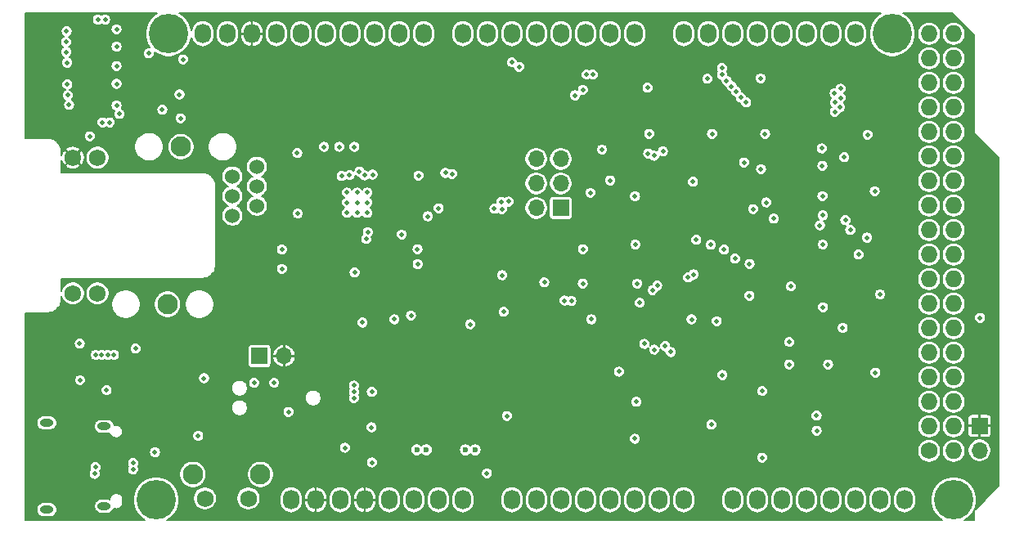
<source format=gbr>
G04 #@! TF.GenerationSoftware,KiCad,Pcbnew,5.1.7-a382d34a8~88~ubuntu20.04.1*
G04 #@! TF.CreationDate,2021-03-24T14:30:28-03:00*
G04 #@! TF.ProjectId,h730duino,68373330-6475-4696-9e6f-2e6b69636164,rev?*
G04 #@! TF.SameCoordinates,Original*
G04 #@! TF.FileFunction,Copper,L3,Inr*
G04 #@! TF.FilePolarity,Positive*
%FSLAX46Y46*%
G04 Gerber Fmt 4.6, Leading zero omitted, Abs format (unit mm)*
G04 Created by KiCad (PCBNEW 5.1.7-a382d34a8~88~ubuntu20.04.1) date 2021-03-24 14:30:28*
%MOMM*%
%LPD*%
G01*
G04 APERTURE LIST*
G04 #@! TA.AperFunction,ComponentPad*
%ADD10C,0.500000*%
G04 #@! TD*
G04 #@! TA.AperFunction,ComponentPad*
%ADD11O,1.700000X1.700000*%
G04 #@! TD*
G04 #@! TA.AperFunction,ComponentPad*
%ADD12R,1.700000X1.700000*%
G04 #@! TD*
G04 #@! TA.AperFunction,ComponentPad*
%ADD13C,0.600000*%
G04 #@! TD*
G04 #@! TA.AperFunction,ComponentPad*
%ADD14O,1.400000X0.800000*%
G04 #@! TD*
G04 #@! TA.AperFunction,ComponentPad*
%ADD15C,2.100000*%
G04 #@! TD*
G04 #@! TA.AperFunction,ComponentPad*
%ADD16C,1.750000*%
G04 #@! TD*
G04 #@! TA.AperFunction,ComponentPad*
%ADD17C,1.530000*%
G04 #@! TD*
G04 #@! TA.AperFunction,ComponentPad*
%ADD18C,1.725000*%
G04 #@! TD*
G04 #@! TA.AperFunction,ComponentPad*
%ADD19O,1.727200X1.727200*%
G04 #@! TD*
G04 #@! TA.AperFunction,ComponentPad*
%ADD20C,1.727200*%
G04 #@! TD*
G04 #@! TA.AperFunction,ComponentPad*
%ADD21O,1.727200X2.032000*%
G04 #@! TD*
G04 #@! TA.AperFunction,ComponentPad*
%ADD22C,4.064000*%
G04 #@! TD*
G04 #@! TA.AperFunction,ViaPad*
%ADD23C,0.500000*%
G04 #@! TD*
G04 #@! TA.AperFunction,Conductor*
%ADD24C,0.203200*%
G04 #@! TD*
G04 #@! TA.AperFunction,Conductor*
%ADD25C,0.100000*%
G04 #@! TD*
G04 APERTURE END LIST*
D10*
X139200600Y-89403900D03*
X138150600Y-89403900D03*
X137100600Y-89403900D03*
X139200600Y-88353900D03*
X138150600Y-88353900D03*
X137100600Y-88353900D03*
X139200600Y-87303900D03*
X138150600Y-87303900D03*
X137100600Y-87303900D03*
D11*
X156690060Y-83820000D03*
X159230060Y-83820000D03*
X156690060Y-86360000D03*
X159230060Y-86360000D03*
X156690060Y-88900000D03*
D12*
X159230060Y-88900000D03*
D13*
X150360000Y-113944400D03*
X149360000Y-113944400D03*
X145324400Y-113944400D03*
X144324400Y-113944400D03*
D11*
X130589020Y-104231440D03*
D12*
X128049020Y-104231440D03*
D11*
X202577700Y-113995200D03*
D12*
X202577700Y-111455200D03*
D14*
X111974400Y-111516200D03*
X111974400Y-119776200D03*
X106024400Y-120136200D03*
X106024400Y-111156200D03*
D15*
X128148400Y-116483600D03*
D16*
X126898400Y-118973600D03*
X122398400Y-118973600D03*
D15*
X121138400Y-116483600D03*
X119916400Y-82561100D03*
X118516400Y-98871100D03*
D17*
X125246400Y-85636100D03*
X127786400Y-86652100D03*
X125246400Y-87668100D03*
X127786400Y-88684100D03*
X125246400Y-89700100D03*
D18*
X111276400Y-97741100D03*
X108736400Y-97741100D03*
X111276400Y-83691100D03*
X108736400Y-83691100D03*
D17*
X127786400Y-84620100D03*
D19*
X199898000Y-70866000D03*
X197358000Y-70866000D03*
X199898000Y-73406000D03*
X197358000Y-73406000D03*
X199898000Y-75946000D03*
X197358000Y-75946000D03*
X199898000Y-78486000D03*
X197358000Y-78486000D03*
X199898000Y-81026000D03*
X197358000Y-81026000D03*
X199898000Y-83566000D03*
X197358000Y-83566000D03*
X199898000Y-86106000D03*
X197358000Y-86106000D03*
X199898000Y-88646000D03*
X197358000Y-88646000D03*
X199898000Y-91186000D03*
X197358000Y-91186000D03*
X199898000Y-93726000D03*
X197358000Y-93726000D03*
X199898000Y-96266000D03*
X197358000Y-96266000D03*
X199898000Y-98806000D03*
X197358000Y-98806000D03*
X199898000Y-101346000D03*
X197358000Y-101346000D03*
X199898000Y-103886000D03*
X197358000Y-103886000D03*
X199898000Y-106426000D03*
X197358000Y-106426000D03*
X199898000Y-108966000D03*
X197358000Y-108966000D03*
X199898000Y-111506000D03*
X197358000Y-111506000D03*
X199898000Y-114046000D03*
D20*
X197358000Y-114046000D03*
D21*
X149098000Y-119126000D03*
X146558000Y-119126000D03*
X144018000Y-119126000D03*
X141478000Y-119126000D03*
X138938000Y-119126000D03*
X136398000Y-119126000D03*
X133858000Y-119126000D03*
X131318000Y-119126000D03*
X171958000Y-119126000D03*
X169418000Y-119126000D03*
X166878000Y-119126000D03*
X164338000Y-119126000D03*
X161798000Y-119126000D03*
X159258000Y-119126000D03*
X156718000Y-119126000D03*
X154178000Y-119126000D03*
X194818000Y-119126000D03*
X192278000Y-119126000D03*
X189738000Y-119126000D03*
X187198000Y-119126000D03*
X184658000Y-119126000D03*
X182118000Y-119126000D03*
X179578000Y-119126000D03*
X177038000Y-119126000D03*
X145034000Y-70866000D03*
X142494000Y-70866000D03*
X139954000Y-70866000D03*
X137414000Y-70866000D03*
X134874000Y-70866000D03*
X132334000Y-70866000D03*
X129794000Y-70866000D03*
X127254000Y-70866000D03*
X124714000Y-70866000D03*
X122174000Y-70866000D03*
X166878000Y-70866000D03*
X164338000Y-70866000D03*
X161798000Y-70866000D03*
X159258000Y-70866000D03*
X156718000Y-70866000D03*
X154178000Y-70866000D03*
X151638000Y-70866000D03*
X149098000Y-70866000D03*
X189738000Y-70866000D03*
X187198000Y-70866000D03*
X184658000Y-70866000D03*
X182118000Y-70866000D03*
X179578000Y-70866000D03*
X177038000Y-70866000D03*
X174498000Y-70866000D03*
X171958000Y-70866000D03*
D22*
X117348000Y-119126000D03*
X199898000Y-119126000D03*
X118618000Y-70866000D03*
X193548000Y-70866000D03*
D23*
X161510980Y-96718120D03*
X174414180Y-75509120D03*
X179925980Y-75483720D03*
X191736980Y-87167720D03*
X188409580Y-101315520D03*
X186326780Y-87675720D03*
X186352180Y-92679520D03*
X186377580Y-99181920D03*
X175379380Y-100629720D03*
X168394380Y-81224120D03*
X162399680Y-100426220D03*
X174896780Y-81224120D03*
X180383180Y-81224120D03*
X165257480Y-105839260D03*
X191000680Y-81326020D03*
X142761000Y-91656200D03*
X112217200Y-107759500D03*
X121691400Y-112496600D03*
X139649200Y-111607600D03*
X139687300Y-115252500D03*
X139674600Y-107950000D03*
X122303160Y-106530140D03*
X136893300Y-113728500D03*
X109474000Y-106730800D03*
X109435900Y-102946200D03*
X166890700Y-112783620D03*
X166959280Y-92684600D03*
X175950880Y-106197400D03*
X166913560Y-87685880D03*
X111321960Y-69401800D03*
X112068720Y-69401800D03*
X113253810Y-70409090D03*
X113253810Y-78290532D03*
X113253810Y-74203850D03*
X113253810Y-72197250D03*
X113253810Y-76047890D03*
X111781480Y-80051800D03*
X112523160Y-80051800D03*
X113545400Y-79158880D03*
X108041440Y-72771000D03*
X161524625Y-93173871D03*
X110490000Y-81483200D03*
X180086000Y-107848400D03*
X185711800Y-110401400D03*
X185724800Y-111963200D03*
X180086000Y-114757200D03*
X151587200Y-116382800D03*
X153670000Y-110439200D03*
X202641200Y-100279200D03*
X186898180Y-105100120D03*
X182880000Y-102768400D03*
X182880000Y-105105202D03*
X174828200Y-111328200D03*
X192285620Y-97845880D03*
X190931800Y-91973400D03*
X190068200Y-93726000D03*
X132004100Y-89471200D03*
X137896600Y-95580200D03*
X137871500Y-82575100D03*
X136296700Y-82575100D03*
X134721900Y-82575100D03*
X144510760Y-85557360D03*
X130375360Y-93195440D03*
X130375360Y-95212200D03*
X162306000Y-87335360D03*
X131053840Y-110022640D03*
X127485140Y-107000040D03*
X129552700Y-107000040D03*
X157530800Y-96598740D03*
X115224260Y-103456440D03*
X168217009Y-76444241D03*
X174414180Y-79039720D03*
X167429180Y-78887320D03*
X164701347Y-93177487D03*
X164754687Y-88176227D03*
X175899191Y-102876731D03*
X170400980Y-100705920D03*
X188561980Y-80589120D03*
X188544835Y-87175975D03*
X179900199Y-79039339D03*
X188612780Y-98673920D03*
X163949680Y-100452220D03*
X182427880Y-100756720D03*
X107137200Y-81432400D03*
X115468400Y-77724000D03*
X146913600Y-110845600D03*
X146913600Y-112268000D03*
X146913600Y-111556800D03*
X173995080Y-108960920D03*
X188493400Y-104495600D03*
X194716400Y-97002600D03*
X188417200Y-92176600D03*
X139446000Y-95605600D03*
X142785800Y-90106200D03*
X136550400Y-81102200D03*
X129540000Y-80568800D03*
X144581880Y-83972400D03*
X121259600Y-104160320D03*
X117957600Y-108066840D03*
X132920740Y-107381040D03*
X146743920Y-100128840D03*
X115435380Y-104632760D03*
X112547400Y-101899720D03*
X157327598Y-100939598D03*
X153163270Y-95860870D03*
X178757580Y-97995740D03*
X138699240Y-100756720D03*
X111067855Y-115722400D03*
X114963002Y-115320000D03*
X114963002Y-115972400D03*
X137819999Y-107277679D03*
X137819999Y-108571521D03*
X137819998Y-107937300D03*
X112966500Y-104114600D03*
X111086900Y-104114600D03*
X111696500Y-104114600D03*
X112318800Y-104114600D03*
X168737280Y-97417710D03*
X153332180Y-99644200D03*
X169219880Y-96939100D03*
X149860004Y-100939600D03*
X172413212Y-96091448D03*
X143733520Y-100042980D03*
X172984160Y-95775780D03*
X142003780Y-100426520D03*
X139268200Y-91414600D03*
X177269140Y-94142560D03*
X183047640Y-97012760D03*
X146588480Y-88940640D03*
X139090400Y-92100400D03*
X178775357Y-94691197D03*
X176128680Y-93207840D03*
X145465800Y-89763600D03*
X144399000Y-93167200D03*
X174758159Y-92708919D03*
X144424400Y-94716600D03*
X173248320Y-92191840D03*
X139750800Y-85445600D03*
X153832560Y-88229440D03*
X138912600Y-85521800D03*
X153115455Y-88260745D03*
X138390678Y-85130359D03*
X153146760Y-89021920D03*
X136550400Y-85594000D03*
X152354280Y-88986360D03*
X160327340Y-98524060D03*
X159608520Y-98485960D03*
X108026200Y-71704200D03*
X172923200Y-86182200D03*
X120142000Y-73533000D03*
X163499800Y-82854800D03*
X108127800Y-73863200D03*
X108153200Y-76098400D03*
X119761000Y-77152500D03*
X164348160Y-86060280D03*
X110978900Y-116420900D03*
X117221000Y-114185700D03*
X172770800Y-100431600D03*
X191800480Y-105948480D03*
X167137080Y-96733360D03*
X168273728Y-83260723D03*
X168884600Y-83489800D03*
X175920400Y-74418010D03*
X169810250Y-83032600D03*
X176403000Y-75742800D03*
X175920400Y-75107800D03*
X177393600Y-76860400D03*
X176911000Y-76301600D03*
X178421347Y-77978000D03*
X177876200Y-77470000D03*
X187579000Y-77020800D03*
X188188600Y-76551687D03*
X187629800Y-77978000D03*
X188188600Y-77508899D03*
X187604400Y-78944721D03*
X188147231Y-78466111D03*
X188569600Y-83642200D03*
X186258200Y-82727800D03*
X186309000Y-84531200D03*
X188696600Y-90170000D03*
X186359800Y-89662000D03*
X189204600Y-91186000D03*
X186055000Y-90698383D03*
X170621960Y-103809800D03*
X170037760Y-103212900D03*
X168907460Y-103568502D03*
X167886380Y-102961440D03*
X180502560Y-88328500D03*
X181279800Y-89992202D03*
X179153820Y-89016840D03*
X161894520Y-75082400D03*
X162546931Y-75082346D03*
X178206400Y-84201000D03*
X179961540Y-84886800D03*
X160705800Y-77241400D03*
X161533840Y-76672440D03*
X167055800Y-108966000D03*
X167398700Y-98704400D03*
X154914600Y-74295000D03*
X154178000Y-73812400D03*
X147974230Y-85379560D03*
X147289520Y-85267800D03*
X108077000Y-70612000D03*
X116586000Y-72898000D03*
X108204000Y-77216000D03*
X117983000Y-78740000D03*
X108331000Y-78232000D03*
X119888000Y-79629000D03*
X137363200Y-85496400D03*
X131953000Y-83210400D03*
D24*
X117095993Y-69011430D02*
X116763430Y-69343993D01*
X116502136Y-69735047D01*
X116322154Y-70169563D01*
X116230400Y-70630842D01*
X116230400Y-71101158D01*
X116322154Y-71562437D01*
X116502136Y-71996953D01*
X116707810Y-72304765D01*
X116645646Y-72292400D01*
X116526354Y-72292400D01*
X116409353Y-72315673D01*
X116299141Y-72361324D01*
X116199953Y-72427600D01*
X116115600Y-72511953D01*
X116049324Y-72611141D01*
X116003673Y-72721353D01*
X115980400Y-72838354D01*
X115980400Y-72957646D01*
X116003673Y-73074647D01*
X116049324Y-73184859D01*
X116115600Y-73284047D01*
X116199953Y-73368400D01*
X116299141Y-73434676D01*
X116409353Y-73480327D01*
X116526354Y-73503600D01*
X116645646Y-73503600D01*
X116762647Y-73480327D01*
X116779481Y-73473354D01*
X119536400Y-73473354D01*
X119536400Y-73592646D01*
X119559673Y-73709647D01*
X119605324Y-73819859D01*
X119671600Y-73919047D01*
X119755953Y-74003400D01*
X119855141Y-74069676D01*
X119965353Y-74115327D01*
X120082354Y-74138600D01*
X120201646Y-74138600D01*
X120318647Y-74115327D01*
X120428859Y-74069676D01*
X120528047Y-74003400D01*
X120612400Y-73919047D01*
X120678676Y-73819859D01*
X120706471Y-73752754D01*
X153572400Y-73752754D01*
X153572400Y-73872046D01*
X153595673Y-73989047D01*
X153641324Y-74099259D01*
X153707600Y-74198447D01*
X153791953Y-74282800D01*
X153891141Y-74349076D01*
X154001353Y-74394727D01*
X154118354Y-74418000D01*
X154237646Y-74418000D01*
X154318407Y-74401936D01*
X154332273Y-74471647D01*
X154377924Y-74581859D01*
X154444200Y-74681047D01*
X154528553Y-74765400D01*
X154627741Y-74831676D01*
X154737953Y-74877327D01*
X154854954Y-74900600D01*
X154974246Y-74900600D01*
X155091247Y-74877327D01*
X155201459Y-74831676D01*
X155300647Y-74765400D01*
X155385000Y-74681047D01*
X155451276Y-74581859D01*
X155496927Y-74471647D01*
X155519460Y-74358364D01*
X175314800Y-74358364D01*
X175314800Y-74477656D01*
X175338073Y-74594657D01*
X175383724Y-74704869D01*
X175422503Y-74762905D01*
X175383724Y-74820941D01*
X175338073Y-74931153D01*
X175314800Y-75048154D01*
X175314800Y-75167446D01*
X175338073Y-75284447D01*
X175383724Y-75394659D01*
X175450000Y-75493847D01*
X175534353Y-75578200D01*
X175633541Y-75644476D01*
X175743753Y-75690127D01*
X175797400Y-75700798D01*
X175797400Y-75802446D01*
X175820673Y-75919447D01*
X175866324Y-76029659D01*
X175932600Y-76128847D01*
X176016953Y-76213200D01*
X176116141Y-76279476D01*
X176226353Y-76325127D01*
X176305400Y-76340850D01*
X176305400Y-76361246D01*
X176328673Y-76478247D01*
X176374324Y-76588459D01*
X176440600Y-76687647D01*
X176524953Y-76772000D01*
X176624141Y-76838276D01*
X176734353Y-76883927D01*
X176788000Y-76894598D01*
X176788000Y-76920046D01*
X176811273Y-77037047D01*
X176856924Y-77147259D01*
X176923200Y-77246447D01*
X177007553Y-77330800D01*
X177106741Y-77397076D01*
X177216953Y-77442727D01*
X177270600Y-77453398D01*
X177270600Y-77529646D01*
X177293873Y-77646647D01*
X177339524Y-77756859D01*
X177405800Y-77856047D01*
X177490153Y-77940400D01*
X177589341Y-78006676D01*
X177699553Y-78052327D01*
X177816554Y-78075600D01*
X177823297Y-78075600D01*
X177839020Y-78154647D01*
X177884671Y-78264859D01*
X177950947Y-78364047D01*
X178035300Y-78448400D01*
X178134488Y-78514676D01*
X178244700Y-78560327D01*
X178361701Y-78583600D01*
X178480993Y-78583600D01*
X178597994Y-78560327D01*
X178708206Y-78514676D01*
X178807394Y-78448400D01*
X178891747Y-78364047D01*
X178958023Y-78264859D01*
X179003674Y-78154647D01*
X179026947Y-78037646D01*
X179026947Y-77918354D01*
X179003674Y-77801353D01*
X178958023Y-77691141D01*
X178891747Y-77591953D01*
X178807394Y-77507600D01*
X178708206Y-77441324D01*
X178597994Y-77395673D01*
X178480993Y-77372400D01*
X178474250Y-77372400D01*
X178458527Y-77293353D01*
X178412876Y-77183141D01*
X178346600Y-77083953D01*
X178262247Y-76999600D01*
X178204710Y-76961154D01*
X186973400Y-76961154D01*
X186973400Y-77080446D01*
X186996673Y-77197447D01*
X187042324Y-77307659D01*
X187108600Y-77406847D01*
X187192953Y-77491200D01*
X187233236Y-77518117D01*
X187159400Y-77591953D01*
X187093124Y-77691141D01*
X187047473Y-77801353D01*
X187024200Y-77918354D01*
X187024200Y-78037646D01*
X187047473Y-78154647D01*
X187093124Y-78264859D01*
X187159400Y-78364047D01*
X187243753Y-78448400D01*
X187250450Y-78452875D01*
X187218353Y-78474321D01*
X187134000Y-78558674D01*
X187067724Y-78657862D01*
X187022073Y-78768074D01*
X186998800Y-78885075D01*
X186998800Y-79004367D01*
X187022073Y-79121368D01*
X187067724Y-79231580D01*
X187134000Y-79330768D01*
X187218353Y-79415121D01*
X187317541Y-79481397D01*
X187427753Y-79527048D01*
X187544754Y-79550321D01*
X187664046Y-79550321D01*
X187781047Y-79527048D01*
X187891259Y-79481397D01*
X187990447Y-79415121D01*
X188074800Y-79330768D01*
X188141076Y-79231580D01*
X188186727Y-79121368D01*
X188196604Y-79071711D01*
X188206877Y-79071711D01*
X188323878Y-79048438D01*
X188434090Y-79002787D01*
X188533278Y-78936511D01*
X188617631Y-78852158D01*
X188683907Y-78752970D01*
X188729558Y-78642758D01*
X188752831Y-78525757D01*
X188752831Y-78406465D01*
X188744766Y-78365919D01*
X196138800Y-78365919D01*
X196138800Y-78606081D01*
X196185653Y-78841627D01*
X196277559Y-79063508D01*
X196410986Y-79263195D01*
X196580805Y-79433014D01*
X196780492Y-79566441D01*
X197002373Y-79658347D01*
X197237919Y-79705200D01*
X197478081Y-79705200D01*
X197713627Y-79658347D01*
X197935508Y-79566441D01*
X198135195Y-79433014D01*
X198305014Y-79263195D01*
X198438441Y-79063508D01*
X198530347Y-78841627D01*
X198577200Y-78606081D01*
X198577200Y-78365919D01*
X198678800Y-78365919D01*
X198678800Y-78606081D01*
X198725653Y-78841627D01*
X198817559Y-79063508D01*
X198950986Y-79263195D01*
X199120805Y-79433014D01*
X199320492Y-79566441D01*
X199542373Y-79658347D01*
X199777919Y-79705200D01*
X200018081Y-79705200D01*
X200253627Y-79658347D01*
X200475508Y-79566441D01*
X200675195Y-79433014D01*
X200845014Y-79263195D01*
X200978441Y-79063508D01*
X201070347Y-78841627D01*
X201117200Y-78606081D01*
X201117200Y-78365919D01*
X201070347Y-78130373D01*
X200978441Y-77908492D01*
X200845014Y-77708805D01*
X200675195Y-77538986D01*
X200475508Y-77405559D01*
X200253627Y-77313653D01*
X200018081Y-77266800D01*
X199777919Y-77266800D01*
X199542373Y-77313653D01*
X199320492Y-77405559D01*
X199120805Y-77538986D01*
X198950986Y-77708805D01*
X198817559Y-77908492D01*
X198725653Y-78130373D01*
X198678800Y-78365919D01*
X198577200Y-78365919D01*
X198530347Y-78130373D01*
X198438441Y-77908492D01*
X198305014Y-77708805D01*
X198135195Y-77538986D01*
X197935508Y-77405559D01*
X197713627Y-77313653D01*
X197478081Y-77266800D01*
X197237919Y-77266800D01*
X197002373Y-77313653D01*
X196780492Y-77405559D01*
X196580805Y-77538986D01*
X196410986Y-77708805D01*
X196277559Y-77908492D01*
X196185653Y-78130373D01*
X196138800Y-78365919D01*
X188744766Y-78365919D01*
X188729558Y-78289464D01*
X188683907Y-78179252D01*
X188617631Y-78080064D01*
X188540010Y-78002443D01*
X188574647Y-77979299D01*
X188659000Y-77894946D01*
X188725276Y-77795758D01*
X188770927Y-77685546D01*
X188794200Y-77568545D01*
X188794200Y-77449253D01*
X188770927Y-77332252D01*
X188725276Y-77222040D01*
X188659000Y-77122852D01*
X188574647Y-77038499D01*
X188562366Y-77030293D01*
X188574647Y-77022087D01*
X188659000Y-76937734D01*
X188725276Y-76838546D01*
X188770927Y-76728334D01*
X188794200Y-76611333D01*
X188794200Y-76492041D01*
X188770927Y-76375040D01*
X188725276Y-76264828D01*
X188659000Y-76165640D01*
X188574647Y-76081287D01*
X188475459Y-76015011D01*
X188365247Y-75969360D01*
X188248246Y-75946087D01*
X188128954Y-75946087D01*
X188011953Y-75969360D01*
X187901741Y-76015011D01*
X187802553Y-76081287D01*
X187718200Y-76165640D01*
X187651924Y-76264828D01*
X187606273Y-76375040D01*
X187598285Y-76415200D01*
X187519354Y-76415200D01*
X187402353Y-76438473D01*
X187292141Y-76484124D01*
X187192953Y-76550400D01*
X187108600Y-76634753D01*
X187042324Y-76733941D01*
X186996673Y-76844153D01*
X186973400Y-76961154D01*
X178204710Y-76961154D01*
X178163059Y-76933324D01*
X178052847Y-76887673D01*
X177999200Y-76877002D01*
X177999200Y-76800754D01*
X177975927Y-76683753D01*
X177930276Y-76573541D01*
X177864000Y-76474353D01*
X177779647Y-76390000D01*
X177680459Y-76323724D01*
X177570247Y-76278073D01*
X177516600Y-76267402D01*
X177516600Y-76241954D01*
X177493327Y-76124953D01*
X177447676Y-76014741D01*
X177381400Y-75915553D01*
X177297047Y-75831200D01*
X177197859Y-75764924D01*
X177087647Y-75719273D01*
X177008600Y-75703550D01*
X177008600Y-75683154D01*
X176985327Y-75566153D01*
X176939676Y-75455941D01*
X176918383Y-75424074D01*
X179320380Y-75424074D01*
X179320380Y-75543366D01*
X179343653Y-75660367D01*
X179389304Y-75770579D01*
X179455580Y-75869767D01*
X179539933Y-75954120D01*
X179639121Y-76020396D01*
X179749333Y-76066047D01*
X179866334Y-76089320D01*
X179985626Y-76089320D01*
X180102627Y-76066047D01*
X180212839Y-76020396D01*
X180312027Y-75954120D01*
X180396380Y-75869767D01*
X180425678Y-75825919D01*
X196138800Y-75825919D01*
X196138800Y-76066081D01*
X196185653Y-76301627D01*
X196277559Y-76523508D01*
X196410986Y-76723195D01*
X196580805Y-76893014D01*
X196780492Y-77026441D01*
X197002373Y-77118347D01*
X197237919Y-77165200D01*
X197478081Y-77165200D01*
X197713627Y-77118347D01*
X197935508Y-77026441D01*
X198135195Y-76893014D01*
X198305014Y-76723195D01*
X198438441Y-76523508D01*
X198530347Y-76301627D01*
X198577200Y-76066081D01*
X198577200Y-75825919D01*
X198678800Y-75825919D01*
X198678800Y-76066081D01*
X198725653Y-76301627D01*
X198817559Y-76523508D01*
X198950986Y-76723195D01*
X199120805Y-76893014D01*
X199320492Y-77026441D01*
X199542373Y-77118347D01*
X199777919Y-77165200D01*
X200018081Y-77165200D01*
X200253627Y-77118347D01*
X200475508Y-77026441D01*
X200675195Y-76893014D01*
X200845014Y-76723195D01*
X200978441Y-76523508D01*
X201070347Y-76301627D01*
X201117200Y-76066081D01*
X201117200Y-75825919D01*
X201070347Y-75590373D01*
X200978441Y-75368492D01*
X200845014Y-75168805D01*
X200675195Y-74998986D01*
X200475508Y-74865559D01*
X200253627Y-74773653D01*
X200018081Y-74726800D01*
X199777919Y-74726800D01*
X199542373Y-74773653D01*
X199320492Y-74865559D01*
X199120805Y-74998986D01*
X198950986Y-75168805D01*
X198817559Y-75368492D01*
X198725653Y-75590373D01*
X198678800Y-75825919D01*
X198577200Y-75825919D01*
X198530347Y-75590373D01*
X198438441Y-75368492D01*
X198305014Y-75168805D01*
X198135195Y-74998986D01*
X197935508Y-74865559D01*
X197713627Y-74773653D01*
X197478081Y-74726800D01*
X197237919Y-74726800D01*
X197002373Y-74773653D01*
X196780492Y-74865559D01*
X196580805Y-74998986D01*
X196410986Y-75168805D01*
X196277559Y-75368492D01*
X196185653Y-75590373D01*
X196138800Y-75825919D01*
X180425678Y-75825919D01*
X180462656Y-75770579D01*
X180508307Y-75660367D01*
X180531580Y-75543366D01*
X180531580Y-75424074D01*
X180508307Y-75307073D01*
X180462656Y-75196861D01*
X180396380Y-75097673D01*
X180312027Y-75013320D01*
X180212839Y-74947044D01*
X180102627Y-74901393D01*
X179985626Y-74878120D01*
X179866334Y-74878120D01*
X179749333Y-74901393D01*
X179639121Y-74947044D01*
X179539933Y-75013320D01*
X179455580Y-75097673D01*
X179389304Y-75196861D01*
X179343653Y-75307073D01*
X179320380Y-75424074D01*
X176918383Y-75424074D01*
X176873400Y-75356753D01*
X176789047Y-75272400D01*
X176689859Y-75206124D01*
X176579647Y-75160473D01*
X176526000Y-75149802D01*
X176526000Y-75048154D01*
X176502727Y-74931153D01*
X176457076Y-74820941D01*
X176418297Y-74762905D01*
X176457076Y-74704869D01*
X176502727Y-74594657D01*
X176526000Y-74477656D01*
X176526000Y-74358364D01*
X176502727Y-74241363D01*
X176457076Y-74131151D01*
X176390800Y-74031963D01*
X176306447Y-73947610D01*
X176207259Y-73881334D01*
X176097047Y-73835683D01*
X175980046Y-73812410D01*
X175860754Y-73812410D01*
X175743753Y-73835683D01*
X175633541Y-73881334D01*
X175534353Y-73947610D01*
X175450000Y-74031963D01*
X175383724Y-74131151D01*
X175338073Y-74241363D01*
X175314800Y-74358364D01*
X155519460Y-74358364D01*
X155520200Y-74354646D01*
X155520200Y-74235354D01*
X155496927Y-74118353D01*
X155451276Y-74008141D01*
X155385000Y-73908953D01*
X155300647Y-73824600D01*
X155201459Y-73758324D01*
X155091247Y-73712673D01*
X154974246Y-73689400D01*
X154854954Y-73689400D01*
X154774193Y-73705464D01*
X154760327Y-73635753D01*
X154714676Y-73525541D01*
X154648400Y-73426353D01*
X154564047Y-73342000D01*
X154480117Y-73285919D01*
X196138800Y-73285919D01*
X196138800Y-73526081D01*
X196185653Y-73761627D01*
X196277559Y-73983508D01*
X196410986Y-74183195D01*
X196580805Y-74353014D01*
X196780492Y-74486441D01*
X197002373Y-74578347D01*
X197237919Y-74625200D01*
X197478081Y-74625200D01*
X197713627Y-74578347D01*
X197935508Y-74486441D01*
X198135195Y-74353014D01*
X198305014Y-74183195D01*
X198438441Y-73983508D01*
X198530347Y-73761627D01*
X198577200Y-73526081D01*
X198577200Y-73285919D01*
X198678800Y-73285919D01*
X198678800Y-73526081D01*
X198725653Y-73761627D01*
X198817559Y-73983508D01*
X198950986Y-74183195D01*
X199120805Y-74353014D01*
X199320492Y-74486441D01*
X199542373Y-74578347D01*
X199777919Y-74625200D01*
X200018081Y-74625200D01*
X200253627Y-74578347D01*
X200475508Y-74486441D01*
X200675195Y-74353014D01*
X200845014Y-74183195D01*
X200978441Y-73983508D01*
X201070347Y-73761627D01*
X201117200Y-73526081D01*
X201117200Y-73285919D01*
X201070347Y-73050373D01*
X200978441Y-72828492D01*
X200845014Y-72628805D01*
X200675195Y-72458986D01*
X200475508Y-72325559D01*
X200253627Y-72233653D01*
X200018081Y-72186800D01*
X199777919Y-72186800D01*
X199542373Y-72233653D01*
X199320492Y-72325559D01*
X199120805Y-72458986D01*
X198950986Y-72628805D01*
X198817559Y-72828492D01*
X198725653Y-73050373D01*
X198678800Y-73285919D01*
X198577200Y-73285919D01*
X198530347Y-73050373D01*
X198438441Y-72828492D01*
X198305014Y-72628805D01*
X198135195Y-72458986D01*
X197935508Y-72325559D01*
X197713627Y-72233653D01*
X197478081Y-72186800D01*
X197237919Y-72186800D01*
X197002373Y-72233653D01*
X196780492Y-72325559D01*
X196580805Y-72458986D01*
X196410986Y-72628805D01*
X196277559Y-72828492D01*
X196185653Y-73050373D01*
X196138800Y-73285919D01*
X154480117Y-73285919D01*
X154464859Y-73275724D01*
X154354647Y-73230073D01*
X154237646Y-73206800D01*
X154118354Y-73206800D01*
X154001353Y-73230073D01*
X153891141Y-73275724D01*
X153791953Y-73342000D01*
X153707600Y-73426353D01*
X153641324Y-73525541D01*
X153595673Y-73635753D01*
X153572400Y-73752754D01*
X120706471Y-73752754D01*
X120724327Y-73709647D01*
X120747600Y-73592646D01*
X120747600Y-73473354D01*
X120724327Y-73356353D01*
X120678676Y-73246141D01*
X120612400Y-73146953D01*
X120528047Y-73062600D01*
X120428859Y-72996324D01*
X120318647Y-72950673D01*
X120201646Y-72927400D01*
X120082354Y-72927400D01*
X119965353Y-72950673D01*
X119855141Y-72996324D01*
X119755953Y-73062600D01*
X119671600Y-73146953D01*
X119605324Y-73246141D01*
X119559673Y-73356353D01*
X119536400Y-73473354D01*
X116779481Y-73473354D01*
X116872859Y-73434676D01*
X116972047Y-73368400D01*
X117056400Y-73284047D01*
X117122676Y-73184859D01*
X117168327Y-73074647D01*
X117191600Y-72957646D01*
X117191600Y-72838354D01*
X117179235Y-72776190D01*
X117487047Y-72981864D01*
X117921563Y-73161846D01*
X118382842Y-73253600D01*
X118853158Y-73253600D01*
X119314437Y-73161846D01*
X119748953Y-72981864D01*
X120140007Y-72720570D01*
X120472570Y-72388007D01*
X120733864Y-71996953D01*
X120913846Y-71562437D01*
X120973697Y-71261545D01*
X121042156Y-71487225D01*
X121155368Y-71699029D01*
X121307725Y-71884676D01*
X121493372Y-72037033D01*
X121705176Y-72150244D01*
X121934996Y-72219959D01*
X122174000Y-72243499D01*
X122413005Y-72219959D01*
X122642825Y-72150244D01*
X122854629Y-72037033D01*
X123040276Y-71884676D01*
X123192633Y-71699028D01*
X123305844Y-71487224D01*
X123375559Y-71257404D01*
X123393200Y-71078292D01*
X123393200Y-70653708D01*
X123494800Y-70653708D01*
X123494800Y-71078293D01*
X123512441Y-71257405D01*
X123582156Y-71487225D01*
X123695368Y-71699029D01*
X123847725Y-71884676D01*
X124033372Y-72037033D01*
X124245176Y-72150244D01*
X124474996Y-72219959D01*
X124714000Y-72243499D01*
X124953005Y-72219959D01*
X125182825Y-72150244D01*
X125394629Y-72037033D01*
X125580276Y-71884676D01*
X125732633Y-71699028D01*
X125845844Y-71487224D01*
X125915559Y-71257404D01*
X125933200Y-71078292D01*
X125933200Y-70891400D01*
X126034800Y-70891400D01*
X126034800Y-71043800D01*
X126063182Y-71281166D01*
X126137326Y-71508434D01*
X126254383Y-71716870D01*
X126409855Y-71898465D01*
X126597767Y-72046239D01*
X126810898Y-72154514D01*
X127038229Y-72218354D01*
X127228600Y-72148415D01*
X127228600Y-70891400D01*
X127279400Y-70891400D01*
X127279400Y-72148415D01*
X127469771Y-72218354D01*
X127697102Y-72154514D01*
X127910233Y-72046239D01*
X128098145Y-71898465D01*
X128253617Y-71716870D01*
X128370674Y-71508434D01*
X128444818Y-71281166D01*
X128473200Y-71043800D01*
X128473200Y-70891400D01*
X127279400Y-70891400D01*
X127228600Y-70891400D01*
X126034800Y-70891400D01*
X125933200Y-70891400D01*
X125933200Y-70688200D01*
X126034800Y-70688200D01*
X126034800Y-70840600D01*
X127228600Y-70840600D01*
X127228600Y-69583585D01*
X127279400Y-69583585D01*
X127279400Y-70840600D01*
X128473200Y-70840600D01*
X128473200Y-70688200D01*
X128469076Y-70653708D01*
X128574800Y-70653708D01*
X128574800Y-71078293D01*
X128592441Y-71257405D01*
X128662156Y-71487225D01*
X128775368Y-71699029D01*
X128927725Y-71884676D01*
X129113372Y-72037033D01*
X129325176Y-72150244D01*
X129554996Y-72219959D01*
X129794000Y-72243499D01*
X130033005Y-72219959D01*
X130262825Y-72150244D01*
X130474629Y-72037033D01*
X130660276Y-71884676D01*
X130812633Y-71699028D01*
X130925844Y-71487224D01*
X130995559Y-71257404D01*
X131013200Y-71078292D01*
X131013200Y-70653708D01*
X131114800Y-70653708D01*
X131114800Y-71078293D01*
X131132441Y-71257405D01*
X131202156Y-71487225D01*
X131315368Y-71699029D01*
X131467725Y-71884676D01*
X131653372Y-72037033D01*
X131865176Y-72150244D01*
X132094996Y-72219959D01*
X132334000Y-72243499D01*
X132573005Y-72219959D01*
X132802825Y-72150244D01*
X133014629Y-72037033D01*
X133200276Y-71884676D01*
X133352633Y-71699028D01*
X133465844Y-71487224D01*
X133535559Y-71257404D01*
X133553200Y-71078292D01*
X133553200Y-70653708D01*
X133654800Y-70653708D01*
X133654800Y-71078293D01*
X133672441Y-71257405D01*
X133742156Y-71487225D01*
X133855368Y-71699029D01*
X134007725Y-71884676D01*
X134193372Y-72037033D01*
X134405176Y-72150244D01*
X134634996Y-72219959D01*
X134874000Y-72243499D01*
X135113005Y-72219959D01*
X135342825Y-72150244D01*
X135554629Y-72037033D01*
X135740276Y-71884676D01*
X135892633Y-71699028D01*
X136005844Y-71487224D01*
X136075559Y-71257404D01*
X136093200Y-71078292D01*
X136093200Y-70653708D01*
X136194800Y-70653708D01*
X136194800Y-71078293D01*
X136212441Y-71257405D01*
X136282156Y-71487225D01*
X136395368Y-71699029D01*
X136547725Y-71884676D01*
X136733372Y-72037033D01*
X136945176Y-72150244D01*
X137174996Y-72219959D01*
X137414000Y-72243499D01*
X137653005Y-72219959D01*
X137882825Y-72150244D01*
X138094629Y-72037033D01*
X138280276Y-71884676D01*
X138432633Y-71699028D01*
X138545844Y-71487224D01*
X138615559Y-71257404D01*
X138633200Y-71078292D01*
X138633200Y-70653708D01*
X138734800Y-70653708D01*
X138734800Y-71078293D01*
X138752441Y-71257405D01*
X138822156Y-71487225D01*
X138935368Y-71699029D01*
X139087725Y-71884676D01*
X139273372Y-72037033D01*
X139485176Y-72150244D01*
X139714996Y-72219959D01*
X139954000Y-72243499D01*
X140193005Y-72219959D01*
X140422825Y-72150244D01*
X140634629Y-72037033D01*
X140820276Y-71884676D01*
X140972633Y-71699028D01*
X141085844Y-71487224D01*
X141155559Y-71257404D01*
X141173200Y-71078292D01*
X141173200Y-70653708D01*
X141274800Y-70653708D01*
X141274800Y-71078293D01*
X141292441Y-71257405D01*
X141362156Y-71487225D01*
X141475368Y-71699029D01*
X141627725Y-71884676D01*
X141813372Y-72037033D01*
X142025176Y-72150244D01*
X142254996Y-72219959D01*
X142494000Y-72243499D01*
X142733005Y-72219959D01*
X142962825Y-72150244D01*
X143174629Y-72037033D01*
X143360276Y-71884676D01*
X143512633Y-71699028D01*
X143625844Y-71487224D01*
X143695559Y-71257404D01*
X143713200Y-71078292D01*
X143713200Y-70653708D01*
X143814800Y-70653708D01*
X143814800Y-71078293D01*
X143832441Y-71257405D01*
X143902156Y-71487225D01*
X144015368Y-71699029D01*
X144167725Y-71884676D01*
X144353372Y-72037033D01*
X144565176Y-72150244D01*
X144794996Y-72219959D01*
X145034000Y-72243499D01*
X145273005Y-72219959D01*
X145502825Y-72150244D01*
X145714629Y-72037033D01*
X145900276Y-71884676D01*
X146052633Y-71699028D01*
X146165844Y-71487224D01*
X146235559Y-71257404D01*
X146253200Y-71078292D01*
X146253200Y-70653708D01*
X147878800Y-70653708D01*
X147878800Y-71078293D01*
X147896441Y-71257405D01*
X147966156Y-71487225D01*
X148079368Y-71699029D01*
X148231725Y-71884676D01*
X148417372Y-72037033D01*
X148629176Y-72150244D01*
X148858996Y-72219959D01*
X149098000Y-72243499D01*
X149337005Y-72219959D01*
X149566825Y-72150244D01*
X149778629Y-72037033D01*
X149964276Y-71884676D01*
X150116633Y-71699028D01*
X150229844Y-71487224D01*
X150299559Y-71257404D01*
X150317200Y-71078292D01*
X150317200Y-70653708D01*
X150418800Y-70653708D01*
X150418800Y-71078293D01*
X150436441Y-71257405D01*
X150506156Y-71487225D01*
X150619368Y-71699029D01*
X150771725Y-71884676D01*
X150957372Y-72037033D01*
X151169176Y-72150244D01*
X151398996Y-72219959D01*
X151638000Y-72243499D01*
X151877005Y-72219959D01*
X152106825Y-72150244D01*
X152318629Y-72037033D01*
X152504276Y-71884676D01*
X152656633Y-71699028D01*
X152769844Y-71487224D01*
X152839559Y-71257404D01*
X152857200Y-71078292D01*
X152857200Y-70653708D01*
X152958800Y-70653708D01*
X152958800Y-71078293D01*
X152976441Y-71257405D01*
X153046156Y-71487225D01*
X153159368Y-71699029D01*
X153311725Y-71884676D01*
X153497372Y-72037033D01*
X153709176Y-72150244D01*
X153938996Y-72219959D01*
X154178000Y-72243499D01*
X154417005Y-72219959D01*
X154646825Y-72150244D01*
X154858629Y-72037033D01*
X155044276Y-71884676D01*
X155196633Y-71699028D01*
X155309844Y-71487224D01*
X155379559Y-71257404D01*
X155397200Y-71078292D01*
X155397200Y-70653708D01*
X155498800Y-70653708D01*
X155498800Y-71078293D01*
X155516441Y-71257405D01*
X155586156Y-71487225D01*
X155699368Y-71699029D01*
X155851725Y-71884676D01*
X156037372Y-72037033D01*
X156249176Y-72150244D01*
X156478996Y-72219959D01*
X156718000Y-72243499D01*
X156957005Y-72219959D01*
X157186825Y-72150244D01*
X157398629Y-72037033D01*
X157584276Y-71884676D01*
X157736633Y-71699028D01*
X157849844Y-71487224D01*
X157919559Y-71257404D01*
X157937200Y-71078292D01*
X157937200Y-70653708D01*
X158038800Y-70653708D01*
X158038800Y-71078293D01*
X158056441Y-71257405D01*
X158126156Y-71487225D01*
X158239368Y-71699029D01*
X158391725Y-71884676D01*
X158577372Y-72037033D01*
X158789176Y-72150244D01*
X159018996Y-72219959D01*
X159258000Y-72243499D01*
X159497005Y-72219959D01*
X159726825Y-72150244D01*
X159938629Y-72037033D01*
X160124276Y-71884676D01*
X160276633Y-71699028D01*
X160389844Y-71487224D01*
X160459559Y-71257404D01*
X160477200Y-71078292D01*
X160477200Y-70653708D01*
X160578800Y-70653708D01*
X160578800Y-71078293D01*
X160596441Y-71257405D01*
X160666156Y-71487225D01*
X160779368Y-71699029D01*
X160931725Y-71884676D01*
X161117372Y-72037033D01*
X161329176Y-72150244D01*
X161558996Y-72219959D01*
X161798000Y-72243499D01*
X162037005Y-72219959D01*
X162266825Y-72150244D01*
X162478629Y-72037033D01*
X162664276Y-71884676D01*
X162816633Y-71699028D01*
X162929844Y-71487224D01*
X162999559Y-71257404D01*
X163017200Y-71078292D01*
X163017200Y-70653708D01*
X163118800Y-70653708D01*
X163118800Y-71078293D01*
X163136441Y-71257405D01*
X163206156Y-71487225D01*
X163319368Y-71699029D01*
X163471725Y-71884676D01*
X163657372Y-72037033D01*
X163869176Y-72150244D01*
X164098996Y-72219959D01*
X164338000Y-72243499D01*
X164577005Y-72219959D01*
X164806825Y-72150244D01*
X165018629Y-72037033D01*
X165204276Y-71884676D01*
X165356633Y-71699028D01*
X165469844Y-71487224D01*
X165539559Y-71257404D01*
X165557200Y-71078292D01*
X165557200Y-70653708D01*
X165658800Y-70653708D01*
X165658800Y-71078293D01*
X165676441Y-71257405D01*
X165746156Y-71487225D01*
X165859368Y-71699029D01*
X166011725Y-71884676D01*
X166197372Y-72037033D01*
X166409176Y-72150244D01*
X166638996Y-72219959D01*
X166878000Y-72243499D01*
X167117005Y-72219959D01*
X167346825Y-72150244D01*
X167558629Y-72037033D01*
X167744276Y-71884676D01*
X167896633Y-71699028D01*
X168009844Y-71487224D01*
X168079559Y-71257404D01*
X168097200Y-71078292D01*
X168097200Y-70653708D01*
X170738800Y-70653708D01*
X170738800Y-71078293D01*
X170756441Y-71257405D01*
X170826156Y-71487225D01*
X170939368Y-71699029D01*
X171091725Y-71884676D01*
X171277372Y-72037033D01*
X171489176Y-72150244D01*
X171718996Y-72219959D01*
X171958000Y-72243499D01*
X172197005Y-72219959D01*
X172426825Y-72150244D01*
X172638629Y-72037033D01*
X172824276Y-71884676D01*
X172976633Y-71699028D01*
X173089844Y-71487224D01*
X173159559Y-71257404D01*
X173177200Y-71078292D01*
X173177200Y-70653708D01*
X173278800Y-70653708D01*
X173278800Y-71078293D01*
X173296441Y-71257405D01*
X173366156Y-71487225D01*
X173479368Y-71699029D01*
X173631725Y-71884676D01*
X173817372Y-72037033D01*
X174029176Y-72150244D01*
X174258996Y-72219959D01*
X174498000Y-72243499D01*
X174737005Y-72219959D01*
X174966825Y-72150244D01*
X175178629Y-72037033D01*
X175364276Y-71884676D01*
X175516633Y-71699028D01*
X175629844Y-71487224D01*
X175699559Y-71257404D01*
X175717200Y-71078292D01*
X175717200Y-70653708D01*
X175818800Y-70653708D01*
X175818800Y-71078293D01*
X175836441Y-71257405D01*
X175906156Y-71487225D01*
X176019368Y-71699029D01*
X176171725Y-71884676D01*
X176357372Y-72037033D01*
X176569176Y-72150244D01*
X176798996Y-72219959D01*
X177038000Y-72243499D01*
X177277005Y-72219959D01*
X177506825Y-72150244D01*
X177718629Y-72037033D01*
X177904276Y-71884676D01*
X178056633Y-71699028D01*
X178169844Y-71487224D01*
X178239559Y-71257404D01*
X178257200Y-71078292D01*
X178257200Y-70653708D01*
X178358800Y-70653708D01*
X178358800Y-71078293D01*
X178376441Y-71257405D01*
X178446156Y-71487225D01*
X178559368Y-71699029D01*
X178711725Y-71884676D01*
X178897372Y-72037033D01*
X179109176Y-72150244D01*
X179338996Y-72219959D01*
X179578000Y-72243499D01*
X179817005Y-72219959D01*
X180046825Y-72150244D01*
X180258629Y-72037033D01*
X180444276Y-71884676D01*
X180596633Y-71699028D01*
X180709844Y-71487224D01*
X180779559Y-71257404D01*
X180797200Y-71078292D01*
X180797200Y-70653708D01*
X180898800Y-70653708D01*
X180898800Y-71078293D01*
X180916441Y-71257405D01*
X180986156Y-71487225D01*
X181099368Y-71699029D01*
X181251725Y-71884676D01*
X181437372Y-72037033D01*
X181649176Y-72150244D01*
X181878996Y-72219959D01*
X182118000Y-72243499D01*
X182357005Y-72219959D01*
X182586825Y-72150244D01*
X182798629Y-72037033D01*
X182984276Y-71884676D01*
X183136633Y-71699028D01*
X183249844Y-71487224D01*
X183319559Y-71257404D01*
X183337200Y-71078292D01*
X183337200Y-70653708D01*
X183438800Y-70653708D01*
X183438800Y-71078293D01*
X183456441Y-71257405D01*
X183526156Y-71487225D01*
X183639368Y-71699029D01*
X183791725Y-71884676D01*
X183977372Y-72037033D01*
X184189176Y-72150244D01*
X184418996Y-72219959D01*
X184658000Y-72243499D01*
X184897005Y-72219959D01*
X185126825Y-72150244D01*
X185338629Y-72037033D01*
X185524276Y-71884676D01*
X185676633Y-71699028D01*
X185789844Y-71487224D01*
X185859559Y-71257404D01*
X185877200Y-71078292D01*
X185877200Y-70653708D01*
X185978800Y-70653708D01*
X185978800Y-71078293D01*
X185996441Y-71257405D01*
X186066156Y-71487225D01*
X186179368Y-71699029D01*
X186331725Y-71884676D01*
X186517372Y-72037033D01*
X186729176Y-72150244D01*
X186958996Y-72219959D01*
X187198000Y-72243499D01*
X187437005Y-72219959D01*
X187666825Y-72150244D01*
X187878629Y-72037033D01*
X188064276Y-71884676D01*
X188216633Y-71699028D01*
X188329844Y-71487224D01*
X188399559Y-71257404D01*
X188417200Y-71078292D01*
X188417200Y-70653708D01*
X188518800Y-70653708D01*
X188518800Y-71078293D01*
X188536441Y-71257405D01*
X188606156Y-71487225D01*
X188719368Y-71699029D01*
X188871725Y-71884676D01*
X189057372Y-72037033D01*
X189269176Y-72150244D01*
X189498996Y-72219959D01*
X189738000Y-72243499D01*
X189977005Y-72219959D01*
X190206825Y-72150244D01*
X190418629Y-72037033D01*
X190604276Y-71884676D01*
X190756633Y-71699028D01*
X190869844Y-71487224D01*
X190939559Y-71257404D01*
X190957200Y-71078292D01*
X190957200Y-70653707D01*
X190939559Y-70474595D01*
X190869844Y-70244775D01*
X190756633Y-70032971D01*
X190604276Y-69847324D01*
X190418628Y-69694967D01*
X190206824Y-69581756D01*
X189977004Y-69512041D01*
X189738000Y-69488501D01*
X189498995Y-69512041D01*
X189269175Y-69581756D01*
X189057371Y-69694967D01*
X188871724Y-69847324D01*
X188719367Y-70032972D01*
X188606156Y-70244776D01*
X188536441Y-70474596D01*
X188518800Y-70653708D01*
X188417200Y-70653708D01*
X188417200Y-70653707D01*
X188399559Y-70474595D01*
X188329844Y-70244775D01*
X188216633Y-70032971D01*
X188064276Y-69847324D01*
X187878628Y-69694967D01*
X187666824Y-69581756D01*
X187437004Y-69512041D01*
X187198000Y-69488501D01*
X186958995Y-69512041D01*
X186729175Y-69581756D01*
X186517371Y-69694967D01*
X186331724Y-69847324D01*
X186179367Y-70032972D01*
X186066156Y-70244776D01*
X185996441Y-70474596D01*
X185978800Y-70653708D01*
X185877200Y-70653708D01*
X185877200Y-70653707D01*
X185859559Y-70474595D01*
X185789844Y-70244775D01*
X185676633Y-70032971D01*
X185524276Y-69847324D01*
X185338628Y-69694967D01*
X185126824Y-69581756D01*
X184897004Y-69512041D01*
X184658000Y-69488501D01*
X184418995Y-69512041D01*
X184189175Y-69581756D01*
X183977371Y-69694967D01*
X183791724Y-69847324D01*
X183639367Y-70032972D01*
X183526156Y-70244776D01*
X183456441Y-70474596D01*
X183438800Y-70653708D01*
X183337200Y-70653708D01*
X183337200Y-70653707D01*
X183319559Y-70474595D01*
X183249844Y-70244775D01*
X183136633Y-70032971D01*
X182984276Y-69847324D01*
X182798628Y-69694967D01*
X182586824Y-69581756D01*
X182357004Y-69512041D01*
X182118000Y-69488501D01*
X181878995Y-69512041D01*
X181649175Y-69581756D01*
X181437371Y-69694967D01*
X181251724Y-69847324D01*
X181099367Y-70032972D01*
X180986156Y-70244776D01*
X180916441Y-70474596D01*
X180898800Y-70653708D01*
X180797200Y-70653708D01*
X180797200Y-70653707D01*
X180779559Y-70474595D01*
X180709844Y-70244775D01*
X180596633Y-70032971D01*
X180444276Y-69847324D01*
X180258628Y-69694967D01*
X180046824Y-69581756D01*
X179817004Y-69512041D01*
X179578000Y-69488501D01*
X179338995Y-69512041D01*
X179109175Y-69581756D01*
X178897371Y-69694967D01*
X178711724Y-69847324D01*
X178559367Y-70032972D01*
X178446156Y-70244776D01*
X178376441Y-70474596D01*
X178358800Y-70653708D01*
X178257200Y-70653708D01*
X178257200Y-70653707D01*
X178239559Y-70474595D01*
X178169844Y-70244775D01*
X178056633Y-70032971D01*
X177904276Y-69847324D01*
X177718628Y-69694967D01*
X177506824Y-69581756D01*
X177277004Y-69512041D01*
X177038000Y-69488501D01*
X176798995Y-69512041D01*
X176569175Y-69581756D01*
X176357371Y-69694967D01*
X176171724Y-69847324D01*
X176019367Y-70032972D01*
X175906156Y-70244776D01*
X175836441Y-70474596D01*
X175818800Y-70653708D01*
X175717200Y-70653708D01*
X175717200Y-70653707D01*
X175699559Y-70474595D01*
X175629844Y-70244775D01*
X175516633Y-70032971D01*
X175364276Y-69847324D01*
X175178628Y-69694967D01*
X174966824Y-69581756D01*
X174737004Y-69512041D01*
X174498000Y-69488501D01*
X174258995Y-69512041D01*
X174029175Y-69581756D01*
X173817371Y-69694967D01*
X173631724Y-69847324D01*
X173479367Y-70032972D01*
X173366156Y-70244776D01*
X173296441Y-70474596D01*
X173278800Y-70653708D01*
X173177200Y-70653708D01*
X173177200Y-70653707D01*
X173159559Y-70474595D01*
X173089844Y-70244775D01*
X172976633Y-70032971D01*
X172824276Y-69847324D01*
X172638628Y-69694967D01*
X172426824Y-69581756D01*
X172197004Y-69512041D01*
X171958000Y-69488501D01*
X171718995Y-69512041D01*
X171489175Y-69581756D01*
X171277371Y-69694967D01*
X171091724Y-69847324D01*
X170939367Y-70032972D01*
X170826156Y-70244776D01*
X170756441Y-70474596D01*
X170738800Y-70653708D01*
X168097200Y-70653708D01*
X168097200Y-70653707D01*
X168079559Y-70474595D01*
X168009844Y-70244775D01*
X167896633Y-70032971D01*
X167744276Y-69847324D01*
X167558628Y-69694967D01*
X167346824Y-69581756D01*
X167117004Y-69512041D01*
X166878000Y-69488501D01*
X166638995Y-69512041D01*
X166409175Y-69581756D01*
X166197371Y-69694967D01*
X166011724Y-69847324D01*
X165859367Y-70032972D01*
X165746156Y-70244776D01*
X165676441Y-70474596D01*
X165658800Y-70653708D01*
X165557200Y-70653708D01*
X165557200Y-70653707D01*
X165539559Y-70474595D01*
X165469844Y-70244775D01*
X165356633Y-70032971D01*
X165204276Y-69847324D01*
X165018628Y-69694967D01*
X164806824Y-69581756D01*
X164577004Y-69512041D01*
X164338000Y-69488501D01*
X164098995Y-69512041D01*
X163869175Y-69581756D01*
X163657371Y-69694967D01*
X163471724Y-69847324D01*
X163319367Y-70032972D01*
X163206156Y-70244776D01*
X163136441Y-70474596D01*
X163118800Y-70653708D01*
X163017200Y-70653708D01*
X163017200Y-70653707D01*
X162999559Y-70474595D01*
X162929844Y-70244775D01*
X162816633Y-70032971D01*
X162664276Y-69847324D01*
X162478628Y-69694967D01*
X162266824Y-69581756D01*
X162037004Y-69512041D01*
X161798000Y-69488501D01*
X161558995Y-69512041D01*
X161329175Y-69581756D01*
X161117371Y-69694967D01*
X160931724Y-69847324D01*
X160779367Y-70032972D01*
X160666156Y-70244776D01*
X160596441Y-70474596D01*
X160578800Y-70653708D01*
X160477200Y-70653708D01*
X160477200Y-70653707D01*
X160459559Y-70474595D01*
X160389844Y-70244775D01*
X160276633Y-70032971D01*
X160124276Y-69847324D01*
X159938628Y-69694967D01*
X159726824Y-69581756D01*
X159497004Y-69512041D01*
X159258000Y-69488501D01*
X159018995Y-69512041D01*
X158789175Y-69581756D01*
X158577371Y-69694967D01*
X158391724Y-69847324D01*
X158239367Y-70032972D01*
X158126156Y-70244776D01*
X158056441Y-70474596D01*
X158038800Y-70653708D01*
X157937200Y-70653708D01*
X157937200Y-70653707D01*
X157919559Y-70474595D01*
X157849844Y-70244775D01*
X157736633Y-70032971D01*
X157584276Y-69847324D01*
X157398628Y-69694967D01*
X157186824Y-69581756D01*
X156957004Y-69512041D01*
X156718000Y-69488501D01*
X156478995Y-69512041D01*
X156249175Y-69581756D01*
X156037371Y-69694967D01*
X155851724Y-69847324D01*
X155699367Y-70032972D01*
X155586156Y-70244776D01*
X155516441Y-70474596D01*
X155498800Y-70653708D01*
X155397200Y-70653708D01*
X155397200Y-70653707D01*
X155379559Y-70474595D01*
X155309844Y-70244775D01*
X155196633Y-70032971D01*
X155044276Y-69847324D01*
X154858628Y-69694967D01*
X154646824Y-69581756D01*
X154417004Y-69512041D01*
X154178000Y-69488501D01*
X153938995Y-69512041D01*
X153709175Y-69581756D01*
X153497371Y-69694967D01*
X153311724Y-69847324D01*
X153159367Y-70032972D01*
X153046156Y-70244776D01*
X152976441Y-70474596D01*
X152958800Y-70653708D01*
X152857200Y-70653708D01*
X152857200Y-70653707D01*
X152839559Y-70474595D01*
X152769844Y-70244775D01*
X152656633Y-70032971D01*
X152504276Y-69847324D01*
X152318628Y-69694967D01*
X152106824Y-69581756D01*
X151877004Y-69512041D01*
X151638000Y-69488501D01*
X151398995Y-69512041D01*
X151169175Y-69581756D01*
X150957371Y-69694967D01*
X150771724Y-69847324D01*
X150619367Y-70032972D01*
X150506156Y-70244776D01*
X150436441Y-70474596D01*
X150418800Y-70653708D01*
X150317200Y-70653708D01*
X150317200Y-70653707D01*
X150299559Y-70474595D01*
X150229844Y-70244775D01*
X150116633Y-70032971D01*
X149964276Y-69847324D01*
X149778628Y-69694967D01*
X149566824Y-69581756D01*
X149337004Y-69512041D01*
X149098000Y-69488501D01*
X148858995Y-69512041D01*
X148629175Y-69581756D01*
X148417371Y-69694967D01*
X148231724Y-69847324D01*
X148079367Y-70032972D01*
X147966156Y-70244776D01*
X147896441Y-70474596D01*
X147878800Y-70653708D01*
X146253200Y-70653708D01*
X146253200Y-70653707D01*
X146235559Y-70474595D01*
X146165844Y-70244775D01*
X146052633Y-70032971D01*
X145900276Y-69847324D01*
X145714628Y-69694967D01*
X145502824Y-69581756D01*
X145273004Y-69512041D01*
X145034000Y-69488501D01*
X144794995Y-69512041D01*
X144565175Y-69581756D01*
X144353371Y-69694967D01*
X144167724Y-69847324D01*
X144015367Y-70032972D01*
X143902156Y-70244776D01*
X143832441Y-70474596D01*
X143814800Y-70653708D01*
X143713200Y-70653708D01*
X143713200Y-70653707D01*
X143695559Y-70474595D01*
X143625844Y-70244775D01*
X143512633Y-70032971D01*
X143360276Y-69847324D01*
X143174628Y-69694967D01*
X142962824Y-69581756D01*
X142733004Y-69512041D01*
X142494000Y-69488501D01*
X142254995Y-69512041D01*
X142025175Y-69581756D01*
X141813371Y-69694967D01*
X141627724Y-69847324D01*
X141475367Y-70032972D01*
X141362156Y-70244776D01*
X141292441Y-70474596D01*
X141274800Y-70653708D01*
X141173200Y-70653708D01*
X141173200Y-70653707D01*
X141155559Y-70474595D01*
X141085844Y-70244775D01*
X140972633Y-70032971D01*
X140820276Y-69847324D01*
X140634628Y-69694967D01*
X140422824Y-69581756D01*
X140193004Y-69512041D01*
X139954000Y-69488501D01*
X139714995Y-69512041D01*
X139485175Y-69581756D01*
X139273371Y-69694967D01*
X139087724Y-69847324D01*
X138935367Y-70032972D01*
X138822156Y-70244776D01*
X138752441Y-70474596D01*
X138734800Y-70653708D01*
X138633200Y-70653708D01*
X138633200Y-70653707D01*
X138615559Y-70474595D01*
X138545844Y-70244775D01*
X138432633Y-70032971D01*
X138280276Y-69847324D01*
X138094628Y-69694967D01*
X137882824Y-69581756D01*
X137653004Y-69512041D01*
X137414000Y-69488501D01*
X137174995Y-69512041D01*
X136945175Y-69581756D01*
X136733371Y-69694967D01*
X136547724Y-69847324D01*
X136395367Y-70032972D01*
X136282156Y-70244776D01*
X136212441Y-70474596D01*
X136194800Y-70653708D01*
X136093200Y-70653708D01*
X136093200Y-70653707D01*
X136075559Y-70474595D01*
X136005844Y-70244775D01*
X135892633Y-70032971D01*
X135740276Y-69847324D01*
X135554628Y-69694967D01*
X135342824Y-69581756D01*
X135113004Y-69512041D01*
X134874000Y-69488501D01*
X134634995Y-69512041D01*
X134405175Y-69581756D01*
X134193371Y-69694967D01*
X134007724Y-69847324D01*
X133855367Y-70032972D01*
X133742156Y-70244776D01*
X133672441Y-70474596D01*
X133654800Y-70653708D01*
X133553200Y-70653708D01*
X133553200Y-70653707D01*
X133535559Y-70474595D01*
X133465844Y-70244775D01*
X133352633Y-70032971D01*
X133200276Y-69847324D01*
X133014628Y-69694967D01*
X132802824Y-69581756D01*
X132573004Y-69512041D01*
X132334000Y-69488501D01*
X132094995Y-69512041D01*
X131865175Y-69581756D01*
X131653371Y-69694967D01*
X131467724Y-69847324D01*
X131315367Y-70032972D01*
X131202156Y-70244776D01*
X131132441Y-70474596D01*
X131114800Y-70653708D01*
X131013200Y-70653708D01*
X131013200Y-70653707D01*
X130995559Y-70474595D01*
X130925844Y-70244775D01*
X130812633Y-70032971D01*
X130660276Y-69847324D01*
X130474628Y-69694967D01*
X130262824Y-69581756D01*
X130033004Y-69512041D01*
X129794000Y-69488501D01*
X129554995Y-69512041D01*
X129325175Y-69581756D01*
X129113371Y-69694967D01*
X128927724Y-69847324D01*
X128775367Y-70032972D01*
X128662156Y-70244776D01*
X128592441Y-70474596D01*
X128574800Y-70653708D01*
X128469076Y-70653708D01*
X128444818Y-70450834D01*
X128370674Y-70223566D01*
X128253617Y-70015130D01*
X128098145Y-69833535D01*
X127910233Y-69685761D01*
X127697102Y-69577486D01*
X127469771Y-69513646D01*
X127279400Y-69583585D01*
X127228600Y-69583585D01*
X127038229Y-69513646D01*
X126810898Y-69577486D01*
X126597767Y-69685761D01*
X126409855Y-69833535D01*
X126254383Y-70015130D01*
X126137326Y-70223566D01*
X126063182Y-70450834D01*
X126034800Y-70688200D01*
X125933200Y-70688200D01*
X125933200Y-70653707D01*
X125915559Y-70474595D01*
X125845844Y-70244775D01*
X125732633Y-70032971D01*
X125580276Y-69847324D01*
X125394628Y-69694967D01*
X125182824Y-69581756D01*
X124953004Y-69512041D01*
X124714000Y-69488501D01*
X124474995Y-69512041D01*
X124245175Y-69581756D01*
X124033371Y-69694967D01*
X123847724Y-69847324D01*
X123695367Y-70032972D01*
X123582156Y-70244776D01*
X123512441Y-70474596D01*
X123494800Y-70653708D01*
X123393200Y-70653708D01*
X123393200Y-70653707D01*
X123375559Y-70474595D01*
X123305844Y-70244775D01*
X123192633Y-70032971D01*
X123040276Y-69847324D01*
X122854628Y-69694967D01*
X122642824Y-69581756D01*
X122413004Y-69512041D01*
X122174000Y-69488501D01*
X121934995Y-69512041D01*
X121705175Y-69581756D01*
X121493371Y-69694967D01*
X121307724Y-69847324D01*
X121155367Y-70032972D01*
X121042156Y-70244776D01*
X120973697Y-70470455D01*
X120913846Y-70169563D01*
X120733864Y-69735047D01*
X120472570Y-69343993D01*
X120140007Y-69011430D01*
X119758627Y-68756600D01*
X192407373Y-68756600D01*
X192025993Y-69011430D01*
X191693430Y-69343993D01*
X191432136Y-69735047D01*
X191252154Y-70169563D01*
X191160400Y-70630842D01*
X191160400Y-71101158D01*
X191252154Y-71562437D01*
X191432136Y-71996953D01*
X191693430Y-72388007D01*
X192025993Y-72720570D01*
X192417047Y-72981864D01*
X192851563Y-73161846D01*
X193312842Y-73253600D01*
X193783158Y-73253600D01*
X194244437Y-73161846D01*
X194678953Y-72981864D01*
X195070007Y-72720570D01*
X195402570Y-72388007D01*
X195663864Y-71996953D01*
X195843846Y-71562437D01*
X195935600Y-71101158D01*
X195935600Y-70745919D01*
X196138800Y-70745919D01*
X196138800Y-70986081D01*
X196185653Y-71221627D01*
X196277559Y-71443508D01*
X196410986Y-71643195D01*
X196580805Y-71813014D01*
X196780492Y-71946441D01*
X197002373Y-72038347D01*
X197237919Y-72085200D01*
X197478081Y-72085200D01*
X197713627Y-72038347D01*
X197935508Y-71946441D01*
X198135195Y-71813014D01*
X198305014Y-71643195D01*
X198438441Y-71443508D01*
X198530347Y-71221627D01*
X198577200Y-70986081D01*
X198577200Y-70745919D01*
X198678800Y-70745919D01*
X198678800Y-70986081D01*
X198725653Y-71221627D01*
X198817559Y-71443508D01*
X198950986Y-71643195D01*
X199120805Y-71813014D01*
X199320492Y-71946441D01*
X199542373Y-72038347D01*
X199777919Y-72085200D01*
X200018081Y-72085200D01*
X200253627Y-72038347D01*
X200475508Y-71946441D01*
X200675195Y-71813014D01*
X200845014Y-71643195D01*
X200978441Y-71443508D01*
X201070347Y-71221627D01*
X201117200Y-70986081D01*
X201117200Y-70745919D01*
X201070347Y-70510373D01*
X200978441Y-70288492D01*
X200845014Y-70088805D01*
X200675195Y-69918986D01*
X200475508Y-69785559D01*
X200253627Y-69693653D01*
X200018081Y-69646800D01*
X199777919Y-69646800D01*
X199542373Y-69693653D01*
X199320492Y-69785559D01*
X199120805Y-69918986D01*
X198950986Y-70088805D01*
X198817559Y-70288492D01*
X198725653Y-70510373D01*
X198678800Y-70745919D01*
X198577200Y-70745919D01*
X198530347Y-70510373D01*
X198438441Y-70288492D01*
X198305014Y-70088805D01*
X198135195Y-69918986D01*
X197935508Y-69785559D01*
X197713627Y-69693653D01*
X197478081Y-69646800D01*
X197237919Y-69646800D01*
X197002373Y-69693653D01*
X196780492Y-69785559D01*
X196580805Y-69918986D01*
X196410986Y-70088805D01*
X196277559Y-70288492D01*
X196185653Y-70510373D01*
X196138800Y-70745919D01*
X195935600Y-70745919D01*
X195935600Y-70630842D01*
X195843846Y-70169563D01*
X195663864Y-69735047D01*
X195402570Y-69343993D01*
X195070007Y-69011430D01*
X194688627Y-68756600D01*
X199719641Y-68756600D01*
X202007400Y-71044360D01*
X202007401Y-81004849D01*
X202005318Y-81026000D01*
X202013631Y-81110412D01*
X202038253Y-81191580D01*
X202038254Y-81191581D01*
X202078238Y-81266386D01*
X202132048Y-81331953D01*
X202148477Y-81345436D01*
X204547400Y-83744360D01*
X204547401Y-117677639D01*
X202148482Y-120076559D01*
X202132047Y-120090047D01*
X202078237Y-120155615D01*
X202038253Y-120230420D01*
X202013631Y-120311589D01*
X202007400Y-120374852D01*
X202007400Y-120374859D01*
X202005318Y-120396000D01*
X202007400Y-120417141D01*
X202007401Y-121235400D01*
X201038627Y-121235400D01*
X201420007Y-120980570D01*
X201752570Y-120648007D01*
X202013864Y-120256953D01*
X202193846Y-119822437D01*
X202285600Y-119361158D01*
X202285600Y-118890842D01*
X202193846Y-118429563D01*
X202013864Y-117995047D01*
X201752570Y-117603993D01*
X201420007Y-117271430D01*
X201028953Y-117010136D01*
X200594437Y-116830154D01*
X200133158Y-116738400D01*
X199662842Y-116738400D01*
X199201563Y-116830154D01*
X198767047Y-117010136D01*
X198375993Y-117271430D01*
X198043430Y-117603993D01*
X197782136Y-117995047D01*
X197602154Y-118429563D01*
X197510400Y-118890842D01*
X197510400Y-119361158D01*
X197602154Y-119822437D01*
X197782136Y-120256953D01*
X198043430Y-120648007D01*
X198375993Y-120980570D01*
X198757373Y-121235400D01*
X118488627Y-121235400D01*
X118870007Y-120980570D01*
X119202570Y-120648007D01*
X119463864Y-120256953D01*
X119643846Y-119822437D01*
X119735600Y-119361158D01*
X119735600Y-118890842D01*
X119727953Y-118852397D01*
X121167800Y-118852397D01*
X121167800Y-119094803D01*
X121215092Y-119332553D01*
X121307857Y-119556508D01*
X121442531Y-119758062D01*
X121613938Y-119929469D01*
X121815492Y-120064143D01*
X122039447Y-120156908D01*
X122277197Y-120204200D01*
X122519603Y-120204200D01*
X122757353Y-120156908D01*
X122981308Y-120064143D01*
X123182862Y-119929469D01*
X123354269Y-119758062D01*
X123488943Y-119556508D01*
X123581708Y-119332553D01*
X123629000Y-119094803D01*
X123629000Y-118852397D01*
X125667800Y-118852397D01*
X125667800Y-119094803D01*
X125715092Y-119332553D01*
X125807857Y-119556508D01*
X125942531Y-119758062D01*
X126113938Y-119929469D01*
X126315492Y-120064143D01*
X126539447Y-120156908D01*
X126777197Y-120204200D01*
X127019603Y-120204200D01*
X127257353Y-120156908D01*
X127481308Y-120064143D01*
X127682862Y-119929469D01*
X127854269Y-119758062D01*
X127988943Y-119556508D01*
X128081708Y-119332553D01*
X128129000Y-119094803D01*
X128129000Y-118913708D01*
X130098800Y-118913708D01*
X130098800Y-119338293D01*
X130116441Y-119517405D01*
X130186156Y-119747225D01*
X130299368Y-119959029D01*
X130451725Y-120144676D01*
X130637372Y-120297033D01*
X130849176Y-120410244D01*
X131078996Y-120479959D01*
X131318000Y-120503499D01*
X131557005Y-120479959D01*
X131786825Y-120410244D01*
X131998629Y-120297033D01*
X132184276Y-120144676D01*
X132336633Y-119959028D01*
X132449844Y-119747224D01*
X132519559Y-119517404D01*
X132537200Y-119338292D01*
X132537200Y-119151400D01*
X132638800Y-119151400D01*
X132638800Y-119303800D01*
X132667182Y-119541166D01*
X132741326Y-119768434D01*
X132858383Y-119976870D01*
X133013855Y-120158465D01*
X133201767Y-120306239D01*
X133414898Y-120414514D01*
X133642229Y-120478354D01*
X133832600Y-120408415D01*
X133832600Y-119151400D01*
X133883400Y-119151400D01*
X133883400Y-120408415D01*
X134073771Y-120478354D01*
X134301102Y-120414514D01*
X134514233Y-120306239D01*
X134702145Y-120158465D01*
X134857617Y-119976870D01*
X134974674Y-119768434D01*
X135048818Y-119541166D01*
X135077200Y-119303800D01*
X135077200Y-119151400D01*
X133883400Y-119151400D01*
X133832600Y-119151400D01*
X132638800Y-119151400D01*
X132537200Y-119151400D01*
X132537200Y-118948200D01*
X132638800Y-118948200D01*
X132638800Y-119100600D01*
X133832600Y-119100600D01*
X133832600Y-117843585D01*
X133883400Y-117843585D01*
X133883400Y-119100600D01*
X135077200Y-119100600D01*
X135077200Y-118948200D01*
X135073076Y-118913708D01*
X135178800Y-118913708D01*
X135178800Y-119338293D01*
X135196441Y-119517405D01*
X135266156Y-119747225D01*
X135379368Y-119959029D01*
X135531725Y-120144676D01*
X135717372Y-120297033D01*
X135929176Y-120410244D01*
X136158996Y-120479959D01*
X136398000Y-120503499D01*
X136637005Y-120479959D01*
X136866825Y-120410244D01*
X137078629Y-120297033D01*
X137264276Y-120144676D01*
X137416633Y-119959028D01*
X137529844Y-119747224D01*
X137599559Y-119517404D01*
X137617200Y-119338292D01*
X137617200Y-119151400D01*
X137718800Y-119151400D01*
X137718800Y-119303800D01*
X137747182Y-119541166D01*
X137821326Y-119768434D01*
X137938383Y-119976870D01*
X138093855Y-120158465D01*
X138281767Y-120306239D01*
X138494898Y-120414514D01*
X138722229Y-120478354D01*
X138912600Y-120408415D01*
X138912600Y-119151400D01*
X138963400Y-119151400D01*
X138963400Y-120408415D01*
X139153771Y-120478354D01*
X139381102Y-120414514D01*
X139594233Y-120306239D01*
X139782145Y-120158465D01*
X139937617Y-119976870D01*
X140054674Y-119768434D01*
X140128818Y-119541166D01*
X140157200Y-119303800D01*
X140157200Y-119151400D01*
X138963400Y-119151400D01*
X138912600Y-119151400D01*
X137718800Y-119151400D01*
X137617200Y-119151400D01*
X137617200Y-118948200D01*
X137718800Y-118948200D01*
X137718800Y-119100600D01*
X138912600Y-119100600D01*
X138912600Y-117843585D01*
X138963400Y-117843585D01*
X138963400Y-119100600D01*
X140157200Y-119100600D01*
X140157200Y-118948200D01*
X140153076Y-118913708D01*
X140258800Y-118913708D01*
X140258800Y-119338293D01*
X140276441Y-119517405D01*
X140346156Y-119747225D01*
X140459368Y-119959029D01*
X140611725Y-120144676D01*
X140797372Y-120297033D01*
X141009176Y-120410244D01*
X141238996Y-120479959D01*
X141478000Y-120503499D01*
X141717005Y-120479959D01*
X141946825Y-120410244D01*
X142158629Y-120297033D01*
X142344276Y-120144676D01*
X142496633Y-119959028D01*
X142609844Y-119747224D01*
X142679559Y-119517404D01*
X142697200Y-119338292D01*
X142697200Y-118913708D01*
X142798800Y-118913708D01*
X142798800Y-119338293D01*
X142816441Y-119517405D01*
X142886156Y-119747225D01*
X142999368Y-119959029D01*
X143151725Y-120144676D01*
X143337372Y-120297033D01*
X143549176Y-120410244D01*
X143778996Y-120479959D01*
X144018000Y-120503499D01*
X144257005Y-120479959D01*
X144486825Y-120410244D01*
X144698629Y-120297033D01*
X144884276Y-120144676D01*
X145036633Y-119959028D01*
X145149844Y-119747224D01*
X145219559Y-119517404D01*
X145237200Y-119338292D01*
X145237200Y-118913708D01*
X145338800Y-118913708D01*
X145338800Y-119338293D01*
X145356441Y-119517405D01*
X145426156Y-119747225D01*
X145539368Y-119959029D01*
X145691725Y-120144676D01*
X145877372Y-120297033D01*
X146089176Y-120410244D01*
X146318996Y-120479959D01*
X146558000Y-120503499D01*
X146797005Y-120479959D01*
X147026825Y-120410244D01*
X147238629Y-120297033D01*
X147424276Y-120144676D01*
X147576633Y-119959028D01*
X147689844Y-119747224D01*
X147759559Y-119517404D01*
X147777200Y-119338292D01*
X147777200Y-118913708D01*
X147878800Y-118913708D01*
X147878800Y-119338293D01*
X147896441Y-119517405D01*
X147966156Y-119747225D01*
X148079368Y-119959029D01*
X148231725Y-120144676D01*
X148417372Y-120297033D01*
X148629176Y-120410244D01*
X148858996Y-120479959D01*
X149098000Y-120503499D01*
X149337005Y-120479959D01*
X149566825Y-120410244D01*
X149778629Y-120297033D01*
X149964276Y-120144676D01*
X150116633Y-119959028D01*
X150229844Y-119747224D01*
X150299559Y-119517404D01*
X150317200Y-119338292D01*
X150317200Y-118913708D01*
X152958800Y-118913708D01*
X152958800Y-119338293D01*
X152976441Y-119517405D01*
X153046156Y-119747225D01*
X153159368Y-119959029D01*
X153311725Y-120144676D01*
X153497372Y-120297033D01*
X153709176Y-120410244D01*
X153938996Y-120479959D01*
X154178000Y-120503499D01*
X154417005Y-120479959D01*
X154646825Y-120410244D01*
X154858629Y-120297033D01*
X155044276Y-120144676D01*
X155196633Y-119959028D01*
X155309844Y-119747224D01*
X155379559Y-119517404D01*
X155397200Y-119338292D01*
X155397200Y-118913708D01*
X155498800Y-118913708D01*
X155498800Y-119338293D01*
X155516441Y-119517405D01*
X155586156Y-119747225D01*
X155699368Y-119959029D01*
X155851725Y-120144676D01*
X156037372Y-120297033D01*
X156249176Y-120410244D01*
X156478996Y-120479959D01*
X156718000Y-120503499D01*
X156957005Y-120479959D01*
X157186825Y-120410244D01*
X157398629Y-120297033D01*
X157584276Y-120144676D01*
X157736633Y-119959028D01*
X157849844Y-119747224D01*
X157919559Y-119517404D01*
X157937200Y-119338292D01*
X157937200Y-118913708D01*
X158038800Y-118913708D01*
X158038800Y-119338293D01*
X158056441Y-119517405D01*
X158126156Y-119747225D01*
X158239368Y-119959029D01*
X158391725Y-120144676D01*
X158577372Y-120297033D01*
X158789176Y-120410244D01*
X159018996Y-120479959D01*
X159258000Y-120503499D01*
X159497005Y-120479959D01*
X159726825Y-120410244D01*
X159938629Y-120297033D01*
X160124276Y-120144676D01*
X160276633Y-119959028D01*
X160389844Y-119747224D01*
X160459559Y-119517404D01*
X160477200Y-119338292D01*
X160477200Y-118913708D01*
X160578800Y-118913708D01*
X160578800Y-119338293D01*
X160596441Y-119517405D01*
X160666156Y-119747225D01*
X160779368Y-119959029D01*
X160931725Y-120144676D01*
X161117372Y-120297033D01*
X161329176Y-120410244D01*
X161558996Y-120479959D01*
X161798000Y-120503499D01*
X162037005Y-120479959D01*
X162266825Y-120410244D01*
X162478629Y-120297033D01*
X162664276Y-120144676D01*
X162816633Y-119959028D01*
X162929844Y-119747224D01*
X162999559Y-119517404D01*
X163017200Y-119338292D01*
X163017200Y-118913708D01*
X163118800Y-118913708D01*
X163118800Y-119338293D01*
X163136441Y-119517405D01*
X163206156Y-119747225D01*
X163319368Y-119959029D01*
X163471725Y-120144676D01*
X163657372Y-120297033D01*
X163869176Y-120410244D01*
X164098996Y-120479959D01*
X164338000Y-120503499D01*
X164577005Y-120479959D01*
X164806825Y-120410244D01*
X165018629Y-120297033D01*
X165204276Y-120144676D01*
X165356633Y-119959028D01*
X165469844Y-119747224D01*
X165539559Y-119517404D01*
X165557200Y-119338292D01*
X165557200Y-118913708D01*
X165658800Y-118913708D01*
X165658800Y-119338293D01*
X165676441Y-119517405D01*
X165746156Y-119747225D01*
X165859368Y-119959029D01*
X166011725Y-120144676D01*
X166197372Y-120297033D01*
X166409176Y-120410244D01*
X166638996Y-120479959D01*
X166878000Y-120503499D01*
X167117005Y-120479959D01*
X167346825Y-120410244D01*
X167558629Y-120297033D01*
X167744276Y-120144676D01*
X167896633Y-119959028D01*
X168009844Y-119747224D01*
X168079559Y-119517404D01*
X168097200Y-119338292D01*
X168097200Y-118913708D01*
X168198800Y-118913708D01*
X168198800Y-119338293D01*
X168216441Y-119517405D01*
X168286156Y-119747225D01*
X168399368Y-119959029D01*
X168551725Y-120144676D01*
X168737372Y-120297033D01*
X168949176Y-120410244D01*
X169178996Y-120479959D01*
X169418000Y-120503499D01*
X169657005Y-120479959D01*
X169886825Y-120410244D01*
X170098629Y-120297033D01*
X170284276Y-120144676D01*
X170436633Y-119959028D01*
X170549844Y-119747224D01*
X170619559Y-119517404D01*
X170637200Y-119338292D01*
X170637200Y-118913708D01*
X170738800Y-118913708D01*
X170738800Y-119338293D01*
X170756441Y-119517405D01*
X170826156Y-119747225D01*
X170939368Y-119959029D01*
X171091725Y-120144676D01*
X171277372Y-120297033D01*
X171489176Y-120410244D01*
X171718996Y-120479959D01*
X171958000Y-120503499D01*
X172197005Y-120479959D01*
X172426825Y-120410244D01*
X172638629Y-120297033D01*
X172824276Y-120144676D01*
X172976633Y-119959028D01*
X173089844Y-119747224D01*
X173159559Y-119517404D01*
X173177200Y-119338292D01*
X173177200Y-118913708D01*
X175818800Y-118913708D01*
X175818800Y-119338293D01*
X175836441Y-119517405D01*
X175906156Y-119747225D01*
X176019368Y-119959029D01*
X176171725Y-120144676D01*
X176357372Y-120297033D01*
X176569176Y-120410244D01*
X176798996Y-120479959D01*
X177038000Y-120503499D01*
X177277005Y-120479959D01*
X177506825Y-120410244D01*
X177718629Y-120297033D01*
X177904276Y-120144676D01*
X178056633Y-119959028D01*
X178169844Y-119747224D01*
X178239559Y-119517404D01*
X178257200Y-119338292D01*
X178257200Y-118913708D01*
X178358800Y-118913708D01*
X178358800Y-119338293D01*
X178376441Y-119517405D01*
X178446156Y-119747225D01*
X178559368Y-119959029D01*
X178711725Y-120144676D01*
X178897372Y-120297033D01*
X179109176Y-120410244D01*
X179338996Y-120479959D01*
X179578000Y-120503499D01*
X179817005Y-120479959D01*
X180046825Y-120410244D01*
X180258629Y-120297033D01*
X180444276Y-120144676D01*
X180596633Y-119959028D01*
X180709844Y-119747224D01*
X180779559Y-119517404D01*
X180797200Y-119338292D01*
X180797200Y-118913708D01*
X180898800Y-118913708D01*
X180898800Y-119338293D01*
X180916441Y-119517405D01*
X180986156Y-119747225D01*
X181099368Y-119959029D01*
X181251725Y-120144676D01*
X181437372Y-120297033D01*
X181649176Y-120410244D01*
X181878996Y-120479959D01*
X182118000Y-120503499D01*
X182357005Y-120479959D01*
X182586825Y-120410244D01*
X182798629Y-120297033D01*
X182984276Y-120144676D01*
X183136633Y-119959028D01*
X183249844Y-119747224D01*
X183319559Y-119517404D01*
X183337200Y-119338292D01*
X183337200Y-118913708D01*
X183438800Y-118913708D01*
X183438800Y-119338293D01*
X183456441Y-119517405D01*
X183526156Y-119747225D01*
X183639368Y-119959029D01*
X183791725Y-120144676D01*
X183977372Y-120297033D01*
X184189176Y-120410244D01*
X184418996Y-120479959D01*
X184658000Y-120503499D01*
X184897005Y-120479959D01*
X185126825Y-120410244D01*
X185338629Y-120297033D01*
X185524276Y-120144676D01*
X185676633Y-119959028D01*
X185789844Y-119747224D01*
X185859559Y-119517404D01*
X185877200Y-119338292D01*
X185877200Y-118913708D01*
X185978800Y-118913708D01*
X185978800Y-119338293D01*
X185996441Y-119517405D01*
X186066156Y-119747225D01*
X186179368Y-119959029D01*
X186331725Y-120144676D01*
X186517372Y-120297033D01*
X186729176Y-120410244D01*
X186958996Y-120479959D01*
X187198000Y-120503499D01*
X187437005Y-120479959D01*
X187666825Y-120410244D01*
X187878629Y-120297033D01*
X188064276Y-120144676D01*
X188216633Y-119959028D01*
X188329844Y-119747224D01*
X188399559Y-119517404D01*
X188417200Y-119338292D01*
X188417200Y-118913708D01*
X188518800Y-118913708D01*
X188518800Y-119338293D01*
X188536441Y-119517405D01*
X188606156Y-119747225D01*
X188719368Y-119959029D01*
X188871725Y-120144676D01*
X189057372Y-120297033D01*
X189269176Y-120410244D01*
X189498996Y-120479959D01*
X189738000Y-120503499D01*
X189977005Y-120479959D01*
X190206825Y-120410244D01*
X190418629Y-120297033D01*
X190604276Y-120144676D01*
X190756633Y-119959028D01*
X190869844Y-119747224D01*
X190939559Y-119517404D01*
X190957200Y-119338292D01*
X190957200Y-118913708D01*
X191058800Y-118913708D01*
X191058800Y-119338293D01*
X191076441Y-119517405D01*
X191146156Y-119747225D01*
X191259368Y-119959029D01*
X191411725Y-120144676D01*
X191597372Y-120297033D01*
X191809176Y-120410244D01*
X192038996Y-120479959D01*
X192278000Y-120503499D01*
X192517005Y-120479959D01*
X192746825Y-120410244D01*
X192958629Y-120297033D01*
X193144276Y-120144676D01*
X193296633Y-119959028D01*
X193409844Y-119747224D01*
X193479559Y-119517404D01*
X193497200Y-119338292D01*
X193497200Y-118913708D01*
X193598800Y-118913708D01*
X193598800Y-119338293D01*
X193616441Y-119517405D01*
X193686156Y-119747225D01*
X193799368Y-119959029D01*
X193951725Y-120144676D01*
X194137372Y-120297033D01*
X194349176Y-120410244D01*
X194578996Y-120479959D01*
X194818000Y-120503499D01*
X195057005Y-120479959D01*
X195286825Y-120410244D01*
X195498629Y-120297033D01*
X195684276Y-120144676D01*
X195836633Y-119959028D01*
X195949844Y-119747224D01*
X196019559Y-119517404D01*
X196037200Y-119338292D01*
X196037200Y-118913707D01*
X196019559Y-118734595D01*
X195949844Y-118504775D01*
X195836633Y-118292971D01*
X195684276Y-118107324D01*
X195498628Y-117954967D01*
X195286824Y-117841756D01*
X195057004Y-117772041D01*
X194818000Y-117748501D01*
X194578995Y-117772041D01*
X194349175Y-117841756D01*
X194137371Y-117954967D01*
X193951724Y-118107324D01*
X193799367Y-118292972D01*
X193686156Y-118504776D01*
X193616441Y-118734596D01*
X193598800Y-118913708D01*
X193497200Y-118913708D01*
X193497200Y-118913707D01*
X193479559Y-118734595D01*
X193409844Y-118504775D01*
X193296633Y-118292971D01*
X193144276Y-118107324D01*
X192958628Y-117954967D01*
X192746824Y-117841756D01*
X192517004Y-117772041D01*
X192278000Y-117748501D01*
X192038995Y-117772041D01*
X191809175Y-117841756D01*
X191597371Y-117954967D01*
X191411724Y-118107324D01*
X191259367Y-118292972D01*
X191146156Y-118504776D01*
X191076441Y-118734596D01*
X191058800Y-118913708D01*
X190957200Y-118913708D01*
X190957200Y-118913707D01*
X190939559Y-118734595D01*
X190869844Y-118504775D01*
X190756633Y-118292971D01*
X190604276Y-118107324D01*
X190418628Y-117954967D01*
X190206824Y-117841756D01*
X189977004Y-117772041D01*
X189738000Y-117748501D01*
X189498995Y-117772041D01*
X189269175Y-117841756D01*
X189057371Y-117954967D01*
X188871724Y-118107324D01*
X188719367Y-118292972D01*
X188606156Y-118504776D01*
X188536441Y-118734596D01*
X188518800Y-118913708D01*
X188417200Y-118913708D01*
X188417200Y-118913707D01*
X188399559Y-118734595D01*
X188329844Y-118504775D01*
X188216633Y-118292971D01*
X188064276Y-118107324D01*
X187878628Y-117954967D01*
X187666824Y-117841756D01*
X187437004Y-117772041D01*
X187198000Y-117748501D01*
X186958995Y-117772041D01*
X186729175Y-117841756D01*
X186517371Y-117954967D01*
X186331724Y-118107324D01*
X186179367Y-118292972D01*
X186066156Y-118504776D01*
X185996441Y-118734596D01*
X185978800Y-118913708D01*
X185877200Y-118913708D01*
X185877200Y-118913707D01*
X185859559Y-118734595D01*
X185789844Y-118504775D01*
X185676633Y-118292971D01*
X185524276Y-118107324D01*
X185338628Y-117954967D01*
X185126824Y-117841756D01*
X184897004Y-117772041D01*
X184658000Y-117748501D01*
X184418995Y-117772041D01*
X184189175Y-117841756D01*
X183977371Y-117954967D01*
X183791724Y-118107324D01*
X183639367Y-118292972D01*
X183526156Y-118504776D01*
X183456441Y-118734596D01*
X183438800Y-118913708D01*
X183337200Y-118913708D01*
X183337200Y-118913707D01*
X183319559Y-118734595D01*
X183249844Y-118504775D01*
X183136633Y-118292971D01*
X182984276Y-118107324D01*
X182798628Y-117954967D01*
X182586824Y-117841756D01*
X182357004Y-117772041D01*
X182118000Y-117748501D01*
X181878995Y-117772041D01*
X181649175Y-117841756D01*
X181437371Y-117954967D01*
X181251724Y-118107324D01*
X181099367Y-118292972D01*
X180986156Y-118504776D01*
X180916441Y-118734596D01*
X180898800Y-118913708D01*
X180797200Y-118913708D01*
X180797200Y-118913707D01*
X180779559Y-118734595D01*
X180709844Y-118504775D01*
X180596633Y-118292971D01*
X180444276Y-118107324D01*
X180258628Y-117954967D01*
X180046824Y-117841756D01*
X179817004Y-117772041D01*
X179578000Y-117748501D01*
X179338995Y-117772041D01*
X179109175Y-117841756D01*
X178897371Y-117954967D01*
X178711724Y-118107324D01*
X178559367Y-118292972D01*
X178446156Y-118504776D01*
X178376441Y-118734596D01*
X178358800Y-118913708D01*
X178257200Y-118913708D01*
X178257200Y-118913707D01*
X178239559Y-118734595D01*
X178169844Y-118504775D01*
X178056633Y-118292971D01*
X177904276Y-118107324D01*
X177718628Y-117954967D01*
X177506824Y-117841756D01*
X177277004Y-117772041D01*
X177038000Y-117748501D01*
X176798995Y-117772041D01*
X176569175Y-117841756D01*
X176357371Y-117954967D01*
X176171724Y-118107324D01*
X176019367Y-118292972D01*
X175906156Y-118504776D01*
X175836441Y-118734596D01*
X175818800Y-118913708D01*
X173177200Y-118913708D01*
X173177200Y-118913707D01*
X173159559Y-118734595D01*
X173089844Y-118504775D01*
X172976633Y-118292971D01*
X172824276Y-118107324D01*
X172638628Y-117954967D01*
X172426824Y-117841756D01*
X172197004Y-117772041D01*
X171958000Y-117748501D01*
X171718995Y-117772041D01*
X171489175Y-117841756D01*
X171277371Y-117954967D01*
X171091724Y-118107324D01*
X170939367Y-118292972D01*
X170826156Y-118504776D01*
X170756441Y-118734596D01*
X170738800Y-118913708D01*
X170637200Y-118913708D01*
X170637200Y-118913707D01*
X170619559Y-118734595D01*
X170549844Y-118504775D01*
X170436633Y-118292971D01*
X170284276Y-118107324D01*
X170098628Y-117954967D01*
X169886824Y-117841756D01*
X169657004Y-117772041D01*
X169418000Y-117748501D01*
X169178995Y-117772041D01*
X168949175Y-117841756D01*
X168737371Y-117954967D01*
X168551724Y-118107324D01*
X168399367Y-118292972D01*
X168286156Y-118504776D01*
X168216441Y-118734596D01*
X168198800Y-118913708D01*
X168097200Y-118913708D01*
X168097200Y-118913707D01*
X168079559Y-118734595D01*
X168009844Y-118504775D01*
X167896633Y-118292971D01*
X167744276Y-118107324D01*
X167558628Y-117954967D01*
X167346824Y-117841756D01*
X167117004Y-117772041D01*
X166878000Y-117748501D01*
X166638995Y-117772041D01*
X166409175Y-117841756D01*
X166197371Y-117954967D01*
X166011724Y-118107324D01*
X165859367Y-118292972D01*
X165746156Y-118504776D01*
X165676441Y-118734596D01*
X165658800Y-118913708D01*
X165557200Y-118913708D01*
X165557200Y-118913707D01*
X165539559Y-118734595D01*
X165469844Y-118504775D01*
X165356633Y-118292971D01*
X165204276Y-118107324D01*
X165018628Y-117954967D01*
X164806824Y-117841756D01*
X164577004Y-117772041D01*
X164338000Y-117748501D01*
X164098995Y-117772041D01*
X163869175Y-117841756D01*
X163657371Y-117954967D01*
X163471724Y-118107324D01*
X163319367Y-118292972D01*
X163206156Y-118504776D01*
X163136441Y-118734596D01*
X163118800Y-118913708D01*
X163017200Y-118913708D01*
X163017200Y-118913707D01*
X162999559Y-118734595D01*
X162929844Y-118504775D01*
X162816633Y-118292971D01*
X162664276Y-118107324D01*
X162478628Y-117954967D01*
X162266824Y-117841756D01*
X162037004Y-117772041D01*
X161798000Y-117748501D01*
X161558995Y-117772041D01*
X161329175Y-117841756D01*
X161117371Y-117954967D01*
X160931724Y-118107324D01*
X160779367Y-118292972D01*
X160666156Y-118504776D01*
X160596441Y-118734596D01*
X160578800Y-118913708D01*
X160477200Y-118913708D01*
X160477200Y-118913707D01*
X160459559Y-118734595D01*
X160389844Y-118504775D01*
X160276633Y-118292971D01*
X160124276Y-118107324D01*
X159938628Y-117954967D01*
X159726824Y-117841756D01*
X159497004Y-117772041D01*
X159258000Y-117748501D01*
X159018995Y-117772041D01*
X158789175Y-117841756D01*
X158577371Y-117954967D01*
X158391724Y-118107324D01*
X158239367Y-118292972D01*
X158126156Y-118504776D01*
X158056441Y-118734596D01*
X158038800Y-118913708D01*
X157937200Y-118913708D01*
X157937200Y-118913707D01*
X157919559Y-118734595D01*
X157849844Y-118504775D01*
X157736633Y-118292971D01*
X157584276Y-118107324D01*
X157398628Y-117954967D01*
X157186824Y-117841756D01*
X156957004Y-117772041D01*
X156718000Y-117748501D01*
X156478995Y-117772041D01*
X156249175Y-117841756D01*
X156037371Y-117954967D01*
X155851724Y-118107324D01*
X155699367Y-118292972D01*
X155586156Y-118504776D01*
X155516441Y-118734596D01*
X155498800Y-118913708D01*
X155397200Y-118913708D01*
X155397200Y-118913707D01*
X155379559Y-118734595D01*
X155309844Y-118504775D01*
X155196633Y-118292971D01*
X155044276Y-118107324D01*
X154858628Y-117954967D01*
X154646824Y-117841756D01*
X154417004Y-117772041D01*
X154178000Y-117748501D01*
X153938995Y-117772041D01*
X153709175Y-117841756D01*
X153497371Y-117954967D01*
X153311724Y-118107324D01*
X153159367Y-118292972D01*
X153046156Y-118504776D01*
X152976441Y-118734596D01*
X152958800Y-118913708D01*
X150317200Y-118913708D01*
X150317200Y-118913707D01*
X150299559Y-118734595D01*
X150229844Y-118504775D01*
X150116633Y-118292971D01*
X149964276Y-118107324D01*
X149778628Y-117954967D01*
X149566824Y-117841756D01*
X149337004Y-117772041D01*
X149098000Y-117748501D01*
X148858995Y-117772041D01*
X148629175Y-117841756D01*
X148417371Y-117954967D01*
X148231724Y-118107324D01*
X148079367Y-118292972D01*
X147966156Y-118504776D01*
X147896441Y-118734596D01*
X147878800Y-118913708D01*
X147777200Y-118913708D01*
X147777200Y-118913707D01*
X147759559Y-118734595D01*
X147689844Y-118504775D01*
X147576633Y-118292971D01*
X147424276Y-118107324D01*
X147238628Y-117954967D01*
X147026824Y-117841756D01*
X146797004Y-117772041D01*
X146558000Y-117748501D01*
X146318995Y-117772041D01*
X146089175Y-117841756D01*
X145877371Y-117954967D01*
X145691724Y-118107324D01*
X145539367Y-118292972D01*
X145426156Y-118504776D01*
X145356441Y-118734596D01*
X145338800Y-118913708D01*
X145237200Y-118913708D01*
X145237200Y-118913707D01*
X145219559Y-118734595D01*
X145149844Y-118504775D01*
X145036633Y-118292971D01*
X144884276Y-118107324D01*
X144698628Y-117954967D01*
X144486824Y-117841756D01*
X144257004Y-117772041D01*
X144018000Y-117748501D01*
X143778995Y-117772041D01*
X143549175Y-117841756D01*
X143337371Y-117954967D01*
X143151724Y-118107324D01*
X142999367Y-118292972D01*
X142886156Y-118504776D01*
X142816441Y-118734596D01*
X142798800Y-118913708D01*
X142697200Y-118913708D01*
X142697200Y-118913707D01*
X142679559Y-118734595D01*
X142609844Y-118504775D01*
X142496633Y-118292971D01*
X142344276Y-118107324D01*
X142158628Y-117954967D01*
X141946824Y-117841756D01*
X141717004Y-117772041D01*
X141478000Y-117748501D01*
X141238995Y-117772041D01*
X141009175Y-117841756D01*
X140797371Y-117954967D01*
X140611724Y-118107324D01*
X140459367Y-118292972D01*
X140346156Y-118504776D01*
X140276441Y-118734596D01*
X140258800Y-118913708D01*
X140153076Y-118913708D01*
X140128818Y-118710834D01*
X140054674Y-118483566D01*
X139937617Y-118275130D01*
X139782145Y-118093535D01*
X139594233Y-117945761D01*
X139381102Y-117837486D01*
X139153771Y-117773646D01*
X138963400Y-117843585D01*
X138912600Y-117843585D01*
X138722229Y-117773646D01*
X138494898Y-117837486D01*
X138281767Y-117945761D01*
X138093855Y-118093535D01*
X137938383Y-118275130D01*
X137821326Y-118483566D01*
X137747182Y-118710834D01*
X137718800Y-118948200D01*
X137617200Y-118948200D01*
X137617200Y-118913707D01*
X137599559Y-118734595D01*
X137529844Y-118504775D01*
X137416633Y-118292971D01*
X137264276Y-118107324D01*
X137078628Y-117954967D01*
X136866824Y-117841756D01*
X136637004Y-117772041D01*
X136398000Y-117748501D01*
X136158995Y-117772041D01*
X135929175Y-117841756D01*
X135717371Y-117954967D01*
X135531724Y-118107324D01*
X135379367Y-118292972D01*
X135266156Y-118504776D01*
X135196441Y-118734596D01*
X135178800Y-118913708D01*
X135073076Y-118913708D01*
X135048818Y-118710834D01*
X134974674Y-118483566D01*
X134857617Y-118275130D01*
X134702145Y-118093535D01*
X134514233Y-117945761D01*
X134301102Y-117837486D01*
X134073771Y-117773646D01*
X133883400Y-117843585D01*
X133832600Y-117843585D01*
X133642229Y-117773646D01*
X133414898Y-117837486D01*
X133201767Y-117945761D01*
X133013855Y-118093535D01*
X132858383Y-118275130D01*
X132741326Y-118483566D01*
X132667182Y-118710834D01*
X132638800Y-118948200D01*
X132537200Y-118948200D01*
X132537200Y-118913707D01*
X132519559Y-118734595D01*
X132449844Y-118504775D01*
X132336633Y-118292971D01*
X132184276Y-118107324D01*
X131998628Y-117954967D01*
X131786824Y-117841756D01*
X131557004Y-117772041D01*
X131318000Y-117748501D01*
X131078995Y-117772041D01*
X130849175Y-117841756D01*
X130637371Y-117954967D01*
X130451724Y-118107324D01*
X130299367Y-118292972D01*
X130186156Y-118504776D01*
X130116441Y-118734596D01*
X130098800Y-118913708D01*
X128129000Y-118913708D01*
X128129000Y-118852397D01*
X128081708Y-118614647D01*
X127988943Y-118390692D01*
X127854269Y-118189138D01*
X127682862Y-118017731D01*
X127481308Y-117883057D01*
X127257353Y-117790292D01*
X127019603Y-117743000D01*
X126777197Y-117743000D01*
X126539447Y-117790292D01*
X126315492Y-117883057D01*
X126113938Y-118017731D01*
X125942531Y-118189138D01*
X125807857Y-118390692D01*
X125715092Y-118614647D01*
X125667800Y-118852397D01*
X123629000Y-118852397D01*
X123581708Y-118614647D01*
X123488943Y-118390692D01*
X123354269Y-118189138D01*
X123182862Y-118017731D01*
X122981308Y-117883057D01*
X122757353Y-117790292D01*
X122519603Y-117743000D01*
X122277197Y-117743000D01*
X122039447Y-117790292D01*
X121815492Y-117883057D01*
X121613938Y-118017731D01*
X121442531Y-118189138D01*
X121307857Y-118390692D01*
X121215092Y-118614647D01*
X121167800Y-118852397D01*
X119727953Y-118852397D01*
X119643846Y-118429563D01*
X119463864Y-117995047D01*
X119202570Y-117603993D01*
X118870007Y-117271430D01*
X118478953Y-117010136D01*
X118044437Y-116830154D01*
X117583158Y-116738400D01*
X117112842Y-116738400D01*
X116651563Y-116830154D01*
X116217047Y-117010136D01*
X115825993Y-117271430D01*
X115493430Y-117603993D01*
X115232136Y-117995047D01*
X115052154Y-118429563D01*
X114960400Y-118890842D01*
X114960400Y-119361158D01*
X115052154Y-119822437D01*
X115232136Y-120256953D01*
X115493430Y-120648007D01*
X115825993Y-120980570D01*
X116207373Y-121235400D01*
X103808600Y-121235400D01*
X103808600Y-120136200D01*
X104965144Y-120136200D01*
X104979733Y-120284323D01*
X105022939Y-120426755D01*
X105093102Y-120558020D01*
X105187525Y-120673075D01*
X105302580Y-120767498D01*
X105433845Y-120837661D01*
X105576277Y-120880867D01*
X105687280Y-120891800D01*
X106361520Y-120891800D01*
X106472523Y-120880867D01*
X106614955Y-120837661D01*
X106746220Y-120767498D01*
X106861275Y-120673075D01*
X106955698Y-120558020D01*
X107025861Y-120426755D01*
X107069067Y-120284323D01*
X107083656Y-120136200D01*
X107069067Y-119988077D01*
X107025861Y-119845645D01*
X106988742Y-119776200D01*
X110915144Y-119776200D01*
X110929733Y-119924323D01*
X110972939Y-120066755D01*
X111043102Y-120198020D01*
X111137525Y-120313075D01*
X111252580Y-120407498D01*
X111383845Y-120477661D01*
X111526277Y-120520867D01*
X111637280Y-120531800D01*
X112311520Y-120531800D01*
X112422523Y-120520867D01*
X112564955Y-120477661D01*
X112696220Y-120407498D01*
X112811275Y-120313075D01*
X112905698Y-120198020D01*
X112975861Y-120066755D01*
X112985507Y-120034958D01*
X113090979Y-120066952D01*
X113224400Y-120080093D01*
X113357820Y-120066952D01*
X113486114Y-120028035D01*
X113604350Y-119964836D01*
X113707984Y-119879785D01*
X113793036Y-119776151D01*
X113856235Y-119657915D01*
X113895152Y-119529621D01*
X113905000Y-119429634D01*
X113905000Y-119062767D01*
X113895152Y-118962780D01*
X113856235Y-118834485D01*
X113793036Y-118716249D01*
X113707985Y-118612615D01*
X113604351Y-118527564D01*
X113486115Y-118464365D01*
X113357821Y-118425448D01*
X113224400Y-118412307D01*
X113090980Y-118425448D01*
X112962686Y-118464365D01*
X112844450Y-118527564D01*
X112740816Y-118612615D01*
X112655764Y-118716249D01*
X112592565Y-118834485D01*
X112553648Y-118962779D01*
X112543800Y-119062766D01*
X112543800Y-119068322D01*
X112422523Y-119031533D01*
X112311520Y-119020600D01*
X111637280Y-119020600D01*
X111526277Y-119031533D01*
X111383845Y-119074739D01*
X111252580Y-119144902D01*
X111137525Y-119239325D01*
X111043102Y-119354380D01*
X110972939Y-119485645D01*
X110929733Y-119628077D01*
X110915144Y-119776200D01*
X106988742Y-119776200D01*
X106955698Y-119714380D01*
X106861275Y-119599325D01*
X106746220Y-119504902D01*
X106614955Y-119434739D01*
X106472523Y-119391533D01*
X106361520Y-119380600D01*
X105687280Y-119380600D01*
X105576277Y-119391533D01*
X105433845Y-119434739D01*
X105302580Y-119504902D01*
X105187525Y-119599325D01*
X105093102Y-119714380D01*
X105022939Y-119845645D01*
X104979733Y-119988077D01*
X104965144Y-120136200D01*
X103808600Y-120136200D01*
X103808600Y-116361254D01*
X110373300Y-116361254D01*
X110373300Y-116480546D01*
X110396573Y-116597547D01*
X110442224Y-116707759D01*
X110508500Y-116806947D01*
X110592853Y-116891300D01*
X110692041Y-116957576D01*
X110802253Y-117003227D01*
X110919254Y-117026500D01*
X111038546Y-117026500D01*
X111155547Y-117003227D01*
X111265759Y-116957576D01*
X111364947Y-116891300D01*
X111449300Y-116806947D01*
X111515576Y-116707759D01*
X111561227Y-116597547D01*
X111584500Y-116480546D01*
X111584500Y-116361254D01*
X111561227Y-116244253D01*
X111515576Y-116134041D01*
X111514408Y-116132294D01*
X111538255Y-116108447D01*
X111604531Y-116009259D01*
X111650182Y-115899047D01*
X111673455Y-115782046D01*
X111673455Y-115662754D01*
X111650182Y-115545753D01*
X111604531Y-115435541D01*
X111538255Y-115336353D01*
X111462256Y-115260354D01*
X114357402Y-115260354D01*
X114357402Y-115379646D01*
X114380675Y-115496647D01*
X114426326Y-115606859D01*
X114452613Y-115646200D01*
X114426326Y-115685541D01*
X114380675Y-115795753D01*
X114357402Y-115912754D01*
X114357402Y-116032046D01*
X114380675Y-116149047D01*
X114426326Y-116259259D01*
X114492602Y-116358447D01*
X114576955Y-116442800D01*
X114676143Y-116509076D01*
X114786355Y-116554727D01*
X114903356Y-116578000D01*
X115022648Y-116578000D01*
X115139649Y-116554727D01*
X115249861Y-116509076D01*
X115349049Y-116442800D01*
X115433402Y-116358447D01*
X115442280Y-116345160D01*
X119732800Y-116345160D01*
X119732800Y-116622040D01*
X119786817Y-116893598D01*
X119892774Y-117149401D01*
X120046599Y-117379618D01*
X120242382Y-117575401D01*
X120472599Y-117729226D01*
X120728402Y-117835183D01*
X120999960Y-117889200D01*
X121276840Y-117889200D01*
X121548398Y-117835183D01*
X121804201Y-117729226D01*
X122034418Y-117575401D01*
X122230201Y-117379618D01*
X122384026Y-117149401D01*
X122489983Y-116893598D01*
X122544000Y-116622040D01*
X122544000Y-116345160D01*
X126742800Y-116345160D01*
X126742800Y-116622040D01*
X126796817Y-116893598D01*
X126902774Y-117149401D01*
X127056599Y-117379618D01*
X127252382Y-117575401D01*
X127482599Y-117729226D01*
X127738402Y-117835183D01*
X128009960Y-117889200D01*
X128286840Y-117889200D01*
X128558398Y-117835183D01*
X128814201Y-117729226D01*
X129044418Y-117575401D01*
X129240201Y-117379618D01*
X129394026Y-117149401D01*
X129499983Y-116893598D01*
X129554000Y-116622040D01*
X129554000Y-116345160D01*
X129549623Y-116323154D01*
X150981600Y-116323154D01*
X150981600Y-116442446D01*
X151004873Y-116559447D01*
X151050524Y-116669659D01*
X151116800Y-116768847D01*
X151201153Y-116853200D01*
X151300341Y-116919476D01*
X151410553Y-116965127D01*
X151527554Y-116988400D01*
X151646846Y-116988400D01*
X151763847Y-116965127D01*
X151874059Y-116919476D01*
X151973247Y-116853200D01*
X152057600Y-116768847D01*
X152123876Y-116669659D01*
X152169527Y-116559447D01*
X152192800Y-116442446D01*
X152192800Y-116323154D01*
X152169527Y-116206153D01*
X152123876Y-116095941D01*
X152057600Y-115996753D01*
X151973247Y-115912400D01*
X151874059Y-115846124D01*
X151763847Y-115800473D01*
X151646846Y-115777200D01*
X151527554Y-115777200D01*
X151410553Y-115800473D01*
X151300341Y-115846124D01*
X151201153Y-115912400D01*
X151116800Y-115996753D01*
X151050524Y-116095941D01*
X151004873Y-116206153D01*
X150981600Y-116323154D01*
X129549623Y-116323154D01*
X129499983Y-116073602D01*
X129394026Y-115817799D01*
X129240201Y-115587582D01*
X129044418Y-115391799D01*
X128814201Y-115237974D01*
X128705272Y-115192854D01*
X139081700Y-115192854D01*
X139081700Y-115312146D01*
X139104973Y-115429147D01*
X139150624Y-115539359D01*
X139216900Y-115638547D01*
X139301253Y-115722900D01*
X139400441Y-115789176D01*
X139510653Y-115834827D01*
X139627654Y-115858100D01*
X139746946Y-115858100D01*
X139863947Y-115834827D01*
X139974159Y-115789176D01*
X140073347Y-115722900D01*
X140157700Y-115638547D01*
X140223976Y-115539359D01*
X140269627Y-115429147D01*
X140292900Y-115312146D01*
X140292900Y-115192854D01*
X140269627Y-115075853D01*
X140223976Y-114965641D01*
X140157700Y-114866453D01*
X140073347Y-114782100D01*
X139974159Y-114715824D01*
X139930052Y-114697554D01*
X179480400Y-114697554D01*
X179480400Y-114816846D01*
X179503673Y-114933847D01*
X179549324Y-115044059D01*
X179615600Y-115143247D01*
X179699953Y-115227600D01*
X179799141Y-115293876D01*
X179909353Y-115339527D01*
X180026354Y-115362800D01*
X180145646Y-115362800D01*
X180262647Y-115339527D01*
X180372859Y-115293876D01*
X180472047Y-115227600D01*
X180556400Y-115143247D01*
X180622676Y-115044059D01*
X180668327Y-114933847D01*
X180691600Y-114816846D01*
X180691600Y-114697554D01*
X180668327Y-114580553D01*
X180622676Y-114470341D01*
X180556400Y-114371153D01*
X180472047Y-114286800D01*
X180372859Y-114220524D01*
X180262647Y-114174873D01*
X180145646Y-114151600D01*
X180026354Y-114151600D01*
X179909353Y-114174873D01*
X179799141Y-114220524D01*
X179699953Y-114286800D01*
X179615600Y-114371153D01*
X179549324Y-114470341D01*
X179503673Y-114580553D01*
X179480400Y-114697554D01*
X139930052Y-114697554D01*
X139863947Y-114670173D01*
X139746946Y-114646900D01*
X139627654Y-114646900D01*
X139510653Y-114670173D01*
X139400441Y-114715824D01*
X139301253Y-114782100D01*
X139216900Y-114866453D01*
X139150624Y-114965641D01*
X139104973Y-115075853D01*
X139081700Y-115192854D01*
X128705272Y-115192854D01*
X128558398Y-115132017D01*
X128286840Y-115078000D01*
X128009960Y-115078000D01*
X127738402Y-115132017D01*
X127482599Y-115237974D01*
X127252382Y-115391799D01*
X127056599Y-115587582D01*
X126902774Y-115817799D01*
X126796817Y-116073602D01*
X126742800Y-116345160D01*
X122544000Y-116345160D01*
X122489983Y-116073602D01*
X122384026Y-115817799D01*
X122230201Y-115587582D01*
X122034418Y-115391799D01*
X121804201Y-115237974D01*
X121548398Y-115132017D01*
X121276840Y-115078000D01*
X120999960Y-115078000D01*
X120728402Y-115132017D01*
X120472599Y-115237974D01*
X120242382Y-115391799D01*
X120046599Y-115587582D01*
X119892774Y-115817799D01*
X119786817Y-116073602D01*
X119732800Y-116345160D01*
X115442280Y-116345160D01*
X115499678Y-116259259D01*
X115545329Y-116149047D01*
X115568602Y-116032046D01*
X115568602Y-115912754D01*
X115545329Y-115795753D01*
X115499678Y-115685541D01*
X115473391Y-115646200D01*
X115499678Y-115606859D01*
X115545329Y-115496647D01*
X115568602Y-115379646D01*
X115568602Y-115260354D01*
X115545329Y-115143353D01*
X115499678Y-115033141D01*
X115433402Y-114933953D01*
X115349049Y-114849600D01*
X115249861Y-114783324D01*
X115139649Y-114737673D01*
X115022648Y-114714400D01*
X114903356Y-114714400D01*
X114786355Y-114737673D01*
X114676143Y-114783324D01*
X114576955Y-114849600D01*
X114492602Y-114933953D01*
X114426326Y-115033141D01*
X114380675Y-115143353D01*
X114357402Y-115260354D01*
X111462256Y-115260354D01*
X111453902Y-115252000D01*
X111354714Y-115185724D01*
X111244502Y-115140073D01*
X111127501Y-115116800D01*
X111008209Y-115116800D01*
X110891208Y-115140073D01*
X110780996Y-115185724D01*
X110681808Y-115252000D01*
X110597455Y-115336353D01*
X110531179Y-115435541D01*
X110485528Y-115545753D01*
X110462255Y-115662754D01*
X110462255Y-115782046D01*
X110485528Y-115899047D01*
X110531179Y-116009259D01*
X110532347Y-116011006D01*
X110508500Y-116034853D01*
X110442224Y-116134041D01*
X110396573Y-116244253D01*
X110373300Y-116361254D01*
X103808600Y-116361254D01*
X103808600Y-114126054D01*
X116615400Y-114126054D01*
X116615400Y-114245346D01*
X116638673Y-114362347D01*
X116684324Y-114472559D01*
X116750600Y-114571747D01*
X116834953Y-114656100D01*
X116934141Y-114722376D01*
X117044353Y-114768027D01*
X117161354Y-114791300D01*
X117280646Y-114791300D01*
X117397647Y-114768027D01*
X117507859Y-114722376D01*
X117607047Y-114656100D01*
X117691400Y-114571747D01*
X117757676Y-114472559D01*
X117803327Y-114362347D01*
X117826600Y-114245346D01*
X117826600Y-114126054D01*
X117803327Y-114009053D01*
X117757676Y-113898841D01*
X117691400Y-113799653D01*
X117607047Y-113715300D01*
X117537537Y-113668854D01*
X136287700Y-113668854D01*
X136287700Y-113788146D01*
X136310973Y-113905147D01*
X136356624Y-114015359D01*
X136422900Y-114114547D01*
X136507253Y-114198900D01*
X136606441Y-114265176D01*
X136716653Y-114310827D01*
X136833654Y-114334100D01*
X136952946Y-114334100D01*
X137069947Y-114310827D01*
X137180159Y-114265176D01*
X137279347Y-114198900D01*
X137363700Y-114114547D01*
X137429976Y-114015359D01*
X137475627Y-113905147D01*
X137480663Y-113879829D01*
X143668800Y-113879829D01*
X143668800Y-114008971D01*
X143693995Y-114135631D01*
X143743415Y-114254943D01*
X143815162Y-114362321D01*
X143906479Y-114453638D01*
X144013857Y-114525385D01*
X144133169Y-114574805D01*
X144259829Y-114600000D01*
X144388971Y-114600000D01*
X144515631Y-114574805D01*
X144634943Y-114525385D01*
X144742321Y-114453638D01*
X144824400Y-114371559D01*
X144906479Y-114453638D01*
X145013857Y-114525385D01*
X145133169Y-114574805D01*
X145259829Y-114600000D01*
X145388971Y-114600000D01*
X145515631Y-114574805D01*
X145634943Y-114525385D01*
X145742321Y-114453638D01*
X145833638Y-114362321D01*
X145905385Y-114254943D01*
X145954805Y-114135631D01*
X145980000Y-114008971D01*
X145980000Y-113879829D01*
X148704400Y-113879829D01*
X148704400Y-114008971D01*
X148729595Y-114135631D01*
X148779015Y-114254943D01*
X148850762Y-114362321D01*
X148942079Y-114453638D01*
X149049457Y-114525385D01*
X149168769Y-114574805D01*
X149295429Y-114600000D01*
X149424571Y-114600000D01*
X149551231Y-114574805D01*
X149670543Y-114525385D01*
X149777921Y-114453638D01*
X149860000Y-114371559D01*
X149942079Y-114453638D01*
X150049457Y-114525385D01*
X150168769Y-114574805D01*
X150295429Y-114600000D01*
X150424571Y-114600000D01*
X150551231Y-114574805D01*
X150670543Y-114525385D01*
X150777921Y-114453638D01*
X150869238Y-114362321D01*
X150940985Y-114254943D01*
X150990405Y-114135631D01*
X151015600Y-114008971D01*
X151015600Y-113925919D01*
X196138800Y-113925919D01*
X196138800Y-114166081D01*
X196185653Y-114401627D01*
X196277559Y-114623508D01*
X196410986Y-114823195D01*
X196580805Y-114993014D01*
X196780492Y-115126441D01*
X197002373Y-115218347D01*
X197237919Y-115265200D01*
X197478081Y-115265200D01*
X197713627Y-115218347D01*
X197935508Y-115126441D01*
X198135195Y-114993014D01*
X198305014Y-114823195D01*
X198438441Y-114623508D01*
X198530347Y-114401627D01*
X198577200Y-114166081D01*
X198577200Y-113925919D01*
X198678800Y-113925919D01*
X198678800Y-114166081D01*
X198725653Y-114401627D01*
X198817559Y-114623508D01*
X198950986Y-114823195D01*
X199120805Y-114993014D01*
X199320492Y-115126441D01*
X199542373Y-115218347D01*
X199777919Y-115265200D01*
X200018081Y-115265200D01*
X200253627Y-115218347D01*
X200475508Y-115126441D01*
X200675195Y-114993014D01*
X200845014Y-114823195D01*
X200978441Y-114623508D01*
X201070347Y-114401627D01*
X201117200Y-114166081D01*
X201117200Y-113925919D01*
X201107362Y-113876459D01*
X201372100Y-113876459D01*
X201372100Y-114113941D01*
X201418431Y-114346860D01*
X201509311Y-114566266D01*
X201641250Y-114763725D01*
X201809175Y-114931650D01*
X202006634Y-115063589D01*
X202226040Y-115154469D01*
X202458959Y-115200800D01*
X202696441Y-115200800D01*
X202929360Y-115154469D01*
X203148766Y-115063589D01*
X203346225Y-114931650D01*
X203514150Y-114763725D01*
X203646089Y-114566266D01*
X203736969Y-114346860D01*
X203783300Y-114113941D01*
X203783300Y-113876459D01*
X203736969Y-113643540D01*
X203646089Y-113424134D01*
X203514150Y-113226675D01*
X203346225Y-113058750D01*
X203148766Y-112926811D01*
X202929360Y-112835931D01*
X202696441Y-112789600D01*
X202458959Y-112789600D01*
X202226040Y-112835931D01*
X202006634Y-112926811D01*
X201809175Y-113058750D01*
X201641250Y-113226675D01*
X201509311Y-113424134D01*
X201418431Y-113643540D01*
X201372100Y-113876459D01*
X201107362Y-113876459D01*
X201070347Y-113690373D01*
X200978441Y-113468492D01*
X200845014Y-113268805D01*
X200675195Y-113098986D01*
X200475508Y-112965559D01*
X200253627Y-112873653D01*
X200018081Y-112826800D01*
X199777919Y-112826800D01*
X199542373Y-112873653D01*
X199320492Y-112965559D01*
X199120805Y-113098986D01*
X198950986Y-113268805D01*
X198817559Y-113468492D01*
X198725653Y-113690373D01*
X198678800Y-113925919D01*
X198577200Y-113925919D01*
X198530347Y-113690373D01*
X198438441Y-113468492D01*
X198305014Y-113268805D01*
X198135195Y-113098986D01*
X197935508Y-112965559D01*
X197713627Y-112873653D01*
X197478081Y-112826800D01*
X197237919Y-112826800D01*
X197002373Y-112873653D01*
X196780492Y-112965559D01*
X196580805Y-113098986D01*
X196410986Y-113268805D01*
X196277559Y-113468492D01*
X196185653Y-113690373D01*
X196138800Y-113925919D01*
X151015600Y-113925919D01*
X151015600Y-113879829D01*
X150990405Y-113753169D01*
X150940985Y-113633857D01*
X150869238Y-113526479D01*
X150777921Y-113435162D01*
X150670543Y-113363415D01*
X150551231Y-113313995D01*
X150424571Y-113288800D01*
X150295429Y-113288800D01*
X150168769Y-113313995D01*
X150049457Y-113363415D01*
X149942079Y-113435162D01*
X149860000Y-113517241D01*
X149777921Y-113435162D01*
X149670543Y-113363415D01*
X149551231Y-113313995D01*
X149424571Y-113288800D01*
X149295429Y-113288800D01*
X149168769Y-113313995D01*
X149049457Y-113363415D01*
X148942079Y-113435162D01*
X148850762Y-113526479D01*
X148779015Y-113633857D01*
X148729595Y-113753169D01*
X148704400Y-113879829D01*
X145980000Y-113879829D01*
X145954805Y-113753169D01*
X145905385Y-113633857D01*
X145833638Y-113526479D01*
X145742321Y-113435162D01*
X145634943Y-113363415D01*
X145515631Y-113313995D01*
X145388971Y-113288800D01*
X145259829Y-113288800D01*
X145133169Y-113313995D01*
X145013857Y-113363415D01*
X144906479Y-113435162D01*
X144824400Y-113517241D01*
X144742321Y-113435162D01*
X144634943Y-113363415D01*
X144515631Y-113313995D01*
X144388971Y-113288800D01*
X144259829Y-113288800D01*
X144133169Y-113313995D01*
X144013857Y-113363415D01*
X143906479Y-113435162D01*
X143815162Y-113526479D01*
X143743415Y-113633857D01*
X143693995Y-113753169D01*
X143668800Y-113879829D01*
X137480663Y-113879829D01*
X137498900Y-113788146D01*
X137498900Y-113668854D01*
X137475627Y-113551853D01*
X137429976Y-113441641D01*
X137363700Y-113342453D01*
X137279347Y-113258100D01*
X137180159Y-113191824D01*
X137069947Y-113146173D01*
X136952946Y-113122900D01*
X136833654Y-113122900D01*
X136716653Y-113146173D01*
X136606441Y-113191824D01*
X136507253Y-113258100D01*
X136422900Y-113342453D01*
X136356624Y-113441641D01*
X136310973Y-113551853D01*
X136287700Y-113668854D01*
X117537537Y-113668854D01*
X117507859Y-113649024D01*
X117397647Y-113603373D01*
X117280646Y-113580100D01*
X117161354Y-113580100D01*
X117044353Y-113603373D01*
X116934141Y-113649024D01*
X116834953Y-113715300D01*
X116750600Y-113799653D01*
X116684324Y-113898841D01*
X116638673Y-114009053D01*
X116615400Y-114126054D01*
X103808600Y-114126054D01*
X103808600Y-111156200D01*
X104965144Y-111156200D01*
X104979733Y-111304323D01*
X105022939Y-111446755D01*
X105093102Y-111578020D01*
X105187525Y-111693075D01*
X105302580Y-111787498D01*
X105433845Y-111857661D01*
X105576277Y-111900867D01*
X105687280Y-111911800D01*
X106361520Y-111911800D01*
X106472523Y-111900867D01*
X106614955Y-111857661D01*
X106746220Y-111787498D01*
X106861275Y-111693075D01*
X106955698Y-111578020D01*
X106988741Y-111516200D01*
X110915144Y-111516200D01*
X110929733Y-111664323D01*
X110972939Y-111806755D01*
X111043102Y-111938020D01*
X111137525Y-112053075D01*
X111252580Y-112147498D01*
X111383845Y-112217661D01*
X111526277Y-112260867D01*
X111637280Y-112271800D01*
X112311520Y-112271800D01*
X112422523Y-112260867D01*
X112564594Y-112217771D01*
X112569955Y-112244724D01*
X112621260Y-112368585D01*
X112695744Y-112480057D01*
X112790543Y-112574856D01*
X112902015Y-112649340D01*
X113025876Y-112700645D01*
X113157367Y-112726800D01*
X113291433Y-112726800D01*
X113422924Y-112700645D01*
X113546785Y-112649340D01*
X113658257Y-112574856D01*
X113753056Y-112480057D01*
X113781856Y-112436954D01*
X121085800Y-112436954D01*
X121085800Y-112556246D01*
X121109073Y-112673247D01*
X121154724Y-112783459D01*
X121221000Y-112882647D01*
X121305353Y-112967000D01*
X121404541Y-113033276D01*
X121514753Y-113078927D01*
X121631754Y-113102200D01*
X121751046Y-113102200D01*
X121868047Y-113078927D01*
X121978259Y-113033276D01*
X122077447Y-112967000D01*
X122161800Y-112882647D01*
X122228076Y-112783459D01*
X122252715Y-112723974D01*
X166285100Y-112723974D01*
X166285100Y-112843266D01*
X166308373Y-112960267D01*
X166354024Y-113070479D01*
X166420300Y-113169667D01*
X166504653Y-113254020D01*
X166603841Y-113320296D01*
X166714053Y-113365947D01*
X166831054Y-113389220D01*
X166950346Y-113389220D01*
X167067347Y-113365947D01*
X167177559Y-113320296D01*
X167276747Y-113254020D01*
X167361100Y-113169667D01*
X167427376Y-113070479D01*
X167473027Y-112960267D01*
X167496300Y-112843266D01*
X167496300Y-112723974D01*
X167473027Y-112606973D01*
X167427376Y-112496761D01*
X167361100Y-112397573D01*
X167276747Y-112313220D01*
X167177559Y-112246944D01*
X167067347Y-112201293D01*
X166950346Y-112178020D01*
X166831054Y-112178020D01*
X166714053Y-112201293D01*
X166603841Y-112246944D01*
X166504653Y-112313220D01*
X166420300Y-112397573D01*
X166354024Y-112496761D01*
X166308373Y-112606973D01*
X166285100Y-112723974D01*
X122252715Y-112723974D01*
X122273727Y-112673247D01*
X122297000Y-112556246D01*
X122297000Y-112436954D01*
X122273727Y-112319953D01*
X122228076Y-112209741D01*
X122161800Y-112110553D01*
X122077447Y-112026200D01*
X121978259Y-111959924D01*
X121868047Y-111914273D01*
X121751046Y-111891000D01*
X121631754Y-111891000D01*
X121514753Y-111914273D01*
X121404541Y-111959924D01*
X121305353Y-112026200D01*
X121221000Y-112110553D01*
X121154724Y-112209741D01*
X121109073Y-112319953D01*
X121085800Y-112436954D01*
X113781856Y-112436954D01*
X113827540Y-112368585D01*
X113878845Y-112244724D01*
X113905000Y-112113233D01*
X113905000Y-111979167D01*
X113878845Y-111847676D01*
X113827540Y-111723815D01*
X113753056Y-111612343D01*
X113688667Y-111547954D01*
X139043600Y-111547954D01*
X139043600Y-111667246D01*
X139066873Y-111784247D01*
X139112524Y-111894459D01*
X139178800Y-111993647D01*
X139263153Y-112078000D01*
X139362341Y-112144276D01*
X139472553Y-112189927D01*
X139589554Y-112213200D01*
X139708846Y-112213200D01*
X139825847Y-112189927D01*
X139936059Y-112144276D01*
X140035247Y-112078000D01*
X140119600Y-111993647D01*
X140185876Y-111894459D01*
X140231527Y-111784247D01*
X140254800Y-111667246D01*
X140254800Y-111547954D01*
X140231527Y-111430953D01*
X140185876Y-111320741D01*
X140151006Y-111268554D01*
X174222600Y-111268554D01*
X174222600Y-111387846D01*
X174245873Y-111504847D01*
X174291524Y-111615059D01*
X174357800Y-111714247D01*
X174442153Y-111798600D01*
X174541341Y-111864876D01*
X174651553Y-111910527D01*
X174768554Y-111933800D01*
X174887846Y-111933800D01*
X175004847Y-111910527D01*
X175021681Y-111903554D01*
X185119200Y-111903554D01*
X185119200Y-112022846D01*
X185142473Y-112139847D01*
X185188124Y-112250059D01*
X185254400Y-112349247D01*
X185338753Y-112433600D01*
X185437941Y-112499876D01*
X185548153Y-112545527D01*
X185665154Y-112568800D01*
X185784446Y-112568800D01*
X185901447Y-112545527D01*
X186011659Y-112499876D01*
X186110847Y-112433600D01*
X186195200Y-112349247D01*
X186261476Y-112250059D01*
X186307127Y-112139847D01*
X186330400Y-112022846D01*
X186330400Y-111903554D01*
X186307127Y-111786553D01*
X186261476Y-111676341D01*
X186195200Y-111577153D01*
X186110847Y-111492800D01*
X186011659Y-111426524D01*
X185913630Y-111385919D01*
X196138800Y-111385919D01*
X196138800Y-111626081D01*
X196185653Y-111861627D01*
X196277559Y-112083508D01*
X196410986Y-112283195D01*
X196580805Y-112453014D01*
X196780492Y-112586441D01*
X197002373Y-112678347D01*
X197237919Y-112725200D01*
X197478081Y-112725200D01*
X197713627Y-112678347D01*
X197935508Y-112586441D01*
X198135195Y-112453014D01*
X198305014Y-112283195D01*
X198438441Y-112083508D01*
X198530347Y-111861627D01*
X198577200Y-111626081D01*
X198577200Y-111385919D01*
X198678800Y-111385919D01*
X198678800Y-111626081D01*
X198725653Y-111861627D01*
X198817559Y-112083508D01*
X198950986Y-112283195D01*
X199120805Y-112453014D01*
X199320492Y-112586441D01*
X199542373Y-112678347D01*
X199777919Y-112725200D01*
X200018081Y-112725200D01*
X200253627Y-112678347D01*
X200475508Y-112586441D01*
X200675195Y-112453014D01*
X200823009Y-112305200D01*
X201370379Y-112305200D01*
X201377245Y-112374910D01*
X201397578Y-112441941D01*
X201430598Y-112503717D01*
X201475036Y-112557864D01*
X201529183Y-112602302D01*
X201590959Y-112635322D01*
X201657990Y-112655655D01*
X201727700Y-112662521D01*
X202463400Y-112660800D01*
X202552300Y-112571900D01*
X202552300Y-111480600D01*
X202603100Y-111480600D01*
X202603100Y-112571900D01*
X202692000Y-112660800D01*
X203427700Y-112662521D01*
X203497410Y-112655655D01*
X203564441Y-112635322D01*
X203626217Y-112602302D01*
X203680364Y-112557864D01*
X203724802Y-112503717D01*
X203757822Y-112441941D01*
X203778155Y-112374910D01*
X203785021Y-112305200D01*
X203783300Y-111569500D01*
X203694400Y-111480600D01*
X202603100Y-111480600D01*
X202552300Y-111480600D01*
X201461000Y-111480600D01*
X201372100Y-111569500D01*
X201370379Y-112305200D01*
X200823009Y-112305200D01*
X200845014Y-112283195D01*
X200978441Y-112083508D01*
X201070347Y-111861627D01*
X201117200Y-111626081D01*
X201117200Y-111385919D01*
X201070347Y-111150373D01*
X200978441Y-110928492D01*
X200845014Y-110728805D01*
X200721409Y-110605200D01*
X201370379Y-110605200D01*
X201372100Y-111340900D01*
X201461000Y-111429800D01*
X202552300Y-111429800D01*
X202552300Y-110338500D01*
X202603100Y-110338500D01*
X202603100Y-111429800D01*
X203694400Y-111429800D01*
X203783300Y-111340900D01*
X203785021Y-110605200D01*
X203778155Y-110535490D01*
X203757822Y-110468459D01*
X203724802Y-110406683D01*
X203680364Y-110352536D01*
X203626217Y-110308098D01*
X203564441Y-110275078D01*
X203497410Y-110254745D01*
X203427700Y-110247879D01*
X202692000Y-110249600D01*
X202603100Y-110338500D01*
X202552300Y-110338500D01*
X202463400Y-110249600D01*
X201727700Y-110247879D01*
X201657990Y-110254745D01*
X201590959Y-110275078D01*
X201529183Y-110308098D01*
X201475036Y-110352536D01*
X201430598Y-110406683D01*
X201397578Y-110468459D01*
X201377245Y-110535490D01*
X201370379Y-110605200D01*
X200721409Y-110605200D01*
X200675195Y-110558986D01*
X200475508Y-110425559D01*
X200253627Y-110333653D01*
X200018081Y-110286800D01*
X199777919Y-110286800D01*
X199542373Y-110333653D01*
X199320492Y-110425559D01*
X199120805Y-110558986D01*
X198950986Y-110728805D01*
X198817559Y-110928492D01*
X198725653Y-111150373D01*
X198678800Y-111385919D01*
X198577200Y-111385919D01*
X198530347Y-111150373D01*
X198438441Y-110928492D01*
X198305014Y-110728805D01*
X198135195Y-110558986D01*
X197935508Y-110425559D01*
X197713627Y-110333653D01*
X197478081Y-110286800D01*
X197237919Y-110286800D01*
X197002373Y-110333653D01*
X196780492Y-110425559D01*
X196580805Y-110558986D01*
X196410986Y-110728805D01*
X196277559Y-110928492D01*
X196185653Y-111150373D01*
X196138800Y-111385919D01*
X185913630Y-111385919D01*
X185901447Y-111380873D01*
X185784446Y-111357600D01*
X185665154Y-111357600D01*
X185548153Y-111380873D01*
X185437941Y-111426524D01*
X185338753Y-111492800D01*
X185254400Y-111577153D01*
X185188124Y-111676341D01*
X185142473Y-111786553D01*
X185119200Y-111903554D01*
X175021681Y-111903554D01*
X175115059Y-111864876D01*
X175214247Y-111798600D01*
X175298600Y-111714247D01*
X175364876Y-111615059D01*
X175410527Y-111504847D01*
X175433800Y-111387846D01*
X175433800Y-111268554D01*
X175410527Y-111151553D01*
X175364876Y-111041341D01*
X175298600Y-110942153D01*
X175214247Y-110857800D01*
X175115059Y-110791524D01*
X175004847Y-110745873D01*
X174887846Y-110722600D01*
X174768554Y-110722600D01*
X174651553Y-110745873D01*
X174541341Y-110791524D01*
X174442153Y-110857800D01*
X174357800Y-110942153D01*
X174291524Y-111041341D01*
X174245873Y-111151553D01*
X174222600Y-111268554D01*
X140151006Y-111268554D01*
X140119600Y-111221553D01*
X140035247Y-111137200D01*
X139936059Y-111070924D01*
X139825847Y-111025273D01*
X139708846Y-111002000D01*
X139589554Y-111002000D01*
X139472553Y-111025273D01*
X139362341Y-111070924D01*
X139263153Y-111137200D01*
X139178800Y-111221553D01*
X139112524Y-111320741D01*
X139066873Y-111430953D01*
X139043600Y-111547954D01*
X113688667Y-111547954D01*
X113658257Y-111517544D01*
X113546785Y-111443060D01*
X113422924Y-111391755D01*
X113291433Y-111365600D01*
X113157367Y-111365600D01*
X113025876Y-111391755D01*
X113021575Y-111393537D01*
X113019067Y-111368077D01*
X112975861Y-111225645D01*
X112905698Y-111094380D01*
X112811275Y-110979325D01*
X112696220Y-110884902D01*
X112564955Y-110814739D01*
X112422523Y-110771533D01*
X112311520Y-110760600D01*
X111637280Y-110760600D01*
X111526277Y-110771533D01*
X111383845Y-110814739D01*
X111252580Y-110884902D01*
X111137525Y-110979325D01*
X111043102Y-111094380D01*
X110972939Y-111225645D01*
X110929733Y-111368077D01*
X110915144Y-111516200D01*
X106988741Y-111516200D01*
X107025861Y-111446755D01*
X107069067Y-111304323D01*
X107083656Y-111156200D01*
X107069067Y-111008077D01*
X107025861Y-110865645D01*
X106955698Y-110734380D01*
X106861275Y-110619325D01*
X106746220Y-110524902D01*
X106614955Y-110454739D01*
X106472523Y-110411533D01*
X106361520Y-110400600D01*
X105687280Y-110400600D01*
X105576277Y-110411533D01*
X105433845Y-110454739D01*
X105302580Y-110524902D01*
X105187525Y-110619325D01*
X105093102Y-110734380D01*
X105022939Y-110865645D01*
X104979733Y-111008077D01*
X104965144Y-111156200D01*
X103808600Y-111156200D01*
X103808600Y-109501954D01*
X125122940Y-109501954D01*
X125122940Y-109669566D01*
X125155640Y-109833958D01*
X125219782Y-109988812D01*
X125312903Y-110128177D01*
X125431423Y-110246697D01*
X125570788Y-110339818D01*
X125725642Y-110403960D01*
X125890034Y-110436660D01*
X126057646Y-110436660D01*
X126222038Y-110403960D01*
X126376892Y-110339818D01*
X126516257Y-110246697D01*
X126634777Y-110128177D01*
X126727898Y-109988812D01*
X126738592Y-109962994D01*
X130448240Y-109962994D01*
X130448240Y-110082286D01*
X130471513Y-110199287D01*
X130517164Y-110309499D01*
X130583440Y-110408687D01*
X130667793Y-110493040D01*
X130766981Y-110559316D01*
X130877193Y-110604967D01*
X130994194Y-110628240D01*
X131113486Y-110628240D01*
X131230487Y-110604967D01*
X131340699Y-110559316D01*
X131439887Y-110493040D01*
X131524240Y-110408687D01*
X131543706Y-110379554D01*
X153064400Y-110379554D01*
X153064400Y-110498846D01*
X153087673Y-110615847D01*
X153133324Y-110726059D01*
X153199600Y-110825247D01*
X153283953Y-110909600D01*
X153383141Y-110975876D01*
X153493353Y-111021527D01*
X153610354Y-111044800D01*
X153729646Y-111044800D01*
X153846647Y-111021527D01*
X153956859Y-110975876D01*
X154056047Y-110909600D01*
X154140400Y-110825247D01*
X154206676Y-110726059D01*
X154252327Y-110615847D01*
X154275600Y-110498846D01*
X154275600Y-110379554D01*
X154268082Y-110341754D01*
X185106200Y-110341754D01*
X185106200Y-110461046D01*
X185129473Y-110578047D01*
X185175124Y-110688259D01*
X185241400Y-110787447D01*
X185325753Y-110871800D01*
X185424941Y-110938076D01*
X185535153Y-110983727D01*
X185652154Y-111007000D01*
X185771446Y-111007000D01*
X185888447Y-110983727D01*
X185998659Y-110938076D01*
X186097847Y-110871800D01*
X186182200Y-110787447D01*
X186248476Y-110688259D01*
X186294127Y-110578047D01*
X186317400Y-110461046D01*
X186317400Y-110341754D01*
X186294127Y-110224753D01*
X186248476Y-110114541D01*
X186182200Y-110015353D01*
X186097847Y-109931000D01*
X185998659Y-109864724D01*
X185888447Y-109819073D01*
X185771446Y-109795800D01*
X185652154Y-109795800D01*
X185535153Y-109819073D01*
X185424941Y-109864724D01*
X185325753Y-109931000D01*
X185241400Y-110015353D01*
X185175124Y-110114541D01*
X185129473Y-110224753D01*
X185106200Y-110341754D01*
X154268082Y-110341754D01*
X154252327Y-110262553D01*
X154206676Y-110152341D01*
X154140400Y-110053153D01*
X154056047Y-109968800D01*
X153956859Y-109902524D01*
X153846647Y-109856873D01*
X153729646Y-109833600D01*
X153610354Y-109833600D01*
X153493353Y-109856873D01*
X153383141Y-109902524D01*
X153283953Y-109968800D01*
X153199600Y-110053153D01*
X153133324Y-110152341D01*
X153087673Y-110262553D01*
X153064400Y-110379554D01*
X131543706Y-110379554D01*
X131590516Y-110309499D01*
X131636167Y-110199287D01*
X131659440Y-110082286D01*
X131659440Y-109962994D01*
X131636167Y-109845993D01*
X131590516Y-109735781D01*
X131524240Y-109636593D01*
X131439887Y-109552240D01*
X131340699Y-109485964D01*
X131230487Y-109440313D01*
X131113486Y-109417040D01*
X130994194Y-109417040D01*
X130877193Y-109440313D01*
X130766981Y-109485964D01*
X130667793Y-109552240D01*
X130583440Y-109636593D01*
X130517164Y-109735781D01*
X130471513Y-109845993D01*
X130448240Y-109962994D01*
X126738592Y-109962994D01*
X126792040Y-109833958D01*
X126824740Y-109669566D01*
X126824740Y-109501954D01*
X126792040Y-109337562D01*
X126727898Y-109182708D01*
X126634777Y-109043343D01*
X126516257Y-108924823D01*
X126376892Y-108831702D01*
X126222038Y-108767560D01*
X126057646Y-108734860D01*
X125890034Y-108734860D01*
X125725642Y-108767560D01*
X125570788Y-108831702D01*
X125431423Y-108924823D01*
X125312903Y-109043343D01*
X125219782Y-109182708D01*
X125155640Y-109337562D01*
X125122940Y-109501954D01*
X103808600Y-109501954D01*
X103808600Y-108485954D01*
X132742940Y-108485954D01*
X132742940Y-108653566D01*
X132775640Y-108817958D01*
X132839782Y-108972812D01*
X132932903Y-109112177D01*
X133051423Y-109230697D01*
X133190788Y-109323818D01*
X133345642Y-109387960D01*
X133510034Y-109420660D01*
X133677646Y-109420660D01*
X133842038Y-109387960D01*
X133996892Y-109323818D01*
X134136257Y-109230697D01*
X134254777Y-109112177D01*
X134347898Y-108972812D01*
X134412040Y-108817958D01*
X134444740Y-108653566D01*
X134444740Y-108485954D01*
X134412040Y-108321562D01*
X134347898Y-108166708D01*
X134254777Y-108027343D01*
X134136257Y-107908823D01*
X134089610Y-107877654D01*
X137214398Y-107877654D01*
X137214398Y-107996946D01*
X137237671Y-108113947D01*
X137283322Y-108224159D01*
X137303536Y-108254411D01*
X137283323Y-108284662D01*
X137237672Y-108394874D01*
X137214399Y-108511875D01*
X137214399Y-108631167D01*
X137237672Y-108748168D01*
X137283323Y-108858380D01*
X137349599Y-108957568D01*
X137433952Y-109041921D01*
X137533140Y-109108197D01*
X137643352Y-109153848D01*
X137760353Y-109177121D01*
X137879645Y-109177121D01*
X137996646Y-109153848D01*
X138106858Y-109108197D01*
X138206046Y-109041921D01*
X138290399Y-108957568D01*
X138324619Y-108906354D01*
X166450200Y-108906354D01*
X166450200Y-109025646D01*
X166473473Y-109142647D01*
X166519124Y-109252859D01*
X166585400Y-109352047D01*
X166669753Y-109436400D01*
X166768941Y-109502676D01*
X166879153Y-109548327D01*
X166996154Y-109571600D01*
X167115446Y-109571600D01*
X167232447Y-109548327D01*
X167342659Y-109502676D01*
X167441847Y-109436400D01*
X167526200Y-109352047D01*
X167592476Y-109252859D01*
X167638127Y-109142647D01*
X167661400Y-109025646D01*
X167661400Y-108906354D01*
X167649379Y-108845919D01*
X196138800Y-108845919D01*
X196138800Y-109086081D01*
X196185653Y-109321627D01*
X196277559Y-109543508D01*
X196410986Y-109743195D01*
X196580805Y-109913014D01*
X196780492Y-110046441D01*
X197002373Y-110138347D01*
X197237919Y-110185200D01*
X197478081Y-110185200D01*
X197713627Y-110138347D01*
X197935508Y-110046441D01*
X198135195Y-109913014D01*
X198305014Y-109743195D01*
X198438441Y-109543508D01*
X198530347Y-109321627D01*
X198577200Y-109086081D01*
X198577200Y-108845919D01*
X198678800Y-108845919D01*
X198678800Y-109086081D01*
X198725653Y-109321627D01*
X198817559Y-109543508D01*
X198950986Y-109743195D01*
X199120805Y-109913014D01*
X199320492Y-110046441D01*
X199542373Y-110138347D01*
X199777919Y-110185200D01*
X200018081Y-110185200D01*
X200253627Y-110138347D01*
X200475508Y-110046441D01*
X200675195Y-109913014D01*
X200845014Y-109743195D01*
X200978441Y-109543508D01*
X201070347Y-109321627D01*
X201117200Y-109086081D01*
X201117200Y-108845919D01*
X201070347Y-108610373D01*
X200978441Y-108388492D01*
X200845014Y-108188805D01*
X200675195Y-108018986D01*
X200475508Y-107885559D01*
X200253627Y-107793653D01*
X200018081Y-107746800D01*
X199777919Y-107746800D01*
X199542373Y-107793653D01*
X199320492Y-107885559D01*
X199120805Y-108018986D01*
X198950986Y-108188805D01*
X198817559Y-108388492D01*
X198725653Y-108610373D01*
X198678800Y-108845919D01*
X198577200Y-108845919D01*
X198530347Y-108610373D01*
X198438441Y-108388492D01*
X198305014Y-108188805D01*
X198135195Y-108018986D01*
X197935508Y-107885559D01*
X197713627Y-107793653D01*
X197478081Y-107746800D01*
X197237919Y-107746800D01*
X197002373Y-107793653D01*
X196780492Y-107885559D01*
X196580805Y-108018986D01*
X196410986Y-108188805D01*
X196277559Y-108388492D01*
X196185653Y-108610373D01*
X196138800Y-108845919D01*
X167649379Y-108845919D01*
X167638127Y-108789353D01*
X167592476Y-108679141D01*
X167526200Y-108579953D01*
X167441847Y-108495600D01*
X167342659Y-108429324D01*
X167232447Y-108383673D01*
X167115446Y-108360400D01*
X166996154Y-108360400D01*
X166879153Y-108383673D01*
X166768941Y-108429324D01*
X166669753Y-108495600D01*
X166585400Y-108579953D01*
X166519124Y-108679141D01*
X166473473Y-108789353D01*
X166450200Y-108906354D01*
X138324619Y-108906354D01*
X138356675Y-108858380D01*
X138402326Y-108748168D01*
X138425599Y-108631167D01*
X138425599Y-108511875D01*
X138402326Y-108394874D01*
X138356675Y-108284662D01*
X138336461Y-108254410D01*
X138356674Y-108224159D01*
X138402325Y-108113947D01*
X138425598Y-107996946D01*
X138425598Y-107890354D01*
X139069000Y-107890354D01*
X139069000Y-108009646D01*
X139092273Y-108126647D01*
X139137924Y-108236859D01*
X139204200Y-108336047D01*
X139288553Y-108420400D01*
X139387741Y-108486676D01*
X139497953Y-108532327D01*
X139614954Y-108555600D01*
X139734246Y-108555600D01*
X139851247Y-108532327D01*
X139961459Y-108486676D01*
X140060647Y-108420400D01*
X140145000Y-108336047D01*
X140211276Y-108236859D01*
X140256927Y-108126647D01*
X140280200Y-108009646D01*
X140280200Y-107890354D01*
X140259991Y-107788754D01*
X179480400Y-107788754D01*
X179480400Y-107908046D01*
X179503673Y-108025047D01*
X179549324Y-108135259D01*
X179615600Y-108234447D01*
X179699953Y-108318800D01*
X179799141Y-108385076D01*
X179909353Y-108430727D01*
X180026354Y-108454000D01*
X180145646Y-108454000D01*
X180262647Y-108430727D01*
X180372859Y-108385076D01*
X180472047Y-108318800D01*
X180556400Y-108234447D01*
X180622676Y-108135259D01*
X180668327Y-108025047D01*
X180691600Y-107908046D01*
X180691600Y-107788754D01*
X180668327Y-107671753D01*
X180622676Y-107561541D01*
X180556400Y-107462353D01*
X180472047Y-107378000D01*
X180372859Y-107311724D01*
X180262647Y-107266073D01*
X180145646Y-107242800D01*
X180026354Y-107242800D01*
X179909353Y-107266073D01*
X179799141Y-107311724D01*
X179699953Y-107378000D01*
X179615600Y-107462353D01*
X179549324Y-107561541D01*
X179503673Y-107671753D01*
X179480400Y-107788754D01*
X140259991Y-107788754D01*
X140256927Y-107773353D01*
X140211276Y-107663141D01*
X140145000Y-107563953D01*
X140060647Y-107479600D01*
X139961459Y-107413324D01*
X139851247Y-107367673D01*
X139734246Y-107344400D01*
X139614954Y-107344400D01*
X139497953Y-107367673D01*
X139387741Y-107413324D01*
X139288553Y-107479600D01*
X139204200Y-107563953D01*
X139137924Y-107663141D01*
X139092273Y-107773353D01*
X139069000Y-107890354D01*
X138425598Y-107890354D01*
X138425598Y-107877654D01*
X138402325Y-107760653D01*
X138356674Y-107650441D01*
X138327975Y-107607490D01*
X138356675Y-107564538D01*
X138402326Y-107454326D01*
X138425599Y-107337325D01*
X138425599Y-107218033D01*
X138402326Y-107101032D01*
X138356675Y-106990820D01*
X138290399Y-106891632D01*
X138206046Y-106807279D01*
X138106858Y-106741003D01*
X137996646Y-106695352D01*
X137879645Y-106672079D01*
X137760353Y-106672079D01*
X137643352Y-106695352D01*
X137533140Y-106741003D01*
X137433952Y-106807279D01*
X137349599Y-106891632D01*
X137283323Y-106990820D01*
X137237672Y-107101032D01*
X137214399Y-107218033D01*
X137214399Y-107337325D01*
X137237672Y-107454326D01*
X137283323Y-107564538D01*
X137312022Y-107607489D01*
X137283322Y-107650441D01*
X137237671Y-107760653D01*
X137214398Y-107877654D01*
X134089610Y-107877654D01*
X133996892Y-107815702D01*
X133842038Y-107751560D01*
X133677646Y-107718860D01*
X133510034Y-107718860D01*
X133345642Y-107751560D01*
X133190788Y-107815702D01*
X133051423Y-107908823D01*
X132932903Y-108027343D01*
X132839782Y-108166708D01*
X132775640Y-108321562D01*
X132742940Y-108485954D01*
X103808600Y-108485954D01*
X103808600Y-107699854D01*
X111611600Y-107699854D01*
X111611600Y-107819146D01*
X111634873Y-107936147D01*
X111680524Y-108046359D01*
X111746800Y-108145547D01*
X111831153Y-108229900D01*
X111930341Y-108296176D01*
X112040553Y-108341827D01*
X112157554Y-108365100D01*
X112276846Y-108365100D01*
X112393847Y-108341827D01*
X112504059Y-108296176D01*
X112603247Y-108229900D01*
X112687600Y-108145547D01*
X112753876Y-108046359D01*
X112799527Y-107936147D01*
X112822800Y-107819146D01*
X112822800Y-107699854D01*
X112799527Y-107582853D01*
X112753876Y-107472641D01*
X112752081Y-107469954D01*
X125122940Y-107469954D01*
X125122940Y-107637566D01*
X125155640Y-107801958D01*
X125219782Y-107956812D01*
X125312903Y-108096177D01*
X125431423Y-108214697D01*
X125570788Y-108307818D01*
X125725642Y-108371960D01*
X125890034Y-108404660D01*
X126057646Y-108404660D01*
X126222038Y-108371960D01*
X126376892Y-108307818D01*
X126516257Y-108214697D01*
X126634777Y-108096177D01*
X126727898Y-107956812D01*
X126792040Y-107801958D01*
X126824740Y-107637566D01*
X126824740Y-107469954D01*
X126792040Y-107305562D01*
X126727898Y-107150708D01*
X126634777Y-107011343D01*
X126563828Y-106940394D01*
X126879540Y-106940394D01*
X126879540Y-107059686D01*
X126902813Y-107176687D01*
X126948464Y-107286899D01*
X127014740Y-107386087D01*
X127099093Y-107470440D01*
X127198281Y-107536716D01*
X127308493Y-107582367D01*
X127425494Y-107605640D01*
X127544786Y-107605640D01*
X127661787Y-107582367D01*
X127771999Y-107536716D01*
X127871187Y-107470440D01*
X127955540Y-107386087D01*
X128021816Y-107286899D01*
X128067467Y-107176687D01*
X128090740Y-107059686D01*
X128090740Y-106940394D01*
X128947100Y-106940394D01*
X128947100Y-107059686D01*
X128970373Y-107176687D01*
X129016024Y-107286899D01*
X129082300Y-107386087D01*
X129166653Y-107470440D01*
X129265841Y-107536716D01*
X129376053Y-107582367D01*
X129493054Y-107605640D01*
X129612346Y-107605640D01*
X129729347Y-107582367D01*
X129839559Y-107536716D01*
X129938747Y-107470440D01*
X130023100Y-107386087D01*
X130089376Y-107286899D01*
X130135027Y-107176687D01*
X130158300Y-107059686D01*
X130158300Y-106940394D01*
X130135027Y-106823393D01*
X130089376Y-106713181D01*
X130023100Y-106613993D01*
X129938747Y-106529640D01*
X129839559Y-106463364D01*
X129729347Y-106417713D01*
X129612346Y-106394440D01*
X129493054Y-106394440D01*
X129376053Y-106417713D01*
X129265841Y-106463364D01*
X129166653Y-106529640D01*
X129082300Y-106613993D01*
X129016024Y-106713181D01*
X128970373Y-106823393D01*
X128947100Y-106940394D01*
X128090740Y-106940394D01*
X128067467Y-106823393D01*
X128021816Y-106713181D01*
X127955540Y-106613993D01*
X127871187Y-106529640D01*
X127771999Y-106463364D01*
X127661787Y-106417713D01*
X127544786Y-106394440D01*
X127425494Y-106394440D01*
X127308493Y-106417713D01*
X127198281Y-106463364D01*
X127099093Y-106529640D01*
X127014740Y-106613993D01*
X126948464Y-106713181D01*
X126902813Y-106823393D01*
X126879540Y-106940394D01*
X126563828Y-106940394D01*
X126516257Y-106892823D01*
X126376892Y-106799702D01*
X126222038Y-106735560D01*
X126057646Y-106702860D01*
X125890034Y-106702860D01*
X125725642Y-106735560D01*
X125570788Y-106799702D01*
X125431423Y-106892823D01*
X125312903Y-107011343D01*
X125219782Y-107150708D01*
X125155640Y-107305562D01*
X125122940Y-107469954D01*
X112752081Y-107469954D01*
X112687600Y-107373453D01*
X112603247Y-107289100D01*
X112504059Y-107222824D01*
X112393847Y-107177173D01*
X112276846Y-107153900D01*
X112157554Y-107153900D01*
X112040553Y-107177173D01*
X111930341Y-107222824D01*
X111831153Y-107289100D01*
X111746800Y-107373453D01*
X111680524Y-107472641D01*
X111634873Y-107582853D01*
X111611600Y-107699854D01*
X103808600Y-107699854D01*
X103808600Y-106671154D01*
X108868400Y-106671154D01*
X108868400Y-106790446D01*
X108891673Y-106907447D01*
X108937324Y-107017659D01*
X109003600Y-107116847D01*
X109087953Y-107201200D01*
X109187141Y-107267476D01*
X109297353Y-107313127D01*
X109414354Y-107336400D01*
X109533646Y-107336400D01*
X109650647Y-107313127D01*
X109760859Y-107267476D01*
X109860047Y-107201200D01*
X109944400Y-107116847D01*
X110010676Y-107017659D01*
X110056327Y-106907447D01*
X110079600Y-106790446D01*
X110079600Y-106671154D01*
X110056327Y-106554153D01*
X110021675Y-106470494D01*
X121697560Y-106470494D01*
X121697560Y-106589786D01*
X121720833Y-106706787D01*
X121766484Y-106816999D01*
X121832760Y-106916187D01*
X121917113Y-107000540D01*
X122016301Y-107066816D01*
X122126513Y-107112467D01*
X122243514Y-107135740D01*
X122362806Y-107135740D01*
X122479807Y-107112467D01*
X122590019Y-107066816D01*
X122689207Y-107000540D01*
X122773560Y-106916187D01*
X122839836Y-106816999D01*
X122885487Y-106706787D01*
X122908760Y-106589786D01*
X122908760Y-106470494D01*
X122885487Y-106353493D01*
X122839836Y-106243281D01*
X122773560Y-106144093D01*
X122689207Y-106059740D01*
X122590019Y-105993464D01*
X122479807Y-105947813D01*
X122362806Y-105924540D01*
X122243514Y-105924540D01*
X122126513Y-105947813D01*
X122016301Y-105993464D01*
X121917113Y-106059740D01*
X121832760Y-106144093D01*
X121766484Y-106243281D01*
X121720833Y-106353493D01*
X121697560Y-106470494D01*
X110021675Y-106470494D01*
X110010676Y-106443941D01*
X109944400Y-106344753D01*
X109860047Y-106260400D01*
X109760859Y-106194124D01*
X109650647Y-106148473D01*
X109533646Y-106125200D01*
X109414354Y-106125200D01*
X109297353Y-106148473D01*
X109187141Y-106194124D01*
X109087953Y-106260400D01*
X109003600Y-106344753D01*
X108937324Y-106443941D01*
X108891673Y-106554153D01*
X108868400Y-106671154D01*
X103808600Y-106671154D01*
X103808600Y-105779614D01*
X164651880Y-105779614D01*
X164651880Y-105898906D01*
X164675153Y-106015907D01*
X164720804Y-106126119D01*
X164787080Y-106225307D01*
X164871433Y-106309660D01*
X164970621Y-106375936D01*
X165080833Y-106421587D01*
X165197834Y-106444860D01*
X165317126Y-106444860D01*
X165434127Y-106421587D01*
X165544339Y-106375936D01*
X165643527Y-106309660D01*
X165727880Y-106225307D01*
X165786381Y-106137754D01*
X175345280Y-106137754D01*
X175345280Y-106257046D01*
X175368553Y-106374047D01*
X175414204Y-106484259D01*
X175480480Y-106583447D01*
X175564833Y-106667800D01*
X175664021Y-106734076D01*
X175774233Y-106779727D01*
X175891234Y-106803000D01*
X176010526Y-106803000D01*
X176127527Y-106779727D01*
X176237739Y-106734076D01*
X176336927Y-106667800D01*
X176421280Y-106583447D01*
X176487556Y-106484259D01*
X176533207Y-106374047D01*
X176556480Y-106257046D01*
X176556480Y-106137754D01*
X176533207Y-106020753D01*
X176487556Y-105910541D01*
X176473052Y-105888834D01*
X191194880Y-105888834D01*
X191194880Y-106008126D01*
X191218153Y-106125127D01*
X191263804Y-106235339D01*
X191330080Y-106334527D01*
X191414433Y-106418880D01*
X191513621Y-106485156D01*
X191623833Y-106530807D01*
X191740834Y-106554080D01*
X191860126Y-106554080D01*
X191977127Y-106530807D01*
X192087339Y-106485156D01*
X192186527Y-106418880D01*
X192270880Y-106334527D01*
X192289995Y-106305919D01*
X196138800Y-106305919D01*
X196138800Y-106546081D01*
X196185653Y-106781627D01*
X196277559Y-107003508D01*
X196410986Y-107203195D01*
X196580805Y-107373014D01*
X196780492Y-107506441D01*
X197002373Y-107598347D01*
X197237919Y-107645200D01*
X197478081Y-107645200D01*
X197713627Y-107598347D01*
X197935508Y-107506441D01*
X198135195Y-107373014D01*
X198305014Y-107203195D01*
X198438441Y-107003508D01*
X198530347Y-106781627D01*
X198577200Y-106546081D01*
X198577200Y-106305919D01*
X198678800Y-106305919D01*
X198678800Y-106546081D01*
X198725653Y-106781627D01*
X198817559Y-107003508D01*
X198950986Y-107203195D01*
X199120805Y-107373014D01*
X199320492Y-107506441D01*
X199542373Y-107598347D01*
X199777919Y-107645200D01*
X200018081Y-107645200D01*
X200253627Y-107598347D01*
X200475508Y-107506441D01*
X200675195Y-107373014D01*
X200845014Y-107203195D01*
X200978441Y-107003508D01*
X201070347Y-106781627D01*
X201117200Y-106546081D01*
X201117200Y-106305919D01*
X201070347Y-106070373D01*
X200978441Y-105848492D01*
X200845014Y-105648805D01*
X200675195Y-105478986D01*
X200475508Y-105345559D01*
X200253627Y-105253653D01*
X200018081Y-105206800D01*
X199777919Y-105206800D01*
X199542373Y-105253653D01*
X199320492Y-105345559D01*
X199120805Y-105478986D01*
X198950986Y-105648805D01*
X198817559Y-105848492D01*
X198725653Y-106070373D01*
X198678800Y-106305919D01*
X198577200Y-106305919D01*
X198530347Y-106070373D01*
X198438441Y-105848492D01*
X198305014Y-105648805D01*
X198135195Y-105478986D01*
X197935508Y-105345559D01*
X197713627Y-105253653D01*
X197478081Y-105206800D01*
X197237919Y-105206800D01*
X197002373Y-105253653D01*
X196780492Y-105345559D01*
X196580805Y-105478986D01*
X196410986Y-105648805D01*
X196277559Y-105848492D01*
X196185653Y-106070373D01*
X196138800Y-106305919D01*
X192289995Y-106305919D01*
X192337156Y-106235339D01*
X192382807Y-106125127D01*
X192406080Y-106008126D01*
X192406080Y-105888834D01*
X192382807Y-105771833D01*
X192337156Y-105661621D01*
X192270880Y-105562433D01*
X192186527Y-105478080D01*
X192087339Y-105411804D01*
X191977127Y-105366153D01*
X191860126Y-105342880D01*
X191740834Y-105342880D01*
X191623833Y-105366153D01*
X191513621Y-105411804D01*
X191414433Y-105478080D01*
X191330080Y-105562433D01*
X191263804Y-105661621D01*
X191218153Y-105771833D01*
X191194880Y-105888834D01*
X176473052Y-105888834D01*
X176421280Y-105811353D01*
X176336927Y-105727000D01*
X176237739Y-105660724D01*
X176127527Y-105615073D01*
X176010526Y-105591800D01*
X175891234Y-105591800D01*
X175774233Y-105615073D01*
X175664021Y-105660724D01*
X175564833Y-105727000D01*
X175480480Y-105811353D01*
X175414204Y-105910541D01*
X175368553Y-106020753D01*
X175345280Y-106137754D01*
X165786381Y-106137754D01*
X165794156Y-106126119D01*
X165839807Y-106015907D01*
X165863080Y-105898906D01*
X165863080Y-105779614D01*
X165839807Y-105662613D01*
X165794156Y-105552401D01*
X165727880Y-105453213D01*
X165643527Y-105368860D01*
X165544339Y-105302584D01*
X165434127Y-105256933D01*
X165317126Y-105233660D01*
X165197834Y-105233660D01*
X165080833Y-105256933D01*
X164970621Y-105302584D01*
X164871433Y-105368860D01*
X164787080Y-105453213D01*
X164720804Y-105552401D01*
X164675153Y-105662613D01*
X164651880Y-105779614D01*
X103808600Y-105779614D01*
X103808600Y-104054954D01*
X110481300Y-104054954D01*
X110481300Y-104174246D01*
X110504573Y-104291247D01*
X110550224Y-104401459D01*
X110616500Y-104500647D01*
X110700853Y-104585000D01*
X110800041Y-104651276D01*
X110910253Y-104696927D01*
X111027254Y-104720200D01*
X111146546Y-104720200D01*
X111263547Y-104696927D01*
X111373759Y-104651276D01*
X111391700Y-104639288D01*
X111409641Y-104651276D01*
X111519853Y-104696927D01*
X111636854Y-104720200D01*
X111756146Y-104720200D01*
X111873147Y-104696927D01*
X111983359Y-104651276D01*
X112007650Y-104635045D01*
X112031941Y-104651276D01*
X112142153Y-104696927D01*
X112259154Y-104720200D01*
X112378446Y-104720200D01*
X112495447Y-104696927D01*
X112605659Y-104651276D01*
X112642650Y-104626559D01*
X112679641Y-104651276D01*
X112789853Y-104696927D01*
X112906854Y-104720200D01*
X113026146Y-104720200D01*
X113143147Y-104696927D01*
X113253359Y-104651276D01*
X113352547Y-104585000D01*
X113436900Y-104500647D01*
X113503176Y-104401459D01*
X113548827Y-104291247D01*
X113572100Y-104174246D01*
X113572100Y-104054954D01*
X113548827Y-103937953D01*
X113503176Y-103827741D01*
X113436900Y-103728553D01*
X113352547Y-103644200D01*
X113253359Y-103577924D01*
X113143147Y-103532273D01*
X113026146Y-103509000D01*
X112906854Y-103509000D01*
X112789853Y-103532273D01*
X112679641Y-103577924D01*
X112642650Y-103602641D01*
X112605659Y-103577924D01*
X112495447Y-103532273D01*
X112378446Y-103509000D01*
X112259154Y-103509000D01*
X112142153Y-103532273D01*
X112031941Y-103577924D01*
X112007650Y-103594155D01*
X111983359Y-103577924D01*
X111873147Y-103532273D01*
X111756146Y-103509000D01*
X111636854Y-103509000D01*
X111519853Y-103532273D01*
X111409641Y-103577924D01*
X111391700Y-103589912D01*
X111373759Y-103577924D01*
X111263547Y-103532273D01*
X111146546Y-103509000D01*
X111027254Y-103509000D01*
X110910253Y-103532273D01*
X110800041Y-103577924D01*
X110700853Y-103644200D01*
X110616500Y-103728553D01*
X110550224Y-103827741D01*
X110504573Y-103937953D01*
X110481300Y-104054954D01*
X103808600Y-104054954D01*
X103808600Y-102886554D01*
X108830300Y-102886554D01*
X108830300Y-103005846D01*
X108853573Y-103122847D01*
X108899224Y-103233059D01*
X108965500Y-103332247D01*
X109049853Y-103416600D01*
X109149041Y-103482876D01*
X109259253Y-103528527D01*
X109376254Y-103551800D01*
X109495546Y-103551800D01*
X109612547Y-103528527D01*
X109722759Y-103482876D01*
X109821947Y-103416600D01*
X109841753Y-103396794D01*
X114618660Y-103396794D01*
X114618660Y-103516086D01*
X114641933Y-103633087D01*
X114687584Y-103743299D01*
X114753860Y-103842487D01*
X114838213Y-103926840D01*
X114937401Y-103993116D01*
X115047613Y-104038767D01*
X115164614Y-104062040D01*
X115283906Y-104062040D01*
X115400907Y-104038767D01*
X115511119Y-103993116D01*
X115610307Y-103926840D01*
X115694660Y-103842487D01*
X115760936Y-103743299D01*
X115806587Y-103633087D01*
X115829860Y-103516086D01*
X115829860Y-103396794D01*
X115826806Y-103381440D01*
X126841700Y-103381440D01*
X126841700Y-105081440D01*
X126848566Y-105151150D01*
X126868899Y-105218180D01*
X126901919Y-105279956D01*
X126946357Y-105334103D01*
X127000504Y-105378541D01*
X127062280Y-105411561D01*
X127129310Y-105431894D01*
X127199020Y-105438760D01*
X128899020Y-105438760D01*
X128968730Y-105431894D01*
X129035760Y-105411561D01*
X129097536Y-105378541D01*
X129151683Y-105334103D01*
X129196121Y-105279956D01*
X129229141Y-105218180D01*
X129249474Y-105151150D01*
X129256340Y-105081440D01*
X129256340Y-104445083D01*
X129402499Y-104445083D01*
X129466977Y-104672457D01*
X129574575Y-104882883D01*
X129721158Y-105068274D01*
X129901092Y-105221506D01*
X130107463Y-105336690D01*
X130332340Y-105409400D01*
X130375377Y-105417959D01*
X130563620Y-105347851D01*
X130563620Y-104256840D01*
X130614420Y-104256840D01*
X130614420Y-105347851D01*
X130802663Y-105417959D01*
X130845700Y-105409400D01*
X131070577Y-105336690D01*
X131276948Y-105221506D01*
X131456882Y-105068274D01*
X131474844Y-105045556D01*
X182274400Y-105045556D01*
X182274400Y-105164848D01*
X182297673Y-105281849D01*
X182343324Y-105392061D01*
X182409600Y-105491249D01*
X182493953Y-105575602D01*
X182593141Y-105641878D01*
X182703353Y-105687529D01*
X182820354Y-105710802D01*
X182939646Y-105710802D01*
X183056647Y-105687529D01*
X183166859Y-105641878D01*
X183266047Y-105575602D01*
X183350400Y-105491249D01*
X183416676Y-105392061D01*
X183462327Y-105281849D01*
X183485600Y-105164848D01*
X183485600Y-105045556D01*
X183484590Y-105040474D01*
X186292580Y-105040474D01*
X186292580Y-105159766D01*
X186315853Y-105276767D01*
X186361504Y-105386979D01*
X186427780Y-105486167D01*
X186512133Y-105570520D01*
X186611321Y-105636796D01*
X186721533Y-105682447D01*
X186838534Y-105705720D01*
X186957826Y-105705720D01*
X187074827Y-105682447D01*
X187185039Y-105636796D01*
X187284227Y-105570520D01*
X187368580Y-105486167D01*
X187434856Y-105386979D01*
X187480507Y-105276767D01*
X187503780Y-105159766D01*
X187503780Y-105040474D01*
X187480507Y-104923473D01*
X187434856Y-104813261D01*
X187368580Y-104714073D01*
X187284227Y-104629720D01*
X187185039Y-104563444D01*
X187074827Y-104517793D01*
X186957826Y-104494520D01*
X186838534Y-104494520D01*
X186721533Y-104517793D01*
X186611321Y-104563444D01*
X186512133Y-104629720D01*
X186427780Y-104714073D01*
X186361504Y-104813261D01*
X186315853Y-104923473D01*
X186292580Y-105040474D01*
X183484590Y-105040474D01*
X183462327Y-104928555D01*
X183416676Y-104818343D01*
X183350400Y-104719155D01*
X183266047Y-104634802D01*
X183166859Y-104568526D01*
X183056647Y-104522875D01*
X182939646Y-104499602D01*
X182820354Y-104499602D01*
X182703353Y-104522875D01*
X182593141Y-104568526D01*
X182493953Y-104634802D01*
X182409600Y-104719155D01*
X182343324Y-104818343D01*
X182297673Y-104928555D01*
X182274400Y-105045556D01*
X131474844Y-105045556D01*
X131603465Y-104882883D01*
X131711063Y-104672457D01*
X131775541Y-104445083D01*
X131705454Y-104256840D01*
X130614420Y-104256840D01*
X130563620Y-104256840D01*
X129472586Y-104256840D01*
X129402499Y-104445083D01*
X129256340Y-104445083D01*
X129256340Y-104017797D01*
X129402499Y-104017797D01*
X129472586Y-104206040D01*
X130563620Y-104206040D01*
X130563620Y-103115029D01*
X130614420Y-103115029D01*
X130614420Y-104206040D01*
X131705454Y-104206040D01*
X131775541Y-104017797D01*
X131711063Y-103790423D01*
X131603465Y-103579997D01*
X131456882Y-103394606D01*
X131276948Y-103241374D01*
X131070577Y-103126190D01*
X130845700Y-103053480D01*
X130802663Y-103044921D01*
X130614420Y-103115029D01*
X130563620Y-103115029D01*
X130375377Y-103044921D01*
X130332340Y-103053480D01*
X130107463Y-103126190D01*
X129901092Y-103241374D01*
X129721158Y-103394606D01*
X129574575Y-103579997D01*
X129466977Y-103790423D01*
X129402499Y-104017797D01*
X129256340Y-104017797D01*
X129256340Y-103381440D01*
X129249474Y-103311730D01*
X129229141Y-103244700D01*
X129196121Y-103182924D01*
X129151683Y-103128777D01*
X129097536Y-103084339D01*
X129035760Y-103051319D01*
X128968730Y-103030986D01*
X128899020Y-103024120D01*
X127199020Y-103024120D01*
X127129310Y-103030986D01*
X127062280Y-103051319D01*
X127000504Y-103084339D01*
X126946357Y-103128777D01*
X126901919Y-103182924D01*
X126868899Y-103244700D01*
X126848566Y-103311730D01*
X126841700Y-103381440D01*
X115826806Y-103381440D01*
X115806587Y-103279793D01*
X115760936Y-103169581D01*
X115694660Y-103070393D01*
X115610307Y-102986040D01*
X115511119Y-102919764D01*
X115467736Y-102901794D01*
X167280780Y-102901794D01*
X167280780Y-103021086D01*
X167304053Y-103138087D01*
X167349704Y-103248299D01*
X167415980Y-103347487D01*
X167500333Y-103431840D01*
X167599521Y-103498116D01*
X167709733Y-103543767D01*
X167826734Y-103567040D01*
X167946026Y-103567040D01*
X168063027Y-103543767D01*
X168173239Y-103498116D01*
X168272427Y-103431840D01*
X168334128Y-103370139D01*
X168325133Y-103391855D01*
X168301860Y-103508856D01*
X168301860Y-103628148D01*
X168325133Y-103745149D01*
X168370784Y-103855361D01*
X168437060Y-103954549D01*
X168521413Y-104038902D01*
X168620601Y-104105178D01*
X168730813Y-104150829D01*
X168847814Y-104174102D01*
X168967106Y-104174102D01*
X169084107Y-104150829D01*
X169194319Y-104105178D01*
X169293507Y-104038902D01*
X169377860Y-103954549D01*
X169444136Y-103855361D01*
X169489787Y-103745149D01*
X169513060Y-103628148D01*
X169513060Y-103517682D01*
X169567360Y-103598947D01*
X169651713Y-103683300D01*
X169750901Y-103749576D01*
X169861113Y-103795227D01*
X169978114Y-103818500D01*
X170016360Y-103818500D01*
X170016360Y-103869446D01*
X170039633Y-103986447D01*
X170085284Y-104096659D01*
X170151560Y-104195847D01*
X170235913Y-104280200D01*
X170335101Y-104346476D01*
X170445313Y-104392127D01*
X170562314Y-104415400D01*
X170681606Y-104415400D01*
X170798607Y-104392127D01*
X170908819Y-104346476D01*
X171008007Y-104280200D01*
X171092360Y-104195847D01*
X171158636Y-104096659D01*
X171204287Y-103986447D01*
X171227560Y-103869446D01*
X171227560Y-103765919D01*
X196138800Y-103765919D01*
X196138800Y-104006081D01*
X196185653Y-104241627D01*
X196277559Y-104463508D01*
X196410986Y-104663195D01*
X196580805Y-104833014D01*
X196780492Y-104966441D01*
X197002373Y-105058347D01*
X197237919Y-105105200D01*
X197478081Y-105105200D01*
X197713627Y-105058347D01*
X197935508Y-104966441D01*
X198135195Y-104833014D01*
X198305014Y-104663195D01*
X198438441Y-104463508D01*
X198530347Y-104241627D01*
X198577200Y-104006081D01*
X198577200Y-103765919D01*
X198678800Y-103765919D01*
X198678800Y-104006081D01*
X198725653Y-104241627D01*
X198817559Y-104463508D01*
X198950986Y-104663195D01*
X199120805Y-104833014D01*
X199320492Y-104966441D01*
X199542373Y-105058347D01*
X199777919Y-105105200D01*
X200018081Y-105105200D01*
X200253627Y-105058347D01*
X200475508Y-104966441D01*
X200675195Y-104833014D01*
X200845014Y-104663195D01*
X200978441Y-104463508D01*
X201070347Y-104241627D01*
X201117200Y-104006081D01*
X201117200Y-103765919D01*
X201070347Y-103530373D01*
X200978441Y-103308492D01*
X200845014Y-103108805D01*
X200675195Y-102938986D01*
X200475508Y-102805559D01*
X200253627Y-102713653D01*
X200018081Y-102666800D01*
X199777919Y-102666800D01*
X199542373Y-102713653D01*
X199320492Y-102805559D01*
X199120805Y-102938986D01*
X198950986Y-103108805D01*
X198817559Y-103308492D01*
X198725653Y-103530373D01*
X198678800Y-103765919D01*
X198577200Y-103765919D01*
X198530347Y-103530373D01*
X198438441Y-103308492D01*
X198305014Y-103108805D01*
X198135195Y-102938986D01*
X197935508Y-102805559D01*
X197713627Y-102713653D01*
X197478081Y-102666800D01*
X197237919Y-102666800D01*
X197002373Y-102713653D01*
X196780492Y-102805559D01*
X196580805Y-102938986D01*
X196410986Y-103108805D01*
X196277559Y-103308492D01*
X196185653Y-103530373D01*
X196138800Y-103765919D01*
X171227560Y-103765919D01*
X171227560Y-103750154D01*
X171204287Y-103633153D01*
X171158636Y-103522941D01*
X171092360Y-103423753D01*
X171008007Y-103339400D01*
X170908819Y-103273124D01*
X170798607Y-103227473D01*
X170681606Y-103204200D01*
X170643360Y-103204200D01*
X170643360Y-103153254D01*
X170620087Y-103036253D01*
X170574436Y-102926041D01*
X170508160Y-102826853D01*
X170423807Y-102742500D01*
X170373304Y-102708754D01*
X182274400Y-102708754D01*
X182274400Y-102828046D01*
X182297673Y-102945047D01*
X182343324Y-103055259D01*
X182409600Y-103154447D01*
X182493953Y-103238800D01*
X182593141Y-103305076D01*
X182703353Y-103350727D01*
X182820354Y-103374000D01*
X182939646Y-103374000D01*
X183056647Y-103350727D01*
X183166859Y-103305076D01*
X183266047Y-103238800D01*
X183350400Y-103154447D01*
X183416676Y-103055259D01*
X183462327Y-102945047D01*
X183485600Y-102828046D01*
X183485600Y-102708754D01*
X183462327Y-102591753D01*
X183416676Y-102481541D01*
X183350400Y-102382353D01*
X183266047Y-102298000D01*
X183166859Y-102231724D01*
X183056647Y-102186073D01*
X182939646Y-102162800D01*
X182820354Y-102162800D01*
X182703353Y-102186073D01*
X182593141Y-102231724D01*
X182493953Y-102298000D01*
X182409600Y-102382353D01*
X182343324Y-102481541D01*
X182297673Y-102591753D01*
X182274400Y-102708754D01*
X170373304Y-102708754D01*
X170324619Y-102676224D01*
X170214407Y-102630573D01*
X170097406Y-102607300D01*
X169978114Y-102607300D01*
X169861113Y-102630573D01*
X169750901Y-102676224D01*
X169651713Y-102742500D01*
X169567360Y-102826853D01*
X169501084Y-102926041D01*
X169455433Y-103036253D01*
X169432160Y-103153254D01*
X169432160Y-103263720D01*
X169377860Y-103182455D01*
X169293507Y-103098102D01*
X169194319Y-103031826D01*
X169084107Y-102986175D01*
X168967106Y-102962902D01*
X168847814Y-102962902D01*
X168730813Y-102986175D01*
X168620601Y-103031826D01*
X168521413Y-103098102D01*
X168459712Y-103159803D01*
X168468707Y-103138087D01*
X168491980Y-103021086D01*
X168491980Y-102901794D01*
X168468707Y-102784793D01*
X168423056Y-102674581D01*
X168356780Y-102575393D01*
X168272427Y-102491040D01*
X168173239Y-102424764D01*
X168063027Y-102379113D01*
X167946026Y-102355840D01*
X167826734Y-102355840D01*
X167709733Y-102379113D01*
X167599521Y-102424764D01*
X167500333Y-102491040D01*
X167415980Y-102575393D01*
X167349704Y-102674581D01*
X167304053Y-102784793D01*
X167280780Y-102901794D01*
X115467736Y-102901794D01*
X115400907Y-102874113D01*
X115283906Y-102850840D01*
X115164614Y-102850840D01*
X115047613Y-102874113D01*
X114937401Y-102919764D01*
X114838213Y-102986040D01*
X114753860Y-103070393D01*
X114687584Y-103169581D01*
X114641933Y-103279793D01*
X114618660Y-103396794D01*
X109841753Y-103396794D01*
X109906300Y-103332247D01*
X109972576Y-103233059D01*
X110018227Y-103122847D01*
X110041500Y-103005846D01*
X110041500Y-102886554D01*
X110018227Y-102769553D01*
X109972576Y-102659341D01*
X109906300Y-102560153D01*
X109821947Y-102475800D01*
X109722759Y-102409524D01*
X109612547Y-102363873D01*
X109495546Y-102340600D01*
X109376254Y-102340600D01*
X109259253Y-102363873D01*
X109149041Y-102409524D01*
X109049853Y-102475800D01*
X108965500Y-102560153D01*
X108899224Y-102659341D01*
X108853573Y-102769553D01*
X108830300Y-102886554D01*
X103808600Y-102886554D01*
X103808600Y-100697074D01*
X138093640Y-100697074D01*
X138093640Y-100816366D01*
X138116913Y-100933367D01*
X138162564Y-101043579D01*
X138228840Y-101142767D01*
X138313193Y-101227120D01*
X138412381Y-101293396D01*
X138522593Y-101339047D01*
X138639594Y-101362320D01*
X138758886Y-101362320D01*
X138875887Y-101339047D01*
X138986099Y-101293396D01*
X139085287Y-101227120D01*
X139169640Y-101142767D01*
X139235916Y-101043579D01*
X139281567Y-100933367D01*
X139304840Y-100816366D01*
X139304840Y-100697074D01*
X139281567Y-100580073D01*
X139235916Y-100469861D01*
X139169640Y-100370673D01*
X139165841Y-100366874D01*
X141398180Y-100366874D01*
X141398180Y-100486166D01*
X141421453Y-100603167D01*
X141467104Y-100713379D01*
X141533380Y-100812567D01*
X141617733Y-100896920D01*
X141716921Y-100963196D01*
X141827133Y-101008847D01*
X141944134Y-101032120D01*
X142063426Y-101032120D01*
X142180427Y-101008847D01*
X142290639Y-100963196D01*
X142389827Y-100896920D01*
X142406793Y-100879954D01*
X149254404Y-100879954D01*
X149254404Y-100999246D01*
X149277677Y-101116247D01*
X149323328Y-101226459D01*
X149389604Y-101325647D01*
X149473957Y-101410000D01*
X149573145Y-101476276D01*
X149683357Y-101521927D01*
X149800358Y-101545200D01*
X149919650Y-101545200D01*
X150036651Y-101521927D01*
X150146863Y-101476276D01*
X150246051Y-101410000D01*
X150330404Y-101325647D01*
X150377025Y-101255874D01*
X187803980Y-101255874D01*
X187803980Y-101375166D01*
X187827253Y-101492167D01*
X187872904Y-101602379D01*
X187939180Y-101701567D01*
X188023533Y-101785920D01*
X188122721Y-101852196D01*
X188232933Y-101897847D01*
X188349934Y-101921120D01*
X188469226Y-101921120D01*
X188586227Y-101897847D01*
X188696439Y-101852196D01*
X188795627Y-101785920D01*
X188879980Y-101701567D01*
X188946256Y-101602379D01*
X188991907Y-101492167D01*
X189015180Y-101375166D01*
X189015180Y-101255874D01*
X189009222Y-101225919D01*
X196138800Y-101225919D01*
X196138800Y-101466081D01*
X196185653Y-101701627D01*
X196277559Y-101923508D01*
X196410986Y-102123195D01*
X196580805Y-102293014D01*
X196780492Y-102426441D01*
X197002373Y-102518347D01*
X197237919Y-102565200D01*
X197478081Y-102565200D01*
X197713627Y-102518347D01*
X197935508Y-102426441D01*
X198135195Y-102293014D01*
X198305014Y-102123195D01*
X198438441Y-101923508D01*
X198530347Y-101701627D01*
X198577200Y-101466081D01*
X198577200Y-101225919D01*
X198678800Y-101225919D01*
X198678800Y-101466081D01*
X198725653Y-101701627D01*
X198817559Y-101923508D01*
X198950986Y-102123195D01*
X199120805Y-102293014D01*
X199320492Y-102426441D01*
X199542373Y-102518347D01*
X199777919Y-102565200D01*
X200018081Y-102565200D01*
X200253627Y-102518347D01*
X200475508Y-102426441D01*
X200675195Y-102293014D01*
X200845014Y-102123195D01*
X200978441Y-101923508D01*
X201070347Y-101701627D01*
X201117200Y-101466081D01*
X201117200Y-101225919D01*
X201070347Y-100990373D01*
X200978441Y-100768492D01*
X200845014Y-100568805D01*
X200675195Y-100398986D01*
X200475508Y-100265559D01*
X200364442Y-100219554D01*
X202035600Y-100219554D01*
X202035600Y-100338846D01*
X202058873Y-100455847D01*
X202104524Y-100566059D01*
X202170800Y-100665247D01*
X202255153Y-100749600D01*
X202354341Y-100815876D01*
X202464553Y-100861527D01*
X202581554Y-100884800D01*
X202700846Y-100884800D01*
X202817847Y-100861527D01*
X202928059Y-100815876D01*
X203027247Y-100749600D01*
X203111600Y-100665247D01*
X203177876Y-100566059D01*
X203223527Y-100455847D01*
X203246800Y-100338846D01*
X203246800Y-100219554D01*
X203223527Y-100102553D01*
X203177876Y-99992341D01*
X203111600Y-99893153D01*
X203027247Y-99808800D01*
X202928059Y-99742524D01*
X202817847Y-99696873D01*
X202700846Y-99673600D01*
X202581554Y-99673600D01*
X202464553Y-99696873D01*
X202354341Y-99742524D01*
X202255153Y-99808800D01*
X202170800Y-99893153D01*
X202104524Y-99992341D01*
X202058873Y-100102553D01*
X202035600Y-100219554D01*
X200364442Y-100219554D01*
X200253627Y-100173653D01*
X200018081Y-100126800D01*
X199777919Y-100126800D01*
X199542373Y-100173653D01*
X199320492Y-100265559D01*
X199120805Y-100398986D01*
X198950986Y-100568805D01*
X198817559Y-100768492D01*
X198725653Y-100990373D01*
X198678800Y-101225919D01*
X198577200Y-101225919D01*
X198530347Y-100990373D01*
X198438441Y-100768492D01*
X198305014Y-100568805D01*
X198135195Y-100398986D01*
X197935508Y-100265559D01*
X197713627Y-100173653D01*
X197478081Y-100126800D01*
X197237919Y-100126800D01*
X197002373Y-100173653D01*
X196780492Y-100265559D01*
X196580805Y-100398986D01*
X196410986Y-100568805D01*
X196277559Y-100768492D01*
X196185653Y-100990373D01*
X196138800Y-101225919D01*
X189009222Y-101225919D01*
X188991907Y-101138873D01*
X188946256Y-101028661D01*
X188879980Y-100929473D01*
X188795627Y-100845120D01*
X188696439Y-100778844D01*
X188586227Y-100733193D01*
X188469226Y-100709920D01*
X188349934Y-100709920D01*
X188232933Y-100733193D01*
X188122721Y-100778844D01*
X188023533Y-100845120D01*
X187939180Y-100929473D01*
X187872904Y-101028661D01*
X187827253Y-101138873D01*
X187803980Y-101255874D01*
X150377025Y-101255874D01*
X150396680Y-101226459D01*
X150442331Y-101116247D01*
X150465604Y-100999246D01*
X150465604Y-100879954D01*
X150442331Y-100762953D01*
X150396680Y-100652741D01*
X150330404Y-100553553D01*
X150246051Y-100469200D01*
X150146863Y-100402924D01*
X150059106Y-100366574D01*
X161794080Y-100366574D01*
X161794080Y-100485866D01*
X161817353Y-100602867D01*
X161863004Y-100713079D01*
X161929280Y-100812267D01*
X162013633Y-100896620D01*
X162112821Y-100962896D01*
X162223033Y-101008547D01*
X162340034Y-101031820D01*
X162459326Y-101031820D01*
X162576327Y-101008547D01*
X162686539Y-100962896D01*
X162785727Y-100896620D01*
X162870080Y-100812267D01*
X162936356Y-100713079D01*
X162982007Y-100602867D01*
X163005280Y-100485866D01*
X163005280Y-100371954D01*
X172165200Y-100371954D01*
X172165200Y-100491246D01*
X172188473Y-100608247D01*
X172234124Y-100718459D01*
X172300400Y-100817647D01*
X172384753Y-100902000D01*
X172483941Y-100968276D01*
X172594153Y-101013927D01*
X172711154Y-101037200D01*
X172830446Y-101037200D01*
X172947447Y-101013927D01*
X173057659Y-100968276D01*
X173156847Y-100902000D01*
X173241200Y-100817647D01*
X173307476Y-100718459D01*
X173353127Y-100608247D01*
X173360720Y-100570074D01*
X174773780Y-100570074D01*
X174773780Y-100689366D01*
X174797053Y-100806367D01*
X174842704Y-100916579D01*
X174908980Y-101015767D01*
X174993333Y-101100120D01*
X175092521Y-101166396D01*
X175202733Y-101212047D01*
X175319734Y-101235320D01*
X175439026Y-101235320D01*
X175556027Y-101212047D01*
X175666239Y-101166396D01*
X175765427Y-101100120D01*
X175849780Y-101015767D01*
X175916056Y-100916579D01*
X175961707Y-100806367D01*
X175984980Y-100689366D01*
X175984980Y-100570074D01*
X175961707Y-100453073D01*
X175916056Y-100342861D01*
X175849780Y-100243673D01*
X175765427Y-100159320D01*
X175666239Y-100093044D01*
X175556027Y-100047393D01*
X175439026Y-100024120D01*
X175319734Y-100024120D01*
X175202733Y-100047393D01*
X175092521Y-100093044D01*
X174993333Y-100159320D01*
X174908980Y-100243673D01*
X174842704Y-100342861D01*
X174797053Y-100453073D01*
X174773780Y-100570074D01*
X173360720Y-100570074D01*
X173376400Y-100491246D01*
X173376400Y-100371954D01*
X173353127Y-100254953D01*
X173307476Y-100144741D01*
X173241200Y-100045553D01*
X173156847Y-99961200D01*
X173057659Y-99894924D01*
X172947447Y-99849273D01*
X172830446Y-99826000D01*
X172711154Y-99826000D01*
X172594153Y-99849273D01*
X172483941Y-99894924D01*
X172384753Y-99961200D01*
X172300400Y-100045553D01*
X172234124Y-100144741D01*
X172188473Y-100254953D01*
X172165200Y-100371954D01*
X163005280Y-100371954D01*
X163005280Y-100366574D01*
X162982007Y-100249573D01*
X162936356Y-100139361D01*
X162870080Y-100040173D01*
X162785727Y-99955820D01*
X162686539Y-99889544D01*
X162576327Y-99843893D01*
X162459326Y-99820620D01*
X162340034Y-99820620D01*
X162223033Y-99843893D01*
X162112821Y-99889544D01*
X162013633Y-99955820D01*
X161929280Y-100040173D01*
X161863004Y-100139361D01*
X161817353Y-100249573D01*
X161794080Y-100366574D01*
X150059106Y-100366574D01*
X150036651Y-100357273D01*
X149919650Y-100334000D01*
X149800358Y-100334000D01*
X149683357Y-100357273D01*
X149573145Y-100402924D01*
X149473957Y-100469200D01*
X149389604Y-100553553D01*
X149323328Y-100652741D01*
X149277677Y-100762953D01*
X149254404Y-100879954D01*
X142406793Y-100879954D01*
X142474180Y-100812567D01*
X142540456Y-100713379D01*
X142586107Y-100603167D01*
X142609380Y-100486166D01*
X142609380Y-100366874D01*
X142586107Y-100249873D01*
X142540456Y-100139661D01*
X142474180Y-100040473D01*
X142417041Y-99983334D01*
X143127920Y-99983334D01*
X143127920Y-100102626D01*
X143151193Y-100219627D01*
X143196844Y-100329839D01*
X143263120Y-100429027D01*
X143347473Y-100513380D01*
X143446661Y-100579656D01*
X143556873Y-100625307D01*
X143673874Y-100648580D01*
X143793166Y-100648580D01*
X143910167Y-100625307D01*
X144020379Y-100579656D01*
X144119567Y-100513380D01*
X144203920Y-100429027D01*
X144270196Y-100329839D01*
X144315847Y-100219627D01*
X144339120Y-100102626D01*
X144339120Y-99983334D01*
X144315847Y-99866333D01*
X144270196Y-99756121D01*
X144203920Y-99656933D01*
X144131541Y-99584554D01*
X152726580Y-99584554D01*
X152726580Y-99703846D01*
X152749853Y-99820847D01*
X152795504Y-99931059D01*
X152861780Y-100030247D01*
X152946133Y-100114600D01*
X153045321Y-100180876D01*
X153155533Y-100226527D01*
X153272534Y-100249800D01*
X153391826Y-100249800D01*
X153508827Y-100226527D01*
X153619039Y-100180876D01*
X153718227Y-100114600D01*
X153802580Y-100030247D01*
X153868856Y-99931059D01*
X153914507Y-99820847D01*
X153937780Y-99703846D01*
X153937780Y-99584554D01*
X153914507Y-99467553D01*
X153868856Y-99357341D01*
X153802580Y-99258153D01*
X153718227Y-99173800D01*
X153619039Y-99107524D01*
X153508827Y-99061873D01*
X153391826Y-99038600D01*
X153272534Y-99038600D01*
X153155533Y-99061873D01*
X153045321Y-99107524D01*
X152946133Y-99173800D01*
X152861780Y-99258153D01*
X152795504Y-99357341D01*
X152749853Y-99467553D01*
X152726580Y-99584554D01*
X144131541Y-99584554D01*
X144119567Y-99572580D01*
X144020379Y-99506304D01*
X143910167Y-99460653D01*
X143793166Y-99437380D01*
X143673874Y-99437380D01*
X143556873Y-99460653D01*
X143446661Y-99506304D01*
X143347473Y-99572580D01*
X143263120Y-99656933D01*
X143196844Y-99756121D01*
X143151193Y-99866333D01*
X143127920Y-99983334D01*
X142417041Y-99983334D01*
X142389827Y-99956120D01*
X142290639Y-99889844D01*
X142180427Y-99844193D01*
X142063426Y-99820920D01*
X141944134Y-99820920D01*
X141827133Y-99844193D01*
X141716921Y-99889844D01*
X141617733Y-99956120D01*
X141533380Y-100040473D01*
X141467104Y-100139661D01*
X141421453Y-100249873D01*
X141398180Y-100366874D01*
X139165841Y-100366874D01*
X139085287Y-100286320D01*
X138986099Y-100220044D01*
X138875887Y-100174393D01*
X138758886Y-100151120D01*
X138639594Y-100151120D01*
X138522593Y-100174393D01*
X138412381Y-100220044D01*
X138313193Y-100286320D01*
X138228840Y-100370673D01*
X138162564Y-100469861D01*
X138116913Y-100580073D01*
X138093640Y-100697074D01*
X103808600Y-100697074D01*
X103808600Y-99770000D01*
X106116949Y-99770000D01*
X106135639Y-99768159D01*
X106141920Y-99768203D01*
X106147903Y-99767616D01*
X106345105Y-99746889D01*
X106383301Y-99739048D01*
X106421670Y-99731729D01*
X106427426Y-99729991D01*
X106616847Y-99671356D01*
X106652836Y-99656228D01*
X106689012Y-99641612D01*
X106694315Y-99638792D01*
X106694319Y-99638790D01*
X106694322Y-99638788D01*
X106868744Y-99544479D01*
X106901101Y-99522654D01*
X106933756Y-99501285D01*
X106938415Y-99497485D01*
X107091199Y-99371091D01*
X107118698Y-99343399D01*
X107146582Y-99316093D01*
X107150415Y-99311460D01*
X107275739Y-99157798D01*
X107297344Y-99125279D01*
X107319385Y-99093090D01*
X107322245Y-99087801D01*
X107415336Y-98912723D01*
X107430212Y-98876630D01*
X107445583Y-98840767D01*
X107447361Y-98835023D01*
X107504672Y-98645197D01*
X107512255Y-98606901D01*
X107520366Y-98568741D01*
X107520995Y-98562762D01*
X107540345Y-98365421D01*
X107540345Y-98365413D01*
X107542400Y-98344549D01*
X107542400Y-97982231D01*
X107565111Y-98096407D01*
X107656934Y-98318087D01*
X107790240Y-98517594D01*
X107959906Y-98687260D01*
X108159413Y-98820566D01*
X108381093Y-98912389D01*
X108616428Y-98959200D01*
X108856372Y-98959200D01*
X109091707Y-98912389D01*
X109313387Y-98820566D01*
X109512894Y-98687260D01*
X109682560Y-98517594D01*
X109815866Y-98318087D01*
X109907689Y-98096407D01*
X109954500Y-97861072D01*
X109954500Y-97621128D01*
X110058300Y-97621128D01*
X110058300Y-97861072D01*
X110105111Y-98096407D01*
X110196934Y-98318087D01*
X110330240Y-98517594D01*
X110499906Y-98687260D01*
X110699413Y-98820566D01*
X110921093Y-98912389D01*
X111156428Y-98959200D01*
X111396372Y-98959200D01*
X111631707Y-98912389D01*
X111853387Y-98820566D01*
X112000424Y-98722319D01*
X112687800Y-98722319D01*
X112687800Y-99019881D01*
X112745852Y-99311726D01*
X112859724Y-99586637D01*
X113025040Y-99834051D01*
X113235449Y-100044460D01*
X113482863Y-100209776D01*
X113757774Y-100323648D01*
X114049619Y-100381700D01*
X114347181Y-100381700D01*
X114639026Y-100323648D01*
X114913937Y-100209776D01*
X115161351Y-100044460D01*
X115371760Y-99834051D01*
X115537076Y-99586637D01*
X115650948Y-99311726D01*
X115709000Y-99019881D01*
X115709000Y-98732660D01*
X117110800Y-98732660D01*
X117110800Y-99009540D01*
X117164817Y-99281098D01*
X117270774Y-99536901D01*
X117424599Y-99767118D01*
X117620382Y-99962901D01*
X117850599Y-100116726D01*
X118106402Y-100222683D01*
X118377960Y-100276700D01*
X118654840Y-100276700D01*
X118926398Y-100222683D01*
X119182201Y-100116726D01*
X119412418Y-99962901D01*
X119608201Y-99767118D01*
X119762026Y-99536901D01*
X119867983Y-99281098D01*
X119922000Y-99009540D01*
X119922000Y-98732660D01*
X119919944Y-98722319D01*
X120305800Y-98722319D01*
X120305800Y-99019881D01*
X120363852Y-99311726D01*
X120477724Y-99586637D01*
X120643040Y-99834051D01*
X120853449Y-100044460D01*
X121100863Y-100209776D01*
X121375774Y-100323648D01*
X121667619Y-100381700D01*
X121965181Y-100381700D01*
X122257026Y-100323648D01*
X122531937Y-100209776D01*
X122779351Y-100044460D01*
X122989760Y-99834051D01*
X123155076Y-99586637D01*
X123268948Y-99311726D01*
X123327000Y-99019881D01*
X123327000Y-98722319D01*
X123268948Y-98430474D01*
X123267225Y-98426314D01*
X159002920Y-98426314D01*
X159002920Y-98545606D01*
X159026193Y-98662607D01*
X159071844Y-98772819D01*
X159138120Y-98872007D01*
X159222473Y-98956360D01*
X159321661Y-99022636D01*
X159431873Y-99068287D01*
X159548874Y-99091560D01*
X159668166Y-99091560D01*
X159785167Y-99068287D01*
X159895379Y-99022636D01*
X159939793Y-98992960D01*
X159941293Y-98994460D01*
X160040481Y-99060736D01*
X160150693Y-99106387D01*
X160267694Y-99129660D01*
X160386986Y-99129660D01*
X160503987Y-99106387D01*
X160614199Y-99060736D01*
X160713387Y-98994460D01*
X160797740Y-98910107D01*
X160864016Y-98810919D01*
X160909667Y-98700707D01*
X160920796Y-98644754D01*
X166793100Y-98644754D01*
X166793100Y-98764046D01*
X166816373Y-98881047D01*
X166862024Y-98991259D01*
X166928300Y-99090447D01*
X167012653Y-99174800D01*
X167111841Y-99241076D01*
X167222053Y-99286727D01*
X167339054Y-99310000D01*
X167458346Y-99310000D01*
X167575347Y-99286727D01*
X167685559Y-99241076D01*
X167784747Y-99174800D01*
X167837273Y-99122274D01*
X185771980Y-99122274D01*
X185771980Y-99241566D01*
X185795253Y-99358567D01*
X185840904Y-99468779D01*
X185907180Y-99567967D01*
X185991533Y-99652320D01*
X186090721Y-99718596D01*
X186200933Y-99764247D01*
X186317934Y-99787520D01*
X186437226Y-99787520D01*
X186554227Y-99764247D01*
X186664439Y-99718596D01*
X186763627Y-99652320D01*
X186847980Y-99567967D01*
X186914256Y-99468779D01*
X186959907Y-99358567D01*
X186983180Y-99241566D01*
X186983180Y-99122274D01*
X186959907Y-99005273D01*
X186914256Y-98895061D01*
X186847980Y-98795873D01*
X186763627Y-98711520D01*
X186725313Y-98685919D01*
X196138800Y-98685919D01*
X196138800Y-98926081D01*
X196185653Y-99161627D01*
X196277559Y-99383508D01*
X196410986Y-99583195D01*
X196580805Y-99753014D01*
X196780492Y-99886441D01*
X197002373Y-99978347D01*
X197237919Y-100025200D01*
X197478081Y-100025200D01*
X197713627Y-99978347D01*
X197935508Y-99886441D01*
X198135195Y-99753014D01*
X198305014Y-99583195D01*
X198438441Y-99383508D01*
X198530347Y-99161627D01*
X198577200Y-98926081D01*
X198577200Y-98685919D01*
X198678800Y-98685919D01*
X198678800Y-98926081D01*
X198725653Y-99161627D01*
X198817559Y-99383508D01*
X198950986Y-99583195D01*
X199120805Y-99753014D01*
X199320492Y-99886441D01*
X199542373Y-99978347D01*
X199777919Y-100025200D01*
X200018081Y-100025200D01*
X200253627Y-99978347D01*
X200475508Y-99886441D01*
X200675195Y-99753014D01*
X200845014Y-99583195D01*
X200978441Y-99383508D01*
X201070347Y-99161627D01*
X201117200Y-98926081D01*
X201117200Y-98685919D01*
X201070347Y-98450373D01*
X200978441Y-98228492D01*
X200845014Y-98028805D01*
X200675195Y-97858986D01*
X200475508Y-97725559D01*
X200253627Y-97633653D01*
X200018081Y-97586800D01*
X199777919Y-97586800D01*
X199542373Y-97633653D01*
X199320492Y-97725559D01*
X199120805Y-97858986D01*
X198950986Y-98028805D01*
X198817559Y-98228492D01*
X198725653Y-98450373D01*
X198678800Y-98685919D01*
X198577200Y-98685919D01*
X198530347Y-98450373D01*
X198438441Y-98228492D01*
X198305014Y-98028805D01*
X198135195Y-97858986D01*
X197935508Y-97725559D01*
X197713627Y-97633653D01*
X197478081Y-97586800D01*
X197237919Y-97586800D01*
X197002373Y-97633653D01*
X196780492Y-97725559D01*
X196580805Y-97858986D01*
X196410986Y-98028805D01*
X196277559Y-98228492D01*
X196185653Y-98450373D01*
X196138800Y-98685919D01*
X186725313Y-98685919D01*
X186664439Y-98645244D01*
X186554227Y-98599593D01*
X186437226Y-98576320D01*
X186317934Y-98576320D01*
X186200933Y-98599593D01*
X186090721Y-98645244D01*
X185991533Y-98711520D01*
X185907180Y-98795873D01*
X185840904Y-98895061D01*
X185795253Y-99005273D01*
X185771980Y-99122274D01*
X167837273Y-99122274D01*
X167869100Y-99090447D01*
X167935376Y-98991259D01*
X167981027Y-98881047D01*
X168004300Y-98764046D01*
X168004300Y-98644754D01*
X167981027Y-98527753D01*
X167935376Y-98417541D01*
X167869100Y-98318353D01*
X167784747Y-98234000D01*
X167685559Y-98167724D01*
X167575347Y-98122073D01*
X167458346Y-98098800D01*
X167339054Y-98098800D01*
X167222053Y-98122073D01*
X167111841Y-98167724D01*
X167012653Y-98234000D01*
X166928300Y-98318353D01*
X166862024Y-98417541D01*
X166816373Y-98527753D01*
X166793100Y-98644754D01*
X160920796Y-98644754D01*
X160932940Y-98583706D01*
X160932940Y-98464414D01*
X160909667Y-98347413D01*
X160864016Y-98237201D01*
X160797740Y-98138013D01*
X160713387Y-98053660D01*
X160614199Y-97987384D01*
X160503987Y-97941733D01*
X160386986Y-97918460D01*
X160267694Y-97918460D01*
X160150693Y-97941733D01*
X160040481Y-97987384D01*
X159996067Y-98017060D01*
X159994567Y-98015560D01*
X159895379Y-97949284D01*
X159785167Y-97903633D01*
X159668166Y-97880360D01*
X159548874Y-97880360D01*
X159431873Y-97903633D01*
X159321661Y-97949284D01*
X159222473Y-98015560D01*
X159138120Y-98099913D01*
X159071844Y-98199101D01*
X159026193Y-98309313D01*
X159002920Y-98426314D01*
X123267225Y-98426314D01*
X123155076Y-98155563D01*
X122989760Y-97908149D01*
X122779351Y-97697740D01*
X122531937Y-97532424D01*
X122257026Y-97418552D01*
X121965181Y-97360500D01*
X121667619Y-97360500D01*
X121375774Y-97418552D01*
X121100863Y-97532424D01*
X120853449Y-97697740D01*
X120643040Y-97908149D01*
X120477724Y-98155563D01*
X120363852Y-98430474D01*
X120305800Y-98722319D01*
X119919944Y-98722319D01*
X119867983Y-98461102D01*
X119762026Y-98205299D01*
X119608201Y-97975082D01*
X119412418Y-97779299D01*
X119182201Y-97625474D01*
X118926398Y-97519517D01*
X118654840Y-97465500D01*
X118377960Y-97465500D01*
X118106402Y-97519517D01*
X117850599Y-97625474D01*
X117620382Y-97779299D01*
X117424599Y-97975082D01*
X117270774Y-98205299D01*
X117164817Y-98461102D01*
X117110800Y-98732660D01*
X115709000Y-98732660D01*
X115709000Y-98722319D01*
X115650948Y-98430474D01*
X115537076Y-98155563D01*
X115371760Y-97908149D01*
X115161351Y-97697740D01*
X114913937Y-97532424D01*
X114639026Y-97418552D01*
X114347181Y-97360500D01*
X114049619Y-97360500D01*
X113757774Y-97418552D01*
X113482863Y-97532424D01*
X113235449Y-97697740D01*
X113025040Y-97908149D01*
X112859724Y-98155563D01*
X112745852Y-98430474D01*
X112687800Y-98722319D01*
X112000424Y-98722319D01*
X112052894Y-98687260D01*
X112222560Y-98517594D01*
X112355866Y-98318087D01*
X112447689Y-98096407D01*
X112494500Y-97861072D01*
X112494500Y-97621128D01*
X112447689Y-97385793D01*
X112436204Y-97358064D01*
X168131680Y-97358064D01*
X168131680Y-97477356D01*
X168154953Y-97594357D01*
X168200604Y-97704569D01*
X168266880Y-97803757D01*
X168351233Y-97888110D01*
X168450421Y-97954386D01*
X168560633Y-98000037D01*
X168677634Y-98023310D01*
X168796926Y-98023310D01*
X168913927Y-98000037D01*
X169024139Y-97954386D01*
X169051514Y-97936094D01*
X178151980Y-97936094D01*
X178151980Y-98055386D01*
X178175253Y-98172387D01*
X178220904Y-98282599D01*
X178287180Y-98381787D01*
X178371533Y-98466140D01*
X178470721Y-98532416D01*
X178580933Y-98578067D01*
X178697934Y-98601340D01*
X178817226Y-98601340D01*
X178934227Y-98578067D01*
X179044439Y-98532416D01*
X179143627Y-98466140D01*
X179227980Y-98381787D01*
X179294256Y-98282599D01*
X179339907Y-98172387D01*
X179363180Y-98055386D01*
X179363180Y-97936094D01*
X179339907Y-97819093D01*
X179326297Y-97786234D01*
X191680020Y-97786234D01*
X191680020Y-97905526D01*
X191703293Y-98022527D01*
X191748944Y-98132739D01*
X191815220Y-98231927D01*
X191899573Y-98316280D01*
X191998761Y-98382556D01*
X192108973Y-98428207D01*
X192225974Y-98451480D01*
X192345266Y-98451480D01*
X192462267Y-98428207D01*
X192572479Y-98382556D01*
X192671667Y-98316280D01*
X192756020Y-98231927D01*
X192822296Y-98132739D01*
X192867947Y-98022527D01*
X192891220Y-97905526D01*
X192891220Y-97786234D01*
X192867947Y-97669233D01*
X192822296Y-97559021D01*
X192756020Y-97459833D01*
X192671667Y-97375480D01*
X192572479Y-97309204D01*
X192462267Y-97263553D01*
X192345266Y-97240280D01*
X192225974Y-97240280D01*
X192108973Y-97263553D01*
X191998761Y-97309204D01*
X191899573Y-97375480D01*
X191815220Y-97459833D01*
X191748944Y-97559021D01*
X191703293Y-97669233D01*
X191680020Y-97786234D01*
X179326297Y-97786234D01*
X179294256Y-97708881D01*
X179227980Y-97609693D01*
X179143627Y-97525340D01*
X179044439Y-97459064D01*
X178934227Y-97413413D01*
X178817226Y-97390140D01*
X178697934Y-97390140D01*
X178580933Y-97413413D01*
X178470721Y-97459064D01*
X178371533Y-97525340D01*
X178287180Y-97609693D01*
X178220904Y-97708881D01*
X178175253Y-97819093D01*
X178151980Y-97936094D01*
X169051514Y-97936094D01*
X169123327Y-97888110D01*
X169207680Y-97803757D01*
X169273956Y-97704569D01*
X169319607Y-97594357D01*
X169331543Y-97534353D01*
X169396527Y-97521427D01*
X169506739Y-97475776D01*
X169605927Y-97409500D01*
X169690280Y-97325147D01*
X169756556Y-97225959D01*
X169802207Y-97115747D01*
X169825480Y-96998746D01*
X169825480Y-96953114D01*
X182442040Y-96953114D01*
X182442040Y-97072406D01*
X182465313Y-97189407D01*
X182510964Y-97299619D01*
X182577240Y-97398807D01*
X182661593Y-97483160D01*
X182760781Y-97549436D01*
X182870993Y-97595087D01*
X182987994Y-97618360D01*
X183107286Y-97618360D01*
X183224287Y-97595087D01*
X183334499Y-97549436D01*
X183433687Y-97483160D01*
X183518040Y-97398807D01*
X183584316Y-97299619D01*
X183629967Y-97189407D01*
X183653240Y-97072406D01*
X183653240Y-96953114D01*
X183629967Y-96836113D01*
X183584316Y-96725901D01*
X183518040Y-96626713D01*
X183433687Y-96542360D01*
X183334499Y-96476084D01*
X183224287Y-96430433D01*
X183107286Y-96407160D01*
X182987994Y-96407160D01*
X182870993Y-96430433D01*
X182760781Y-96476084D01*
X182661593Y-96542360D01*
X182577240Y-96626713D01*
X182510964Y-96725901D01*
X182465313Y-96836113D01*
X182442040Y-96953114D01*
X169825480Y-96953114D01*
X169825480Y-96879454D01*
X169802207Y-96762453D01*
X169756556Y-96652241D01*
X169690280Y-96553053D01*
X169605927Y-96468700D01*
X169506739Y-96402424D01*
X169396527Y-96356773D01*
X169279526Y-96333500D01*
X169160234Y-96333500D01*
X169043233Y-96356773D01*
X168933021Y-96402424D01*
X168833833Y-96468700D01*
X168749480Y-96553053D01*
X168683204Y-96652241D01*
X168637553Y-96762453D01*
X168625617Y-96822457D01*
X168560633Y-96835383D01*
X168450421Y-96881034D01*
X168351233Y-96947310D01*
X168266880Y-97031663D01*
X168200604Y-97130851D01*
X168154953Y-97241063D01*
X168131680Y-97358064D01*
X112436204Y-97358064D01*
X112355866Y-97164113D01*
X112222560Y-96964606D01*
X112052894Y-96794940D01*
X111853387Y-96661634D01*
X111631707Y-96569811D01*
X111477283Y-96539094D01*
X156925200Y-96539094D01*
X156925200Y-96658386D01*
X156948473Y-96775387D01*
X156994124Y-96885599D01*
X157060400Y-96984787D01*
X157144753Y-97069140D01*
X157243941Y-97135416D01*
X157354153Y-97181067D01*
X157471154Y-97204340D01*
X157590446Y-97204340D01*
X157707447Y-97181067D01*
X157817659Y-97135416D01*
X157916847Y-97069140D01*
X158001200Y-96984787D01*
X158067476Y-96885599D01*
X158113127Y-96775387D01*
X158136382Y-96658474D01*
X160905380Y-96658474D01*
X160905380Y-96777766D01*
X160928653Y-96894767D01*
X160974304Y-97004979D01*
X161040580Y-97104167D01*
X161124933Y-97188520D01*
X161224121Y-97254796D01*
X161334333Y-97300447D01*
X161451334Y-97323720D01*
X161570626Y-97323720D01*
X161687627Y-97300447D01*
X161797839Y-97254796D01*
X161897027Y-97188520D01*
X161981380Y-97104167D01*
X162047656Y-97004979D01*
X162093307Y-96894767D01*
X162116580Y-96777766D01*
X162116580Y-96673714D01*
X166531480Y-96673714D01*
X166531480Y-96793006D01*
X166554753Y-96910007D01*
X166600404Y-97020219D01*
X166666680Y-97119407D01*
X166751033Y-97203760D01*
X166850221Y-97270036D01*
X166960433Y-97315687D01*
X167077434Y-97338960D01*
X167196726Y-97338960D01*
X167313727Y-97315687D01*
X167423939Y-97270036D01*
X167523127Y-97203760D01*
X167607480Y-97119407D01*
X167673756Y-97020219D01*
X167719407Y-96910007D01*
X167742680Y-96793006D01*
X167742680Y-96673714D01*
X167719407Y-96556713D01*
X167673756Y-96446501D01*
X167607480Y-96347313D01*
X167523127Y-96262960D01*
X167423939Y-96196684D01*
X167313727Y-96151033D01*
X167196726Y-96127760D01*
X167077434Y-96127760D01*
X166960433Y-96151033D01*
X166850221Y-96196684D01*
X166751033Y-96262960D01*
X166666680Y-96347313D01*
X166600404Y-96446501D01*
X166554753Y-96556713D01*
X166531480Y-96673714D01*
X162116580Y-96673714D01*
X162116580Y-96658474D01*
X162093307Y-96541473D01*
X162047656Y-96431261D01*
X161981380Y-96332073D01*
X161897027Y-96247720D01*
X161797839Y-96181444D01*
X161687627Y-96135793D01*
X161570626Y-96112520D01*
X161451334Y-96112520D01*
X161334333Y-96135793D01*
X161224121Y-96181444D01*
X161124933Y-96247720D01*
X161040580Y-96332073D01*
X160974304Y-96431261D01*
X160928653Y-96541473D01*
X160905380Y-96658474D01*
X158136382Y-96658474D01*
X158136400Y-96658386D01*
X158136400Y-96539094D01*
X158113127Y-96422093D01*
X158067476Y-96311881D01*
X158001200Y-96212693D01*
X157916847Y-96128340D01*
X157817659Y-96062064D01*
X157744600Y-96031802D01*
X171807612Y-96031802D01*
X171807612Y-96151094D01*
X171830885Y-96268095D01*
X171876536Y-96378307D01*
X171942812Y-96477495D01*
X172027165Y-96561848D01*
X172126353Y-96628124D01*
X172236565Y-96673775D01*
X172353566Y-96697048D01*
X172472858Y-96697048D01*
X172589859Y-96673775D01*
X172700071Y-96628124D01*
X172799259Y-96561848D01*
X172883612Y-96477495D01*
X172947835Y-96381380D01*
X173043806Y-96381380D01*
X173160807Y-96358107D01*
X173271019Y-96312456D01*
X173370207Y-96246180D01*
X173454560Y-96161827D01*
X173465189Y-96145919D01*
X196138800Y-96145919D01*
X196138800Y-96386081D01*
X196185653Y-96621627D01*
X196277559Y-96843508D01*
X196410986Y-97043195D01*
X196580805Y-97213014D01*
X196780492Y-97346441D01*
X197002373Y-97438347D01*
X197237919Y-97485200D01*
X197478081Y-97485200D01*
X197713627Y-97438347D01*
X197935508Y-97346441D01*
X198135195Y-97213014D01*
X198305014Y-97043195D01*
X198438441Y-96843508D01*
X198530347Y-96621627D01*
X198577200Y-96386081D01*
X198577200Y-96145919D01*
X198678800Y-96145919D01*
X198678800Y-96386081D01*
X198725653Y-96621627D01*
X198817559Y-96843508D01*
X198950986Y-97043195D01*
X199120805Y-97213014D01*
X199320492Y-97346441D01*
X199542373Y-97438347D01*
X199777919Y-97485200D01*
X200018081Y-97485200D01*
X200253627Y-97438347D01*
X200475508Y-97346441D01*
X200675195Y-97213014D01*
X200845014Y-97043195D01*
X200978441Y-96843508D01*
X201070347Y-96621627D01*
X201117200Y-96386081D01*
X201117200Y-96145919D01*
X201070347Y-95910373D01*
X200978441Y-95688492D01*
X200845014Y-95488805D01*
X200675195Y-95318986D01*
X200475508Y-95185559D01*
X200253627Y-95093653D01*
X200018081Y-95046800D01*
X199777919Y-95046800D01*
X199542373Y-95093653D01*
X199320492Y-95185559D01*
X199120805Y-95318986D01*
X198950986Y-95488805D01*
X198817559Y-95688492D01*
X198725653Y-95910373D01*
X198678800Y-96145919D01*
X198577200Y-96145919D01*
X198530347Y-95910373D01*
X198438441Y-95688492D01*
X198305014Y-95488805D01*
X198135195Y-95318986D01*
X197935508Y-95185559D01*
X197713627Y-95093653D01*
X197478081Y-95046800D01*
X197237919Y-95046800D01*
X197002373Y-95093653D01*
X196780492Y-95185559D01*
X196580805Y-95318986D01*
X196410986Y-95488805D01*
X196277559Y-95688492D01*
X196185653Y-95910373D01*
X196138800Y-96145919D01*
X173465189Y-96145919D01*
X173520836Y-96062639D01*
X173566487Y-95952427D01*
X173589760Y-95835426D01*
X173589760Y-95716134D01*
X173566487Y-95599133D01*
X173520836Y-95488921D01*
X173454560Y-95389733D01*
X173370207Y-95305380D01*
X173271019Y-95239104D01*
X173160807Y-95193453D01*
X173043806Y-95170180D01*
X172924514Y-95170180D01*
X172807513Y-95193453D01*
X172697301Y-95239104D01*
X172598113Y-95305380D01*
X172513760Y-95389733D01*
X172449537Y-95485848D01*
X172353566Y-95485848D01*
X172236565Y-95509121D01*
X172126353Y-95554772D01*
X172027165Y-95621048D01*
X171942812Y-95705401D01*
X171876536Y-95804589D01*
X171830885Y-95914801D01*
X171807612Y-96031802D01*
X157744600Y-96031802D01*
X157707447Y-96016413D01*
X157590446Y-95993140D01*
X157471154Y-95993140D01*
X157354153Y-96016413D01*
X157243941Y-96062064D01*
X157144753Y-96128340D01*
X157060400Y-96212693D01*
X156994124Y-96311881D01*
X156948473Y-96422093D01*
X156925200Y-96539094D01*
X111477283Y-96539094D01*
X111396372Y-96523000D01*
X111156428Y-96523000D01*
X110921093Y-96569811D01*
X110699413Y-96661634D01*
X110499906Y-96794940D01*
X110330240Y-96964606D01*
X110196934Y-97164113D01*
X110105111Y-97385793D01*
X110058300Y-97621128D01*
X109954500Y-97621128D01*
X109907689Y-97385793D01*
X109815866Y-97164113D01*
X109682560Y-96964606D01*
X109512894Y-96794940D01*
X109313387Y-96661634D01*
X109091707Y-96569811D01*
X108856372Y-96523000D01*
X108616428Y-96523000D01*
X108381093Y-96569811D01*
X108159413Y-96661634D01*
X107959906Y-96794940D01*
X107790240Y-96964606D01*
X107656934Y-97164113D01*
X107565111Y-97385793D01*
X107542400Y-97499969D01*
X107542400Y-96214000D01*
X122118949Y-96214000D01*
X122137639Y-96212159D01*
X122143920Y-96212203D01*
X122149903Y-96211616D01*
X122347105Y-96190889D01*
X122385301Y-96183048D01*
X122423670Y-96175729D01*
X122429426Y-96173991D01*
X122618847Y-96115356D01*
X122654836Y-96100228D01*
X122691012Y-96085612D01*
X122696315Y-96082792D01*
X122696319Y-96082790D01*
X122696322Y-96082788D01*
X122870744Y-95988479D01*
X122903101Y-95966654D01*
X122935756Y-95945285D01*
X122940415Y-95941485D01*
X123093199Y-95815091D01*
X123120698Y-95787399D01*
X123148582Y-95760093D01*
X123152415Y-95755460D01*
X123277739Y-95601798D01*
X123299344Y-95569279D01*
X123321385Y-95537090D01*
X123324245Y-95531801D01*
X123417336Y-95356723D01*
X123432212Y-95320630D01*
X123447583Y-95284767D01*
X123449361Y-95279023D01*
X123487543Y-95152554D01*
X129769760Y-95152554D01*
X129769760Y-95271846D01*
X129793033Y-95388847D01*
X129838684Y-95499059D01*
X129904960Y-95598247D01*
X129989313Y-95682600D01*
X130088501Y-95748876D01*
X130198713Y-95794527D01*
X130315714Y-95817800D01*
X130435006Y-95817800D01*
X130552007Y-95794527D01*
X130662219Y-95748876D01*
X130761407Y-95682600D01*
X130845760Y-95598247D01*
X130897673Y-95520554D01*
X137291000Y-95520554D01*
X137291000Y-95639846D01*
X137314273Y-95756847D01*
X137359924Y-95867059D01*
X137426200Y-95966247D01*
X137510553Y-96050600D01*
X137609741Y-96116876D01*
X137719953Y-96162527D01*
X137836954Y-96185800D01*
X137956246Y-96185800D01*
X138073247Y-96162527D01*
X138183459Y-96116876D01*
X138282647Y-96050600D01*
X138367000Y-95966247D01*
X138433276Y-95867059D01*
X138460545Y-95801224D01*
X152557670Y-95801224D01*
X152557670Y-95920516D01*
X152580943Y-96037517D01*
X152626594Y-96147729D01*
X152692870Y-96246917D01*
X152777223Y-96331270D01*
X152876411Y-96397546D01*
X152986623Y-96443197D01*
X153103624Y-96466470D01*
X153222916Y-96466470D01*
X153339917Y-96443197D01*
X153450129Y-96397546D01*
X153549317Y-96331270D01*
X153633670Y-96246917D01*
X153699946Y-96147729D01*
X153745597Y-96037517D01*
X153768870Y-95920516D01*
X153768870Y-95801224D01*
X153745597Y-95684223D01*
X153699946Y-95574011D01*
X153633670Y-95474823D01*
X153549317Y-95390470D01*
X153450129Y-95324194D01*
X153339917Y-95278543D01*
X153222916Y-95255270D01*
X153103624Y-95255270D01*
X152986623Y-95278543D01*
X152876411Y-95324194D01*
X152777223Y-95390470D01*
X152692870Y-95474823D01*
X152626594Y-95574011D01*
X152580943Y-95684223D01*
X152557670Y-95801224D01*
X138460545Y-95801224D01*
X138478927Y-95756847D01*
X138502200Y-95639846D01*
X138502200Y-95520554D01*
X138478927Y-95403553D01*
X138433276Y-95293341D01*
X138367000Y-95194153D01*
X138282647Y-95109800D01*
X138183459Y-95043524D01*
X138073247Y-94997873D01*
X137956246Y-94974600D01*
X137836954Y-94974600D01*
X137719953Y-94997873D01*
X137609741Y-95043524D01*
X137510553Y-95109800D01*
X137426200Y-95194153D01*
X137359924Y-95293341D01*
X137314273Y-95403553D01*
X137291000Y-95520554D01*
X130897673Y-95520554D01*
X130912036Y-95499059D01*
X130957687Y-95388847D01*
X130980960Y-95271846D01*
X130980960Y-95152554D01*
X130957687Y-95035553D01*
X130912036Y-94925341D01*
X130845760Y-94826153D01*
X130761407Y-94741800D01*
X130662219Y-94675524D01*
X130617387Y-94656954D01*
X143818800Y-94656954D01*
X143818800Y-94776246D01*
X143842073Y-94893247D01*
X143887724Y-95003459D01*
X143954000Y-95102647D01*
X144038353Y-95187000D01*
X144137541Y-95253276D01*
X144247753Y-95298927D01*
X144364754Y-95322200D01*
X144484046Y-95322200D01*
X144601047Y-95298927D01*
X144711259Y-95253276D01*
X144810447Y-95187000D01*
X144894800Y-95102647D01*
X144961076Y-95003459D01*
X145006727Y-94893247D01*
X145030000Y-94776246D01*
X145030000Y-94656954D01*
X145006727Y-94539953D01*
X144961076Y-94429741D01*
X144894800Y-94330553D01*
X144810447Y-94246200D01*
X144711259Y-94179924D01*
X144601047Y-94134273D01*
X144484046Y-94111000D01*
X144364754Y-94111000D01*
X144247753Y-94134273D01*
X144137541Y-94179924D01*
X144038353Y-94246200D01*
X143954000Y-94330553D01*
X143887724Y-94429741D01*
X143842073Y-94539953D01*
X143818800Y-94656954D01*
X130617387Y-94656954D01*
X130552007Y-94629873D01*
X130435006Y-94606600D01*
X130315714Y-94606600D01*
X130198713Y-94629873D01*
X130088501Y-94675524D01*
X129989313Y-94741800D01*
X129904960Y-94826153D01*
X129838684Y-94925341D01*
X129793033Y-95035553D01*
X129769760Y-95152554D01*
X123487543Y-95152554D01*
X123506672Y-95089197D01*
X123514255Y-95050901D01*
X123522366Y-95012741D01*
X123522995Y-95006762D01*
X123542345Y-94809421D01*
X123542345Y-94809413D01*
X123544400Y-94788549D01*
X123544400Y-94082914D01*
X176663540Y-94082914D01*
X176663540Y-94202206D01*
X176686813Y-94319207D01*
X176732464Y-94429419D01*
X176798740Y-94528607D01*
X176883093Y-94612960D01*
X176982281Y-94679236D01*
X177092493Y-94724887D01*
X177209494Y-94748160D01*
X177328786Y-94748160D01*
X177445787Y-94724887D01*
X177555999Y-94679236D01*
X177627363Y-94631551D01*
X178169757Y-94631551D01*
X178169757Y-94750843D01*
X178193030Y-94867844D01*
X178238681Y-94978056D01*
X178304957Y-95077244D01*
X178389310Y-95161597D01*
X178488498Y-95227873D01*
X178598710Y-95273524D01*
X178715711Y-95296797D01*
X178835003Y-95296797D01*
X178952004Y-95273524D01*
X179062216Y-95227873D01*
X179161404Y-95161597D01*
X179245757Y-95077244D01*
X179312033Y-94978056D01*
X179357684Y-94867844D01*
X179380957Y-94750843D01*
X179380957Y-94631551D01*
X179357684Y-94514550D01*
X179312033Y-94404338D01*
X179245757Y-94305150D01*
X179161404Y-94220797D01*
X179062216Y-94154521D01*
X178952004Y-94108870D01*
X178835003Y-94085597D01*
X178715711Y-94085597D01*
X178598710Y-94108870D01*
X178488498Y-94154521D01*
X178389310Y-94220797D01*
X178304957Y-94305150D01*
X178238681Y-94404338D01*
X178193030Y-94514550D01*
X178169757Y-94631551D01*
X177627363Y-94631551D01*
X177655187Y-94612960D01*
X177739540Y-94528607D01*
X177805816Y-94429419D01*
X177851467Y-94319207D01*
X177874740Y-94202206D01*
X177874740Y-94082914D01*
X177851467Y-93965913D01*
X177805816Y-93855701D01*
X177739540Y-93756513D01*
X177655187Y-93672160D01*
X177646498Y-93666354D01*
X189462600Y-93666354D01*
X189462600Y-93785646D01*
X189485873Y-93902647D01*
X189531524Y-94012859D01*
X189597800Y-94112047D01*
X189682153Y-94196400D01*
X189781341Y-94262676D01*
X189891553Y-94308327D01*
X190008554Y-94331600D01*
X190127846Y-94331600D01*
X190244847Y-94308327D01*
X190355059Y-94262676D01*
X190454247Y-94196400D01*
X190538600Y-94112047D01*
X190604876Y-94012859D01*
X190650527Y-93902647D01*
X190673800Y-93785646D01*
X190673800Y-93666354D01*
X190661779Y-93605919D01*
X196138800Y-93605919D01*
X196138800Y-93846081D01*
X196185653Y-94081627D01*
X196277559Y-94303508D01*
X196410986Y-94503195D01*
X196580805Y-94673014D01*
X196780492Y-94806441D01*
X197002373Y-94898347D01*
X197237919Y-94945200D01*
X197478081Y-94945200D01*
X197713627Y-94898347D01*
X197935508Y-94806441D01*
X198135195Y-94673014D01*
X198305014Y-94503195D01*
X198438441Y-94303508D01*
X198530347Y-94081627D01*
X198577200Y-93846081D01*
X198577200Y-93605919D01*
X198678800Y-93605919D01*
X198678800Y-93846081D01*
X198725653Y-94081627D01*
X198817559Y-94303508D01*
X198950986Y-94503195D01*
X199120805Y-94673014D01*
X199320492Y-94806441D01*
X199542373Y-94898347D01*
X199777919Y-94945200D01*
X200018081Y-94945200D01*
X200253627Y-94898347D01*
X200475508Y-94806441D01*
X200675195Y-94673014D01*
X200845014Y-94503195D01*
X200978441Y-94303508D01*
X201070347Y-94081627D01*
X201117200Y-93846081D01*
X201117200Y-93605919D01*
X201070347Y-93370373D01*
X200978441Y-93148492D01*
X200845014Y-92948805D01*
X200675195Y-92778986D01*
X200475508Y-92645559D01*
X200253627Y-92553653D01*
X200018081Y-92506800D01*
X199777919Y-92506800D01*
X199542373Y-92553653D01*
X199320492Y-92645559D01*
X199120805Y-92778986D01*
X198950986Y-92948805D01*
X198817559Y-93148492D01*
X198725653Y-93370373D01*
X198678800Y-93605919D01*
X198577200Y-93605919D01*
X198530347Y-93370373D01*
X198438441Y-93148492D01*
X198305014Y-92948805D01*
X198135195Y-92778986D01*
X197935508Y-92645559D01*
X197713627Y-92553653D01*
X197478081Y-92506800D01*
X197237919Y-92506800D01*
X197002373Y-92553653D01*
X196780492Y-92645559D01*
X196580805Y-92778986D01*
X196410986Y-92948805D01*
X196277559Y-93148492D01*
X196185653Y-93370373D01*
X196138800Y-93605919D01*
X190661779Y-93605919D01*
X190650527Y-93549353D01*
X190604876Y-93439141D01*
X190538600Y-93339953D01*
X190454247Y-93255600D01*
X190355059Y-93189324D01*
X190244847Y-93143673D01*
X190127846Y-93120400D01*
X190008554Y-93120400D01*
X189891553Y-93143673D01*
X189781341Y-93189324D01*
X189682153Y-93255600D01*
X189597800Y-93339953D01*
X189531524Y-93439141D01*
X189485873Y-93549353D01*
X189462600Y-93666354D01*
X177646498Y-93666354D01*
X177555999Y-93605884D01*
X177445787Y-93560233D01*
X177328786Y-93536960D01*
X177209494Y-93536960D01*
X177092493Y-93560233D01*
X176982281Y-93605884D01*
X176883093Y-93672160D01*
X176798740Y-93756513D01*
X176732464Y-93855701D01*
X176686813Y-93965913D01*
X176663540Y-94082914D01*
X123544400Y-94082914D01*
X123544400Y-93135794D01*
X129769760Y-93135794D01*
X129769760Y-93255086D01*
X129793033Y-93372087D01*
X129838684Y-93482299D01*
X129904960Y-93581487D01*
X129989313Y-93665840D01*
X130088501Y-93732116D01*
X130198713Y-93777767D01*
X130315714Y-93801040D01*
X130435006Y-93801040D01*
X130552007Y-93777767D01*
X130662219Y-93732116D01*
X130761407Y-93665840D01*
X130845760Y-93581487D01*
X130912036Y-93482299D01*
X130957687Y-93372087D01*
X130980960Y-93255086D01*
X130980960Y-93135794D01*
X130975343Y-93107554D01*
X143793400Y-93107554D01*
X143793400Y-93226846D01*
X143816673Y-93343847D01*
X143862324Y-93454059D01*
X143928600Y-93553247D01*
X144012953Y-93637600D01*
X144112141Y-93703876D01*
X144222353Y-93749527D01*
X144339354Y-93772800D01*
X144458646Y-93772800D01*
X144575647Y-93749527D01*
X144685859Y-93703876D01*
X144785047Y-93637600D01*
X144869400Y-93553247D01*
X144935676Y-93454059D01*
X144981327Y-93343847D01*
X145004600Y-93226846D01*
X145004600Y-93114225D01*
X160919025Y-93114225D01*
X160919025Y-93233517D01*
X160942298Y-93350518D01*
X160987949Y-93460730D01*
X161054225Y-93559918D01*
X161138578Y-93644271D01*
X161237766Y-93710547D01*
X161347978Y-93756198D01*
X161464979Y-93779471D01*
X161584271Y-93779471D01*
X161701272Y-93756198D01*
X161811484Y-93710547D01*
X161910672Y-93644271D01*
X161995025Y-93559918D01*
X162061301Y-93460730D01*
X162106952Y-93350518D01*
X162130225Y-93233517D01*
X162130225Y-93114225D01*
X162106952Y-92997224D01*
X162061301Y-92887012D01*
X161995025Y-92787824D01*
X161910672Y-92703471D01*
X161811484Y-92637195D01*
X161781932Y-92624954D01*
X166353680Y-92624954D01*
X166353680Y-92744246D01*
X166376953Y-92861247D01*
X166422604Y-92971459D01*
X166488880Y-93070647D01*
X166573233Y-93155000D01*
X166672421Y-93221276D01*
X166782633Y-93266927D01*
X166899634Y-93290200D01*
X167018926Y-93290200D01*
X167135927Y-93266927D01*
X167246139Y-93221276D01*
X167345327Y-93155000D01*
X167429680Y-93070647D01*
X167495956Y-92971459D01*
X167541607Y-92861247D01*
X167564880Y-92744246D01*
X167564880Y-92624954D01*
X167541607Y-92507953D01*
X167495956Y-92397741D01*
X167429680Y-92298553D01*
X167345327Y-92214200D01*
X167246139Y-92147924D01*
X167208164Y-92132194D01*
X172642720Y-92132194D01*
X172642720Y-92251486D01*
X172665993Y-92368487D01*
X172711644Y-92478699D01*
X172777920Y-92577887D01*
X172862273Y-92662240D01*
X172961461Y-92728516D01*
X173071673Y-92774167D01*
X173188674Y-92797440D01*
X173307966Y-92797440D01*
X173424967Y-92774167D01*
X173535179Y-92728516D01*
X173634367Y-92662240D01*
X173647334Y-92649273D01*
X174152559Y-92649273D01*
X174152559Y-92768565D01*
X174175832Y-92885566D01*
X174221483Y-92995778D01*
X174287759Y-93094966D01*
X174372112Y-93179319D01*
X174471300Y-93245595D01*
X174581512Y-93291246D01*
X174698513Y-93314519D01*
X174817805Y-93314519D01*
X174934806Y-93291246D01*
X175045018Y-93245595D01*
X175144206Y-93179319D01*
X175175331Y-93148194D01*
X175523080Y-93148194D01*
X175523080Y-93267486D01*
X175546353Y-93384487D01*
X175592004Y-93494699D01*
X175658280Y-93593887D01*
X175742633Y-93678240D01*
X175841821Y-93744516D01*
X175952033Y-93790167D01*
X176069034Y-93813440D01*
X176188326Y-93813440D01*
X176305327Y-93790167D01*
X176415539Y-93744516D01*
X176514727Y-93678240D01*
X176599080Y-93593887D01*
X176665356Y-93494699D01*
X176711007Y-93384487D01*
X176734280Y-93267486D01*
X176734280Y-93148194D01*
X176711007Y-93031193D01*
X176665356Y-92920981D01*
X176599080Y-92821793D01*
X176514727Y-92737440D01*
X176415539Y-92671164D01*
X176305327Y-92625513D01*
X176276978Y-92619874D01*
X185746580Y-92619874D01*
X185746580Y-92739166D01*
X185769853Y-92856167D01*
X185815504Y-92966379D01*
X185881780Y-93065567D01*
X185966133Y-93149920D01*
X186065321Y-93216196D01*
X186175533Y-93261847D01*
X186292534Y-93285120D01*
X186411826Y-93285120D01*
X186528827Y-93261847D01*
X186639039Y-93216196D01*
X186738227Y-93149920D01*
X186822580Y-93065567D01*
X186888856Y-92966379D01*
X186934507Y-92856167D01*
X186957780Y-92739166D01*
X186957780Y-92619874D01*
X186934507Y-92502873D01*
X186888856Y-92392661D01*
X186822580Y-92293473D01*
X186738227Y-92209120D01*
X186639039Y-92142844D01*
X186528827Y-92097193D01*
X186411826Y-92073920D01*
X186292534Y-92073920D01*
X186175533Y-92097193D01*
X186065321Y-92142844D01*
X185966133Y-92209120D01*
X185881780Y-92293473D01*
X185815504Y-92392661D01*
X185769853Y-92502873D01*
X185746580Y-92619874D01*
X176276978Y-92619874D01*
X176188326Y-92602240D01*
X176069034Y-92602240D01*
X175952033Y-92625513D01*
X175841821Y-92671164D01*
X175742633Y-92737440D01*
X175658280Y-92821793D01*
X175592004Y-92920981D01*
X175546353Y-93031193D01*
X175523080Y-93148194D01*
X175175331Y-93148194D01*
X175228559Y-93094966D01*
X175294835Y-92995778D01*
X175340486Y-92885566D01*
X175363759Y-92768565D01*
X175363759Y-92649273D01*
X175340486Y-92532272D01*
X175294835Y-92422060D01*
X175228559Y-92322872D01*
X175144206Y-92238519D01*
X175045018Y-92172243D01*
X174934806Y-92126592D01*
X174817805Y-92103319D01*
X174698513Y-92103319D01*
X174581512Y-92126592D01*
X174471300Y-92172243D01*
X174372112Y-92238519D01*
X174287759Y-92322872D01*
X174221483Y-92422060D01*
X174175832Y-92532272D01*
X174152559Y-92649273D01*
X173647334Y-92649273D01*
X173718720Y-92577887D01*
X173784996Y-92478699D01*
X173830647Y-92368487D01*
X173853920Y-92251486D01*
X173853920Y-92132194D01*
X173830647Y-92015193D01*
X173788630Y-91913754D01*
X190326200Y-91913754D01*
X190326200Y-92033046D01*
X190349473Y-92150047D01*
X190395124Y-92260259D01*
X190461400Y-92359447D01*
X190545753Y-92443800D01*
X190644941Y-92510076D01*
X190755153Y-92555727D01*
X190872154Y-92579000D01*
X190991446Y-92579000D01*
X191108447Y-92555727D01*
X191218659Y-92510076D01*
X191317847Y-92443800D01*
X191402200Y-92359447D01*
X191468476Y-92260259D01*
X191514127Y-92150047D01*
X191537400Y-92033046D01*
X191537400Y-91913754D01*
X191514127Y-91796753D01*
X191468476Y-91686541D01*
X191402200Y-91587353D01*
X191317847Y-91503000D01*
X191218659Y-91436724D01*
X191108447Y-91391073D01*
X190991446Y-91367800D01*
X190872154Y-91367800D01*
X190755153Y-91391073D01*
X190644941Y-91436724D01*
X190545753Y-91503000D01*
X190461400Y-91587353D01*
X190395124Y-91686541D01*
X190349473Y-91796753D01*
X190326200Y-91913754D01*
X173788630Y-91913754D01*
X173784996Y-91904981D01*
X173718720Y-91805793D01*
X173634367Y-91721440D01*
X173535179Y-91655164D01*
X173424967Y-91609513D01*
X173307966Y-91586240D01*
X173188674Y-91586240D01*
X173071673Y-91609513D01*
X172961461Y-91655164D01*
X172862273Y-91721440D01*
X172777920Y-91805793D01*
X172711644Y-91904981D01*
X172665993Y-92015193D01*
X172642720Y-92132194D01*
X167208164Y-92132194D01*
X167135927Y-92102273D01*
X167018926Y-92079000D01*
X166899634Y-92079000D01*
X166782633Y-92102273D01*
X166672421Y-92147924D01*
X166573233Y-92214200D01*
X166488880Y-92298553D01*
X166422604Y-92397741D01*
X166376953Y-92507953D01*
X166353680Y-92624954D01*
X161781932Y-92624954D01*
X161701272Y-92591544D01*
X161584271Y-92568271D01*
X161464979Y-92568271D01*
X161347978Y-92591544D01*
X161237766Y-92637195D01*
X161138578Y-92703471D01*
X161054225Y-92787824D01*
X160987949Y-92887012D01*
X160942298Y-92997224D01*
X160919025Y-93114225D01*
X145004600Y-93114225D01*
X145004600Y-93107554D01*
X144981327Y-92990553D01*
X144935676Y-92880341D01*
X144869400Y-92781153D01*
X144785047Y-92696800D01*
X144685859Y-92630524D01*
X144575647Y-92584873D01*
X144458646Y-92561600D01*
X144339354Y-92561600D01*
X144222353Y-92584873D01*
X144112141Y-92630524D01*
X144012953Y-92696800D01*
X143928600Y-92781153D01*
X143862324Y-92880341D01*
X143816673Y-92990553D01*
X143793400Y-93107554D01*
X130975343Y-93107554D01*
X130957687Y-93018793D01*
X130912036Y-92908581D01*
X130845760Y-92809393D01*
X130761407Y-92725040D01*
X130662219Y-92658764D01*
X130552007Y-92613113D01*
X130435006Y-92589840D01*
X130315714Y-92589840D01*
X130198713Y-92613113D01*
X130088501Y-92658764D01*
X129989313Y-92725040D01*
X129904960Y-92809393D01*
X129838684Y-92908581D01*
X129793033Y-93018793D01*
X129769760Y-93135794D01*
X123544400Y-93135794D01*
X123544400Y-92040754D01*
X138484800Y-92040754D01*
X138484800Y-92160046D01*
X138508073Y-92277047D01*
X138553724Y-92387259D01*
X138620000Y-92486447D01*
X138704353Y-92570800D01*
X138803541Y-92637076D01*
X138913753Y-92682727D01*
X139030754Y-92706000D01*
X139150046Y-92706000D01*
X139267047Y-92682727D01*
X139377259Y-92637076D01*
X139476447Y-92570800D01*
X139560800Y-92486447D01*
X139627076Y-92387259D01*
X139672727Y-92277047D01*
X139696000Y-92160046D01*
X139696000Y-92040754D01*
X139672727Y-91923753D01*
X139655964Y-91883283D01*
X139738600Y-91800647D01*
X139804876Y-91701459D01*
X139848328Y-91596554D01*
X142155400Y-91596554D01*
X142155400Y-91715846D01*
X142178673Y-91832847D01*
X142224324Y-91943059D01*
X142290600Y-92042247D01*
X142374953Y-92126600D01*
X142474141Y-92192876D01*
X142584353Y-92238527D01*
X142701354Y-92261800D01*
X142820646Y-92261800D01*
X142937647Y-92238527D01*
X143047859Y-92192876D01*
X143147047Y-92126600D01*
X143231400Y-92042247D01*
X143297676Y-91943059D01*
X143343327Y-91832847D01*
X143366600Y-91715846D01*
X143366600Y-91596554D01*
X143343327Y-91479553D01*
X143297676Y-91369341D01*
X143231400Y-91270153D01*
X143147047Y-91185800D01*
X143047859Y-91119524D01*
X142937647Y-91073873D01*
X142820646Y-91050600D01*
X142701354Y-91050600D01*
X142584353Y-91073873D01*
X142474141Y-91119524D01*
X142374953Y-91185800D01*
X142290600Y-91270153D01*
X142224324Y-91369341D01*
X142178673Y-91479553D01*
X142155400Y-91596554D01*
X139848328Y-91596554D01*
X139850527Y-91591247D01*
X139873800Y-91474246D01*
X139873800Y-91354954D01*
X139850527Y-91237953D01*
X139804876Y-91127741D01*
X139738600Y-91028553D01*
X139654247Y-90944200D01*
X139555059Y-90877924D01*
X139444847Y-90832273D01*
X139327846Y-90809000D01*
X139208554Y-90809000D01*
X139091553Y-90832273D01*
X138981341Y-90877924D01*
X138882153Y-90944200D01*
X138797800Y-91028553D01*
X138731524Y-91127741D01*
X138685873Y-91237953D01*
X138662600Y-91354954D01*
X138662600Y-91474246D01*
X138685873Y-91591247D01*
X138702636Y-91631717D01*
X138620000Y-91714353D01*
X138553724Y-91813541D01*
X138508073Y-91923753D01*
X138484800Y-92040754D01*
X123544400Y-92040754D01*
X123544400Y-86618251D01*
X123542559Y-86599561D01*
X123542603Y-86593280D01*
X123542016Y-86587296D01*
X123521289Y-86390095D01*
X123513447Y-86351893D01*
X123506129Y-86313530D01*
X123504391Y-86307775D01*
X123445756Y-86118353D01*
X123430637Y-86082387D01*
X123416012Y-86046188D01*
X123413189Y-86040879D01*
X123318878Y-85866456D01*
X123297061Y-85834110D01*
X123275685Y-85801444D01*
X123271885Y-85796785D01*
X123145491Y-85644001D01*
X123117783Y-85616485D01*
X123090493Y-85588618D01*
X123085860Y-85584785D01*
X123013453Y-85525731D01*
X124125800Y-85525731D01*
X124125800Y-85746469D01*
X124168864Y-85962967D01*
X124253337Y-86166903D01*
X124375973Y-86350441D01*
X124532059Y-86506527D01*
X124715597Y-86629163D01*
X124770972Y-86652100D01*
X124715597Y-86675037D01*
X124532059Y-86797673D01*
X124375973Y-86953759D01*
X124253337Y-87137297D01*
X124168864Y-87341233D01*
X124125800Y-87557731D01*
X124125800Y-87778469D01*
X124168864Y-87994967D01*
X124253337Y-88198903D01*
X124375973Y-88382441D01*
X124532059Y-88538527D01*
X124715597Y-88661163D01*
X124770972Y-88684100D01*
X124715597Y-88707037D01*
X124532059Y-88829673D01*
X124375973Y-88985759D01*
X124253337Y-89169297D01*
X124168864Y-89373233D01*
X124125800Y-89589731D01*
X124125800Y-89810469D01*
X124168864Y-90026967D01*
X124253337Y-90230903D01*
X124375973Y-90414441D01*
X124532059Y-90570527D01*
X124715597Y-90693163D01*
X124919533Y-90777636D01*
X125136031Y-90820700D01*
X125356769Y-90820700D01*
X125573267Y-90777636D01*
X125777203Y-90693163D01*
X125858657Y-90638737D01*
X185449400Y-90638737D01*
X185449400Y-90758029D01*
X185472673Y-90875030D01*
X185518324Y-90985242D01*
X185584600Y-91084430D01*
X185668953Y-91168783D01*
X185768141Y-91235059D01*
X185878353Y-91280710D01*
X185995354Y-91303983D01*
X186114646Y-91303983D01*
X186231647Y-91280710D01*
X186341859Y-91235059D01*
X186441047Y-91168783D01*
X186525400Y-91084430D01*
X186591676Y-90985242D01*
X186637327Y-90875030D01*
X186660600Y-90758029D01*
X186660600Y-90638737D01*
X186637327Y-90521736D01*
X186591676Y-90411524D01*
X186525400Y-90312336D01*
X186470507Y-90257443D01*
X186536447Y-90244327D01*
X186646659Y-90198676D01*
X186745847Y-90132400D01*
X186767893Y-90110354D01*
X188091000Y-90110354D01*
X188091000Y-90229646D01*
X188114273Y-90346647D01*
X188159924Y-90456859D01*
X188226200Y-90556047D01*
X188310553Y-90640400D01*
X188409741Y-90706676D01*
X188519953Y-90752327D01*
X188636954Y-90775600D01*
X188756246Y-90775600D01*
X188759126Y-90775027D01*
X188734200Y-90799953D01*
X188667924Y-90899141D01*
X188622273Y-91009353D01*
X188599000Y-91126354D01*
X188599000Y-91245646D01*
X188622273Y-91362647D01*
X188667924Y-91472859D01*
X188734200Y-91572047D01*
X188818553Y-91656400D01*
X188917741Y-91722676D01*
X189027953Y-91768327D01*
X189144954Y-91791600D01*
X189264246Y-91791600D01*
X189381247Y-91768327D01*
X189491459Y-91722676D01*
X189590647Y-91656400D01*
X189675000Y-91572047D01*
X189741276Y-91472859D01*
X189786927Y-91362647D01*
X189810200Y-91245646D01*
X189810200Y-91126354D01*
X189798179Y-91065919D01*
X196138800Y-91065919D01*
X196138800Y-91306081D01*
X196185653Y-91541627D01*
X196277559Y-91763508D01*
X196410986Y-91963195D01*
X196580805Y-92133014D01*
X196780492Y-92266441D01*
X197002373Y-92358347D01*
X197237919Y-92405200D01*
X197478081Y-92405200D01*
X197713627Y-92358347D01*
X197935508Y-92266441D01*
X198135195Y-92133014D01*
X198305014Y-91963195D01*
X198438441Y-91763508D01*
X198530347Y-91541627D01*
X198577200Y-91306081D01*
X198577200Y-91065919D01*
X198678800Y-91065919D01*
X198678800Y-91306081D01*
X198725653Y-91541627D01*
X198817559Y-91763508D01*
X198950986Y-91963195D01*
X199120805Y-92133014D01*
X199320492Y-92266441D01*
X199542373Y-92358347D01*
X199777919Y-92405200D01*
X200018081Y-92405200D01*
X200253627Y-92358347D01*
X200475508Y-92266441D01*
X200675195Y-92133014D01*
X200845014Y-91963195D01*
X200978441Y-91763508D01*
X201070347Y-91541627D01*
X201117200Y-91306081D01*
X201117200Y-91065919D01*
X201070347Y-90830373D01*
X200978441Y-90608492D01*
X200845014Y-90408805D01*
X200675195Y-90238986D01*
X200475508Y-90105559D01*
X200253627Y-90013653D01*
X200018081Y-89966800D01*
X199777919Y-89966800D01*
X199542373Y-90013653D01*
X199320492Y-90105559D01*
X199120805Y-90238986D01*
X198950986Y-90408805D01*
X198817559Y-90608492D01*
X198725653Y-90830373D01*
X198678800Y-91065919D01*
X198577200Y-91065919D01*
X198530347Y-90830373D01*
X198438441Y-90608492D01*
X198305014Y-90408805D01*
X198135195Y-90238986D01*
X197935508Y-90105559D01*
X197713627Y-90013653D01*
X197478081Y-89966800D01*
X197237919Y-89966800D01*
X197002373Y-90013653D01*
X196780492Y-90105559D01*
X196580805Y-90238986D01*
X196410986Y-90408805D01*
X196277559Y-90608492D01*
X196185653Y-90830373D01*
X196138800Y-91065919D01*
X189798179Y-91065919D01*
X189786927Y-91009353D01*
X189741276Y-90899141D01*
X189675000Y-90799953D01*
X189590647Y-90715600D01*
X189491459Y-90649324D01*
X189381247Y-90603673D01*
X189264246Y-90580400D01*
X189144954Y-90580400D01*
X189142074Y-90580973D01*
X189167000Y-90556047D01*
X189233276Y-90456859D01*
X189278927Y-90346647D01*
X189302200Y-90229646D01*
X189302200Y-90110354D01*
X189278927Y-89993353D01*
X189233276Y-89883141D01*
X189167000Y-89783953D01*
X189082647Y-89699600D01*
X188983459Y-89633324D01*
X188873247Y-89587673D01*
X188756246Y-89564400D01*
X188636954Y-89564400D01*
X188519953Y-89587673D01*
X188409741Y-89633324D01*
X188310553Y-89699600D01*
X188226200Y-89783953D01*
X188159924Y-89883141D01*
X188114273Y-89993353D01*
X188091000Y-90110354D01*
X186767893Y-90110354D01*
X186830200Y-90048047D01*
X186896476Y-89948859D01*
X186942127Y-89838647D01*
X186965400Y-89721646D01*
X186965400Y-89602354D01*
X186942127Y-89485353D01*
X186896476Y-89375141D01*
X186830200Y-89275953D01*
X186745847Y-89191600D01*
X186646659Y-89125324D01*
X186536447Y-89079673D01*
X186419446Y-89056400D01*
X186300154Y-89056400D01*
X186183153Y-89079673D01*
X186072941Y-89125324D01*
X185973753Y-89191600D01*
X185889400Y-89275953D01*
X185823124Y-89375141D01*
X185777473Y-89485353D01*
X185754200Y-89602354D01*
X185754200Y-89721646D01*
X185777473Y-89838647D01*
X185823124Y-89948859D01*
X185889400Y-90048047D01*
X185944293Y-90102940D01*
X185878353Y-90116056D01*
X185768141Y-90161707D01*
X185668953Y-90227983D01*
X185584600Y-90312336D01*
X185518324Y-90411524D01*
X185472673Y-90521736D01*
X185449400Y-90638737D01*
X125858657Y-90638737D01*
X125960741Y-90570527D01*
X126116827Y-90414441D01*
X126239463Y-90230903D01*
X126323936Y-90026967D01*
X126367000Y-89810469D01*
X126367000Y-89589731D01*
X126323936Y-89373233D01*
X126239463Y-89169297D01*
X126116827Y-88985759D01*
X125960741Y-88829673D01*
X125777203Y-88707037D01*
X125721828Y-88684100D01*
X125777203Y-88661163D01*
X125960741Y-88538527D01*
X126116827Y-88382441D01*
X126239463Y-88198903D01*
X126323936Y-87994967D01*
X126367000Y-87778469D01*
X126367000Y-87557731D01*
X126323936Y-87341233D01*
X126239463Y-87137297D01*
X126116827Y-86953759D01*
X125960741Y-86797673D01*
X125777203Y-86675037D01*
X125721828Y-86652100D01*
X125777203Y-86629163D01*
X125960741Y-86506527D01*
X126116827Y-86350441D01*
X126239463Y-86166903D01*
X126323936Y-85962967D01*
X126367000Y-85746469D01*
X126367000Y-85525731D01*
X126323936Y-85309233D01*
X126239463Y-85105297D01*
X126116827Y-84921759D01*
X125960741Y-84765673D01*
X125777203Y-84643037D01*
X125573267Y-84558564D01*
X125356769Y-84515500D01*
X125136031Y-84515500D01*
X124919533Y-84558564D01*
X124715597Y-84643037D01*
X124532059Y-84765673D01*
X124375973Y-84921759D01*
X124253337Y-85105297D01*
X124168864Y-85309233D01*
X124125800Y-85525731D01*
X123013453Y-85525731D01*
X122932198Y-85459461D01*
X122899661Y-85437844D01*
X122867489Y-85415815D01*
X122862201Y-85412955D01*
X122687123Y-85319864D01*
X122651030Y-85304988D01*
X122615167Y-85289617D01*
X122609424Y-85287839D01*
X122419597Y-85230528D01*
X122381288Y-85222943D01*
X122343141Y-85214834D01*
X122337162Y-85214205D01*
X122139820Y-85194855D01*
X122139813Y-85194855D01*
X122118949Y-85192800D01*
X107542400Y-85192800D01*
X107542400Y-84511492D01*
X107951929Y-84511492D01*
X108037659Y-84696048D01*
X108247141Y-84813056D01*
X108475425Y-84886947D01*
X108713737Y-84914883D01*
X108952920Y-84895789D01*
X109183784Y-84830400D01*
X109397454Y-84721229D01*
X109435141Y-84696048D01*
X109520871Y-84511492D01*
X108736400Y-83727021D01*
X107951929Y-84511492D01*
X107542400Y-84511492D01*
X107542400Y-83945359D01*
X107597100Y-84138484D01*
X107706271Y-84352154D01*
X107731452Y-84389841D01*
X107916008Y-84475571D01*
X108700479Y-83691100D01*
X108772321Y-83691100D01*
X109556792Y-84475571D01*
X109741348Y-84389841D01*
X109858356Y-84180359D01*
X109932247Y-83952075D01*
X109960183Y-83713763D01*
X109948797Y-83571128D01*
X110058300Y-83571128D01*
X110058300Y-83811072D01*
X110105111Y-84046407D01*
X110196934Y-84268087D01*
X110330240Y-84467594D01*
X110499906Y-84637260D01*
X110699413Y-84770566D01*
X110921093Y-84862389D01*
X111156428Y-84909200D01*
X111396372Y-84909200D01*
X111631707Y-84862389D01*
X111853387Y-84770566D01*
X112052894Y-84637260D01*
X112180423Y-84509731D01*
X126665800Y-84509731D01*
X126665800Y-84730469D01*
X126708864Y-84946967D01*
X126793337Y-85150903D01*
X126915973Y-85334441D01*
X127072059Y-85490527D01*
X127255597Y-85613163D01*
X127310972Y-85636100D01*
X127255597Y-85659037D01*
X127072059Y-85781673D01*
X126915973Y-85937759D01*
X126793337Y-86121297D01*
X126708864Y-86325233D01*
X126665800Y-86541731D01
... [335258 chars truncated]
</source>
